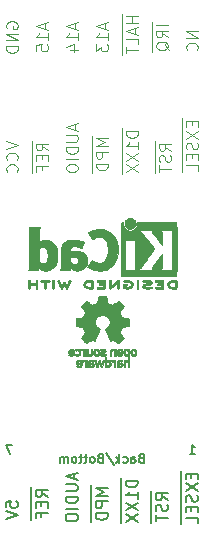
<source format=gbo>
%TF.GenerationSoftware,KiCad,Pcbnew,5.1.9+dfsg1-1+deb11u1*%
%TF.CreationDate,2025-07-24T09:20:50+02:00*%
%TF.ProjectId,ECI-Breakout,4543492d-4272-4656-916b-6f75742e6b69,1.1*%
%TF.SameCoordinates,Original*%
%TF.FileFunction,Legend,Bot*%
%TF.FilePolarity,Positive*%
%FSLAX46Y46*%
G04 Gerber Fmt 4.6, Leading zero omitted, Abs format (unit mm)*
G04 Created by KiCad (PCBNEW 5.1.9+dfsg1-1+deb11u1) date 2025-07-24 09:20:50*
%MOMM*%
%LPD*%
G01*
G04 APERTURE LIST*
%ADD10C,0.100000*%
%ADD11C,0.010000*%
%ADD12C,0.150000*%
G04 APERTURE END LIST*
D10*
X138850000Y-77748095D02*
X138850000Y-78652857D01*
X139628571Y-77986190D02*
X139628571Y-78319523D01*
X140152380Y-78462380D02*
X140152380Y-77986190D01*
X139152380Y-77986190D01*
X139152380Y-78462380D01*
X138850000Y-78652857D02*
X138850000Y-79605238D01*
X139152380Y-78795714D02*
X140152380Y-79462380D01*
X139152380Y-79462380D02*
X140152380Y-78795714D01*
X138850000Y-79605238D02*
X138850000Y-80557619D01*
X140104761Y-79795714D02*
X140152380Y-79938571D01*
X140152380Y-80176666D01*
X140104761Y-80271904D01*
X140057142Y-80319523D01*
X139961904Y-80367142D01*
X139866666Y-80367142D01*
X139771428Y-80319523D01*
X139723809Y-80271904D01*
X139676190Y-80176666D01*
X139628571Y-79986190D01*
X139580952Y-79890952D01*
X139533333Y-79843333D01*
X139438095Y-79795714D01*
X139342857Y-79795714D01*
X139247619Y-79843333D01*
X139200000Y-79890952D01*
X139152380Y-79986190D01*
X139152380Y-80224285D01*
X139200000Y-80367142D01*
X138850000Y-80557619D02*
X138850000Y-81462380D01*
X139628571Y-80795714D02*
X139628571Y-81129047D01*
X140152380Y-81271904D02*
X140152380Y-80795714D01*
X139152380Y-80795714D01*
X139152380Y-81271904D01*
X138850000Y-81462380D02*
X138850000Y-82271904D01*
X140152380Y-82176666D02*
X140152380Y-81700476D01*
X139152380Y-81700476D01*
X136564000Y-79668857D02*
X136564000Y-80668857D01*
X137866380Y-80478380D02*
X137390190Y-80145047D01*
X137866380Y-79906952D02*
X136866380Y-79906952D01*
X136866380Y-80287904D01*
X136914000Y-80383142D01*
X136961619Y-80430761D01*
X137056857Y-80478380D01*
X137199714Y-80478380D01*
X137294952Y-80430761D01*
X137342571Y-80383142D01*
X137390190Y-80287904D01*
X137390190Y-79906952D01*
X136564000Y-80668857D02*
X136564000Y-81621238D01*
X137818761Y-80859333D02*
X137866380Y-81002190D01*
X137866380Y-81240285D01*
X137818761Y-81335523D01*
X137771142Y-81383142D01*
X137675904Y-81430761D01*
X137580666Y-81430761D01*
X137485428Y-81383142D01*
X137437809Y-81335523D01*
X137390190Y-81240285D01*
X137342571Y-81049809D01*
X137294952Y-80954571D01*
X137247333Y-80906952D01*
X137152095Y-80859333D01*
X137056857Y-80859333D01*
X136961619Y-80906952D01*
X136914000Y-80954571D01*
X136866380Y-81049809D01*
X136866380Y-81287904D01*
X136914000Y-81430761D01*
X136564000Y-81621238D02*
X136564000Y-82383142D01*
X136866380Y-81716476D02*
X136866380Y-82287904D01*
X137866380Y-82002190D02*
X136866380Y-82002190D01*
X133770000Y-78589428D02*
X133770000Y-79589428D01*
X135072380Y-78827523D02*
X134072380Y-78827523D01*
X134072380Y-79065619D01*
X134120000Y-79208476D01*
X134215238Y-79303714D01*
X134310476Y-79351333D01*
X134500952Y-79398952D01*
X134643809Y-79398952D01*
X134834285Y-79351333D01*
X134929523Y-79303714D01*
X135024761Y-79208476D01*
X135072380Y-79065619D01*
X135072380Y-78827523D01*
X133770000Y-79589428D02*
X133770000Y-80541809D01*
X135072380Y-80351333D02*
X135072380Y-79779904D01*
X135072380Y-80065619D02*
X134072380Y-80065619D01*
X134215238Y-79970380D01*
X134310476Y-79875142D01*
X134358095Y-79779904D01*
X133770000Y-80541809D02*
X133770000Y-81494190D01*
X134072380Y-80684666D02*
X135072380Y-81351333D01*
X134072380Y-81351333D02*
X135072380Y-80684666D01*
X133770000Y-81494190D02*
X133770000Y-82446571D01*
X134072380Y-81637047D02*
X135072380Y-82303714D01*
X134072380Y-82303714D02*
X135072380Y-81637047D01*
X131230000Y-79200571D02*
X131230000Y-80343428D01*
X132532380Y-79438666D02*
X131532380Y-79438666D01*
X132246666Y-79772000D01*
X131532380Y-80105333D01*
X132532380Y-80105333D01*
X131230000Y-80343428D02*
X131230000Y-81343428D01*
X132532380Y-80581523D02*
X131532380Y-80581523D01*
X131532380Y-80962476D01*
X131580000Y-81057714D01*
X131627619Y-81105333D01*
X131722857Y-81152952D01*
X131865714Y-81152952D01*
X131960952Y-81105333D01*
X132008571Y-81057714D01*
X132056190Y-80962476D01*
X132056190Y-80581523D01*
X131230000Y-81343428D02*
X131230000Y-82343428D01*
X132532380Y-81581523D02*
X131532380Y-81581523D01*
X131532380Y-81819619D01*
X131580000Y-81962476D01*
X131675238Y-82057714D01*
X131770476Y-82105333D01*
X131960952Y-82152952D01*
X132103809Y-82152952D01*
X132294285Y-82105333D01*
X132389523Y-82057714D01*
X132484761Y-81962476D01*
X132532380Y-81819619D01*
X132532380Y-81581523D01*
X129706666Y-78240190D02*
X129706666Y-78716380D01*
X129992380Y-78144952D02*
X128992380Y-78478285D01*
X129992380Y-78811619D01*
X128992380Y-79144952D02*
X129801904Y-79144952D01*
X129897142Y-79192571D01*
X129944761Y-79240190D01*
X129992380Y-79335428D01*
X129992380Y-79525904D01*
X129944761Y-79621142D01*
X129897142Y-79668761D01*
X129801904Y-79716380D01*
X128992380Y-79716380D01*
X129992380Y-80192571D02*
X128992380Y-80192571D01*
X128992380Y-80430666D01*
X129040000Y-80573523D01*
X129135238Y-80668761D01*
X129230476Y-80716380D01*
X129420952Y-80764000D01*
X129563809Y-80764000D01*
X129754285Y-80716380D01*
X129849523Y-80668761D01*
X129944761Y-80573523D01*
X129992380Y-80430666D01*
X129992380Y-80192571D01*
X129992380Y-81192571D02*
X128992380Y-81192571D01*
X128992380Y-81859238D02*
X128992380Y-82049714D01*
X129040000Y-82144952D01*
X129135238Y-82240190D01*
X129325714Y-82287809D01*
X129659047Y-82287809D01*
X129849523Y-82240190D01*
X129944761Y-82144952D01*
X129992380Y-82049714D01*
X129992380Y-81859238D01*
X129944761Y-81764000D01*
X129849523Y-81668761D01*
X129659047Y-81621142D01*
X129325714Y-81621142D01*
X129135238Y-81668761D01*
X129040000Y-81764000D01*
X128992380Y-81859238D01*
X126150000Y-79645047D02*
X126150000Y-80645047D01*
X127452380Y-80454571D02*
X126976190Y-80121238D01*
X127452380Y-79883142D02*
X126452380Y-79883142D01*
X126452380Y-80264095D01*
X126500000Y-80359333D01*
X126547619Y-80406952D01*
X126642857Y-80454571D01*
X126785714Y-80454571D01*
X126880952Y-80406952D01*
X126928571Y-80359333D01*
X126976190Y-80264095D01*
X126976190Y-79883142D01*
X126150000Y-80645047D02*
X126150000Y-81549809D01*
X126928571Y-80883142D02*
X126928571Y-81216476D01*
X127452380Y-81359333D02*
X127452380Y-80883142D01*
X126452380Y-80883142D01*
X126452380Y-81359333D01*
X126150000Y-81549809D02*
X126150000Y-82406952D01*
X126928571Y-82121238D02*
X126928571Y-81787904D01*
X127452380Y-81787904D02*
X126452380Y-81787904D01*
X126452380Y-82264095D01*
X123912380Y-79692666D02*
X124912380Y-80026000D01*
X123912380Y-80359333D01*
X124817142Y-81264095D02*
X124864761Y-81216476D01*
X124912380Y-81073619D01*
X124912380Y-80978380D01*
X124864761Y-80835523D01*
X124769523Y-80740285D01*
X124674285Y-80692666D01*
X124483809Y-80645047D01*
X124340952Y-80645047D01*
X124150476Y-80692666D01*
X124055238Y-80740285D01*
X123960000Y-80835523D01*
X123912380Y-80978380D01*
X123912380Y-81073619D01*
X123960000Y-81216476D01*
X124007619Y-81264095D01*
X124817142Y-82264095D02*
X124864761Y-82216476D01*
X124912380Y-82073619D01*
X124912380Y-81978380D01*
X124864761Y-81835523D01*
X124769523Y-81740285D01*
X124674285Y-81692666D01*
X124483809Y-81645047D01*
X124340952Y-81645047D01*
X124150476Y-81692666D01*
X124055238Y-81740285D01*
X123960000Y-81835523D01*
X123912380Y-81978380D01*
X123912380Y-82073619D01*
X123960000Y-82216476D01*
X124007619Y-82264095D01*
X140152380Y-70334285D02*
X139152380Y-70334285D01*
X140152380Y-70905714D01*
X139152380Y-70905714D01*
X140057142Y-71953333D02*
X140104761Y-71905714D01*
X140152380Y-71762857D01*
X140152380Y-71667619D01*
X140104761Y-71524761D01*
X140009523Y-71429523D01*
X139914285Y-71381904D01*
X139723809Y-71334285D01*
X139580952Y-71334285D01*
X139390476Y-71381904D01*
X139295238Y-71429523D01*
X139200000Y-71524761D01*
X139152380Y-71667619D01*
X139152380Y-71762857D01*
X139200000Y-71905714D01*
X139247619Y-71953333D01*
X136310000Y-69604095D02*
X136310000Y-70080285D01*
X137612380Y-69842190D02*
X136612380Y-69842190D01*
X136310000Y-70080285D02*
X136310000Y-71080285D01*
X137612380Y-70889809D02*
X137136190Y-70556476D01*
X137612380Y-70318380D02*
X136612380Y-70318380D01*
X136612380Y-70699333D01*
X136660000Y-70794571D01*
X136707619Y-70842190D01*
X136802857Y-70889809D01*
X136945714Y-70889809D01*
X137040952Y-70842190D01*
X137088571Y-70794571D01*
X137136190Y-70699333D01*
X137136190Y-70318380D01*
X136310000Y-71080285D02*
X136310000Y-72127904D01*
X137707619Y-71985047D02*
X137660000Y-71889809D01*
X137564761Y-71794571D01*
X137421904Y-71651714D01*
X137374285Y-71556476D01*
X137374285Y-71461238D01*
X137612380Y-71508857D02*
X137564761Y-71413619D01*
X137469523Y-71318380D01*
X137279047Y-71270761D01*
X136945714Y-71270761D01*
X136755238Y-71318380D01*
X136660000Y-71413619D01*
X136612380Y-71508857D01*
X136612380Y-71699333D01*
X136660000Y-71794571D01*
X136755238Y-71889809D01*
X136945714Y-71937428D01*
X137279047Y-71937428D01*
X137469523Y-71889809D01*
X137564761Y-71794571D01*
X137612380Y-71699333D01*
X137612380Y-71508857D01*
X133770000Y-68873904D02*
X133770000Y-69921523D01*
X135072380Y-69112000D02*
X134072380Y-69112000D01*
X134548571Y-69112000D02*
X134548571Y-69683428D01*
X135072380Y-69683428D02*
X134072380Y-69683428D01*
X133770000Y-69921523D02*
X133770000Y-70778666D01*
X134786666Y-70112000D02*
X134786666Y-70588190D01*
X135072380Y-70016761D02*
X134072380Y-70350095D01*
X135072380Y-70683428D01*
X133770000Y-70778666D02*
X133770000Y-71588190D01*
X135072380Y-71492952D02*
X135072380Y-71016761D01*
X134072380Y-71016761D01*
X133770000Y-71588190D02*
X133770000Y-72350095D01*
X134072380Y-71683428D02*
X134072380Y-72254857D01*
X135072380Y-71969142D02*
X134072380Y-71969142D01*
X132246666Y-69675523D02*
X132246666Y-70151714D01*
X132532380Y-69580285D02*
X131532380Y-69913619D01*
X132532380Y-70246952D01*
X132532380Y-71104095D02*
X132532380Y-70532666D01*
X132532380Y-70818380D02*
X131532380Y-70818380D01*
X131675238Y-70723142D01*
X131770476Y-70627904D01*
X131818095Y-70532666D01*
X131532380Y-71437428D02*
X131532380Y-72056476D01*
X131913333Y-71723142D01*
X131913333Y-71866000D01*
X131960952Y-71961238D01*
X132008571Y-72008857D01*
X132103809Y-72056476D01*
X132341904Y-72056476D01*
X132437142Y-72008857D01*
X132484761Y-71961238D01*
X132532380Y-71866000D01*
X132532380Y-71580285D01*
X132484761Y-71485047D01*
X132437142Y-71437428D01*
X129706666Y-69675523D02*
X129706666Y-70151714D01*
X129992380Y-69580285D02*
X128992380Y-69913619D01*
X129992380Y-70246952D01*
X129992380Y-71104095D02*
X129992380Y-70532666D01*
X129992380Y-70818380D02*
X128992380Y-70818380D01*
X129135238Y-70723142D01*
X129230476Y-70627904D01*
X129278095Y-70532666D01*
X129325714Y-71961238D02*
X129992380Y-71961238D01*
X128944761Y-71723142D02*
X129659047Y-71485047D01*
X129659047Y-72104095D01*
X127166666Y-69675523D02*
X127166666Y-70151714D01*
X127452380Y-69580285D02*
X126452380Y-69913619D01*
X127452380Y-70246952D01*
X127452380Y-71104095D02*
X127452380Y-70532666D01*
X127452380Y-70818380D02*
X126452380Y-70818380D01*
X126595238Y-70723142D01*
X126690476Y-70627904D01*
X126738095Y-70532666D01*
X126452380Y-72008857D02*
X126452380Y-71532666D01*
X126928571Y-71485047D01*
X126880952Y-71532666D01*
X126833333Y-71627904D01*
X126833333Y-71866000D01*
X126880952Y-71961238D01*
X126928571Y-72008857D01*
X127023809Y-72056476D01*
X127261904Y-72056476D01*
X127357142Y-72008857D01*
X127404761Y-71961238D01*
X127452380Y-71866000D01*
X127452380Y-71627904D01*
X127404761Y-71532666D01*
X127357142Y-71485047D01*
X123960000Y-70104095D02*
X123912380Y-70008857D01*
X123912380Y-69866000D01*
X123960000Y-69723142D01*
X124055238Y-69627904D01*
X124150476Y-69580285D01*
X124340952Y-69532666D01*
X124483809Y-69532666D01*
X124674285Y-69580285D01*
X124769523Y-69627904D01*
X124864761Y-69723142D01*
X124912380Y-69866000D01*
X124912380Y-69961238D01*
X124864761Y-70104095D01*
X124817142Y-70151714D01*
X124483809Y-70151714D01*
X124483809Y-69961238D01*
X124912380Y-70580285D02*
X123912380Y-70580285D01*
X124912380Y-71151714D01*
X123912380Y-71151714D01*
X124912380Y-71627904D02*
X123912380Y-71627904D01*
X123912380Y-71866000D01*
X123960000Y-72008857D01*
X124055238Y-72104095D01*
X124150476Y-72151714D01*
X124340952Y-72199333D01*
X124483809Y-72199333D01*
X124674285Y-72151714D01*
X124769523Y-72104095D01*
X124864761Y-72008857D01*
X124912380Y-71866000D01*
X124912380Y-71627904D01*
D11*
%TO.C,REF\u002A\u002A*%
G36*
X131693036Y-93080018D02*
G01*
X131636188Y-93381570D01*
X131216662Y-93554512D01*
X130965016Y-93383395D01*
X130894542Y-93335750D01*
X130830837Y-93293210D01*
X130776874Y-93257715D01*
X130735627Y-93231210D01*
X130710066Y-93215636D01*
X130703105Y-93212278D01*
X130690565Y-93220914D01*
X130663769Y-93244792D01*
X130625720Y-93280859D01*
X130579421Y-93326067D01*
X130527877Y-93377364D01*
X130474091Y-93431701D01*
X130421065Y-93486028D01*
X130371805Y-93537295D01*
X130329313Y-93582451D01*
X130296593Y-93618446D01*
X130276649Y-93642230D01*
X130271881Y-93650190D01*
X130278743Y-93664865D01*
X130297980Y-93697014D01*
X130327570Y-93743492D01*
X130365490Y-93801156D01*
X130409718Y-93866860D01*
X130435346Y-93904336D01*
X130482059Y-93972768D01*
X130523568Y-94034520D01*
X130557860Y-94086519D01*
X130582920Y-94125692D01*
X130596736Y-94148965D01*
X130598812Y-94153855D01*
X130594105Y-94167755D01*
X130581277Y-94200150D01*
X130562262Y-94246485D01*
X130538997Y-94302206D01*
X130513416Y-94362758D01*
X130487455Y-94423586D01*
X130463050Y-94480136D01*
X130442137Y-94527852D01*
X130426651Y-94562181D01*
X130418528Y-94578568D01*
X130418048Y-94579212D01*
X130405293Y-94582341D01*
X130371323Y-94589321D01*
X130319660Y-94599467D01*
X130253824Y-94612092D01*
X130177336Y-94626509D01*
X130132710Y-94634823D01*
X130050979Y-94650384D01*
X129977157Y-94665192D01*
X129914979Y-94678436D01*
X129868178Y-94689305D01*
X129840491Y-94696989D01*
X129834926Y-94699427D01*
X129829474Y-94715930D01*
X129825076Y-94753200D01*
X129821728Y-94806880D01*
X129819426Y-94872612D01*
X129818168Y-94946037D01*
X129817952Y-95022796D01*
X129818773Y-95098532D01*
X129820629Y-95168886D01*
X129823518Y-95229500D01*
X129827435Y-95276016D01*
X129832378Y-95304075D01*
X129835343Y-95309916D01*
X129853066Y-95316917D01*
X129890619Y-95326927D01*
X129943036Y-95338769D01*
X130005348Y-95351267D01*
X130027100Y-95355310D01*
X130131976Y-95374520D01*
X130214820Y-95389991D01*
X130278370Y-95402337D01*
X130325363Y-95412173D01*
X130358537Y-95420114D01*
X130380629Y-95426776D01*
X130394376Y-95432773D01*
X130402516Y-95438719D01*
X130403655Y-95439894D01*
X130415023Y-95458826D01*
X130432365Y-95495669D01*
X130453950Y-95545913D01*
X130478046Y-95605046D01*
X130502921Y-95668556D01*
X130526843Y-95731932D01*
X130548081Y-95790662D01*
X130564903Y-95840235D01*
X130575578Y-95876139D01*
X130578373Y-95893862D01*
X130578140Y-95894483D01*
X130568669Y-95908970D01*
X130547182Y-95940844D01*
X130515937Y-95986789D01*
X130477193Y-96043485D01*
X130433207Y-96107617D01*
X130420681Y-96125842D01*
X130376016Y-96191914D01*
X130336712Y-96252200D01*
X130304912Y-96303235D01*
X130282755Y-96341560D01*
X130272383Y-96363711D01*
X130271881Y-96366432D01*
X130280595Y-96380736D01*
X130304675Y-96409072D01*
X130341024Y-96448396D01*
X130386547Y-96495661D01*
X130438148Y-96547823D01*
X130492733Y-96601835D01*
X130547206Y-96654653D01*
X130598471Y-96703231D01*
X130643433Y-96744523D01*
X130678996Y-96775485D01*
X130702065Y-96793070D01*
X130708446Y-96795941D01*
X130723301Y-96789178D01*
X130753714Y-96770939D01*
X130794732Y-96744297D01*
X130826291Y-96722852D01*
X130883475Y-96683503D01*
X130951194Y-96637171D01*
X131019120Y-96590913D01*
X131055639Y-96566155D01*
X131179248Y-96482547D01*
X131283009Y-96538650D01*
X131330280Y-96563228D01*
X131370477Y-96582331D01*
X131397674Y-96593227D01*
X131404598Y-96594743D01*
X131412923Y-96583549D01*
X131429346Y-96551917D01*
X131452643Y-96502765D01*
X131481586Y-96439010D01*
X131514950Y-96363571D01*
X131551509Y-96279364D01*
X131590036Y-96189308D01*
X131629306Y-96096321D01*
X131668092Y-96003320D01*
X131705170Y-95913223D01*
X131739311Y-95828948D01*
X131769292Y-95753413D01*
X131793884Y-95689534D01*
X131811864Y-95640231D01*
X131822003Y-95608421D01*
X131823634Y-95597496D01*
X131810709Y-95583561D01*
X131782411Y-95560940D01*
X131744654Y-95534333D01*
X131741485Y-95532228D01*
X131643900Y-95454114D01*
X131565214Y-95362982D01*
X131506109Y-95261745D01*
X131467268Y-95153318D01*
X131449372Y-95040614D01*
X131453103Y-94926548D01*
X131479143Y-94814034D01*
X131528175Y-94705985D01*
X131542600Y-94682345D01*
X131617631Y-94586887D01*
X131706270Y-94510232D01*
X131805451Y-94452780D01*
X131912105Y-94414929D01*
X132023164Y-94397078D01*
X132135561Y-94399625D01*
X132246227Y-94422970D01*
X132352094Y-94467510D01*
X132450095Y-94533645D01*
X132480410Y-94560487D01*
X132557562Y-94644512D01*
X132613782Y-94732966D01*
X132652347Y-94832115D01*
X132673826Y-94930303D01*
X132679128Y-95040697D01*
X132661448Y-95151640D01*
X132622581Y-95259381D01*
X132564323Y-95360169D01*
X132488469Y-95450256D01*
X132396817Y-95525892D01*
X132384772Y-95533864D01*
X132346611Y-95559974D01*
X132317601Y-95582595D01*
X132303732Y-95597039D01*
X132303531Y-95597496D01*
X132306508Y-95613121D01*
X132318311Y-95648582D01*
X132337714Y-95700962D01*
X132363488Y-95767345D01*
X132394409Y-95844814D01*
X132429249Y-95930450D01*
X132466783Y-96021337D01*
X132505783Y-96114559D01*
X132545023Y-96207197D01*
X132583276Y-96296335D01*
X132619317Y-96379055D01*
X132651917Y-96452441D01*
X132679852Y-96513575D01*
X132701895Y-96559541D01*
X132716818Y-96587421D01*
X132722828Y-96594743D01*
X132741191Y-96589041D01*
X132775552Y-96573749D01*
X132819984Y-96551599D01*
X132844417Y-96538650D01*
X132948178Y-96482547D01*
X133071787Y-96566155D01*
X133134886Y-96608987D01*
X133203970Y-96656122D01*
X133268707Y-96700503D01*
X133301134Y-96722852D01*
X133346741Y-96753477D01*
X133385360Y-96777747D01*
X133411952Y-96792587D01*
X133420590Y-96795724D01*
X133433161Y-96787261D01*
X133460984Y-96763636D01*
X133501361Y-96727302D01*
X133551595Y-96680711D01*
X133608988Y-96626317D01*
X133645286Y-96591392D01*
X133708790Y-96528996D01*
X133763673Y-96473188D01*
X133807714Y-96426354D01*
X133838695Y-96390882D01*
X133854398Y-96369161D01*
X133855905Y-96364752D01*
X133848914Y-96347985D01*
X133829594Y-96314082D01*
X133800091Y-96266476D01*
X133762545Y-96208599D01*
X133719100Y-96143884D01*
X133706745Y-96125842D01*
X133661727Y-96060267D01*
X133621340Y-96001228D01*
X133587840Y-95952042D01*
X133563486Y-95916028D01*
X133550536Y-95896502D01*
X133549285Y-95894483D01*
X133551156Y-95878922D01*
X133561087Y-95844709D01*
X133577347Y-95796355D01*
X133598205Y-95738371D01*
X133621927Y-95675270D01*
X133646784Y-95611563D01*
X133671042Y-95551761D01*
X133692971Y-95500376D01*
X133710838Y-95461919D01*
X133722913Y-95440902D01*
X133723771Y-95439894D01*
X133731154Y-95433888D01*
X133743625Y-95427948D01*
X133763920Y-95421460D01*
X133794778Y-95413809D01*
X133838934Y-95404380D01*
X133899126Y-95392559D01*
X133978093Y-95377729D01*
X134078570Y-95359277D01*
X134100325Y-95355310D01*
X134164802Y-95342853D01*
X134221011Y-95330666D01*
X134263987Y-95319926D01*
X134288760Y-95311809D01*
X134292082Y-95309916D01*
X134297556Y-95293138D01*
X134302006Y-95255645D01*
X134305428Y-95201794D01*
X134307819Y-95135944D01*
X134309177Y-95062453D01*
X134309499Y-94985680D01*
X134308781Y-94909983D01*
X134307021Y-94839720D01*
X134304216Y-94779250D01*
X134300362Y-94732930D01*
X134295457Y-94705119D01*
X134292500Y-94699427D01*
X134276037Y-94693686D01*
X134238551Y-94684345D01*
X134183775Y-94672215D01*
X134115445Y-94658107D01*
X134037294Y-94642830D01*
X133994716Y-94634823D01*
X133913929Y-94619721D01*
X133841887Y-94606040D01*
X133782111Y-94594467D01*
X133738121Y-94585687D01*
X133713439Y-94580387D01*
X133709377Y-94579212D01*
X133702511Y-94565965D01*
X133687998Y-94534057D01*
X133667771Y-94488047D01*
X133643766Y-94432492D01*
X133617918Y-94371953D01*
X133592160Y-94310986D01*
X133568427Y-94254151D01*
X133548654Y-94206006D01*
X133534776Y-94171110D01*
X133528726Y-94154021D01*
X133528614Y-94153274D01*
X133535472Y-94139793D01*
X133554698Y-94108770D01*
X133584272Y-94063289D01*
X133622173Y-94006432D01*
X133666380Y-93941283D01*
X133692079Y-93903862D01*
X133738907Y-93835247D01*
X133780499Y-93772952D01*
X133814825Y-93720129D01*
X133839857Y-93679927D01*
X133853565Y-93655500D01*
X133855544Y-93650024D01*
X133847034Y-93637278D01*
X133823507Y-93610063D01*
X133787968Y-93571428D01*
X133743423Y-93524423D01*
X133692877Y-93472095D01*
X133639336Y-93417495D01*
X133585805Y-93363670D01*
X133535289Y-93313670D01*
X133490794Y-93270543D01*
X133455325Y-93237339D01*
X133431887Y-93217106D01*
X133424046Y-93212278D01*
X133411280Y-93219067D01*
X133380744Y-93238142D01*
X133335410Y-93267561D01*
X133278244Y-93305381D01*
X133212216Y-93349661D01*
X133162410Y-93383395D01*
X132910764Y-93554512D01*
X132701001Y-93468041D01*
X132491237Y-93381570D01*
X132434389Y-93080018D01*
X132377540Y-92778466D01*
X131749885Y-92778466D01*
X131693036Y-93080018D01*
G37*
X131693036Y-93080018D02*
X131636188Y-93381570D01*
X131216662Y-93554512D01*
X130965016Y-93383395D01*
X130894542Y-93335750D01*
X130830837Y-93293210D01*
X130776874Y-93257715D01*
X130735627Y-93231210D01*
X130710066Y-93215636D01*
X130703105Y-93212278D01*
X130690565Y-93220914D01*
X130663769Y-93244792D01*
X130625720Y-93280859D01*
X130579421Y-93326067D01*
X130527877Y-93377364D01*
X130474091Y-93431701D01*
X130421065Y-93486028D01*
X130371805Y-93537295D01*
X130329313Y-93582451D01*
X130296593Y-93618446D01*
X130276649Y-93642230D01*
X130271881Y-93650190D01*
X130278743Y-93664865D01*
X130297980Y-93697014D01*
X130327570Y-93743492D01*
X130365490Y-93801156D01*
X130409718Y-93866860D01*
X130435346Y-93904336D01*
X130482059Y-93972768D01*
X130523568Y-94034520D01*
X130557860Y-94086519D01*
X130582920Y-94125692D01*
X130596736Y-94148965D01*
X130598812Y-94153855D01*
X130594105Y-94167755D01*
X130581277Y-94200150D01*
X130562262Y-94246485D01*
X130538997Y-94302206D01*
X130513416Y-94362758D01*
X130487455Y-94423586D01*
X130463050Y-94480136D01*
X130442137Y-94527852D01*
X130426651Y-94562181D01*
X130418528Y-94578568D01*
X130418048Y-94579212D01*
X130405293Y-94582341D01*
X130371323Y-94589321D01*
X130319660Y-94599467D01*
X130253824Y-94612092D01*
X130177336Y-94626509D01*
X130132710Y-94634823D01*
X130050979Y-94650384D01*
X129977157Y-94665192D01*
X129914979Y-94678436D01*
X129868178Y-94689305D01*
X129840491Y-94696989D01*
X129834926Y-94699427D01*
X129829474Y-94715930D01*
X129825076Y-94753200D01*
X129821728Y-94806880D01*
X129819426Y-94872612D01*
X129818168Y-94946037D01*
X129817952Y-95022796D01*
X129818773Y-95098532D01*
X129820629Y-95168886D01*
X129823518Y-95229500D01*
X129827435Y-95276016D01*
X129832378Y-95304075D01*
X129835343Y-95309916D01*
X129853066Y-95316917D01*
X129890619Y-95326927D01*
X129943036Y-95338769D01*
X130005348Y-95351267D01*
X130027100Y-95355310D01*
X130131976Y-95374520D01*
X130214820Y-95389991D01*
X130278370Y-95402337D01*
X130325363Y-95412173D01*
X130358537Y-95420114D01*
X130380629Y-95426776D01*
X130394376Y-95432773D01*
X130402516Y-95438719D01*
X130403655Y-95439894D01*
X130415023Y-95458826D01*
X130432365Y-95495669D01*
X130453950Y-95545913D01*
X130478046Y-95605046D01*
X130502921Y-95668556D01*
X130526843Y-95731932D01*
X130548081Y-95790662D01*
X130564903Y-95840235D01*
X130575578Y-95876139D01*
X130578373Y-95893862D01*
X130578140Y-95894483D01*
X130568669Y-95908970D01*
X130547182Y-95940844D01*
X130515937Y-95986789D01*
X130477193Y-96043485D01*
X130433207Y-96107617D01*
X130420681Y-96125842D01*
X130376016Y-96191914D01*
X130336712Y-96252200D01*
X130304912Y-96303235D01*
X130282755Y-96341560D01*
X130272383Y-96363711D01*
X130271881Y-96366432D01*
X130280595Y-96380736D01*
X130304675Y-96409072D01*
X130341024Y-96448396D01*
X130386547Y-96495661D01*
X130438148Y-96547823D01*
X130492733Y-96601835D01*
X130547206Y-96654653D01*
X130598471Y-96703231D01*
X130643433Y-96744523D01*
X130678996Y-96775485D01*
X130702065Y-96793070D01*
X130708446Y-96795941D01*
X130723301Y-96789178D01*
X130753714Y-96770939D01*
X130794732Y-96744297D01*
X130826291Y-96722852D01*
X130883475Y-96683503D01*
X130951194Y-96637171D01*
X131019120Y-96590913D01*
X131055639Y-96566155D01*
X131179248Y-96482547D01*
X131283009Y-96538650D01*
X131330280Y-96563228D01*
X131370477Y-96582331D01*
X131397674Y-96593227D01*
X131404598Y-96594743D01*
X131412923Y-96583549D01*
X131429346Y-96551917D01*
X131452643Y-96502765D01*
X131481586Y-96439010D01*
X131514950Y-96363571D01*
X131551509Y-96279364D01*
X131590036Y-96189308D01*
X131629306Y-96096321D01*
X131668092Y-96003320D01*
X131705170Y-95913223D01*
X131739311Y-95828948D01*
X131769292Y-95753413D01*
X131793884Y-95689534D01*
X131811864Y-95640231D01*
X131822003Y-95608421D01*
X131823634Y-95597496D01*
X131810709Y-95583561D01*
X131782411Y-95560940D01*
X131744654Y-95534333D01*
X131741485Y-95532228D01*
X131643900Y-95454114D01*
X131565214Y-95362982D01*
X131506109Y-95261745D01*
X131467268Y-95153318D01*
X131449372Y-95040614D01*
X131453103Y-94926548D01*
X131479143Y-94814034D01*
X131528175Y-94705985D01*
X131542600Y-94682345D01*
X131617631Y-94586887D01*
X131706270Y-94510232D01*
X131805451Y-94452780D01*
X131912105Y-94414929D01*
X132023164Y-94397078D01*
X132135561Y-94399625D01*
X132246227Y-94422970D01*
X132352094Y-94467510D01*
X132450095Y-94533645D01*
X132480410Y-94560487D01*
X132557562Y-94644512D01*
X132613782Y-94732966D01*
X132652347Y-94832115D01*
X132673826Y-94930303D01*
X132679128Y-95040697D01*
X132661448Y-95151640D01*
X132622581Y-95259381D01*
X132564323Y-95360169D01*
X132488469Y-95450256D01*
X132396817Y-95525892D01*
X132384772Y-95533864D01*
X132346611Y-95559974D01*
X132317601Y-95582595D01*
X132303732Y-95597039D01*
X132303531Y-95597496D01*
X132306508Y-95613121D01*
X132318311Y-95648582D01*
X132337714Y-95700962D01*
X132363488Y-95767345D01*
X132394409Y-95844814D01*
X132429249Y-95930450D01*
X132466783Y-96021337D01*
X132505783Y-96114559D01*
X132545023Y-96207197D01*
X132583276Y-96296335D01*
X132619317Y-96379055D01*
X132651917Y-96452441D01*
X132679852Y-96513575D01*
X132701895Y-96559541D01*
X132716818Y-96587421D01*
X132722828Y-96594743D01*
X132741191Y-96589041D01*
X132775552Y-96573749D01*
X132819984Y-96551599D01*
X132844417Y-96538650D01*
X132948178Y-96482547D01*
X133071787Y-96566155D01*
X133134886Y-96608987D01*
X133203970Y-96656122D01*
X133268707Y-96700503D01*
X133301134Y-96722852D01*
X133346741Y-96753477D01*
X133385360Y-96777747D01*
X133411952Y-96792587D01*
X133420590Y-96795724D01*
X133433161Y-96787261D01*
X133460984Y-96763636D01*
X133501361Y-96727302D01*
X133551595Y-96680711D01*
X133608988Y-96626317D01*
X133645286Y-96591392D01*
X133708790Y-96528996D01*
X133763673Y-96473188D01*
X133807714Y-96426354D01*
X133838695Y-96390882D01*
X133854398Y-96369161D01*
X133855905Y-96364752D01*
X133848914Y-96347985D01*
X133829594Y-96314082D01*
X133800091Y-96266476D01*
X133762545Y-96208599D01*
X133719100Y-96143884D01*
X133706745Y-96125842D01*
X133661727Y-96060267D01*
X133621340Y-96001228D01*
X133587840Y-95952042D01*
X133563486Y-95916028D01*
X133550536Y-95896502D01*
X133549285Y-95894483D01*
X133551156Y-95878922D01*
X133561087Y-95844709D01*
X133577347Y-95796355D01*
X133598205Y-95738371D01*
X133621927Y-95675270D01*
X133646784Y-95611563D01*
X133671042Y-95551761D01*
X133692971Y-95500376D01*
X133710838Y-95461919D01*
X133722913Y-95440902D01*
X133723771Y-95439894D01*
X133731154Y-95433888D01*
X133743625Y-95427948D01*
X133763920Y-95421460D01*
X133794778Y-95413809D01*
X133838934Y-95404380D01*
X133899126Y-95392559D01*
X133978093Y-95377729D01*
X134078570Y-95359277D01*
X134100325Y-95355310D01*
X134164802Y-95342853D01*
X134221011Y-95330666D01*
X134263987Y-95319926D01*
X134288760Y-95311809D01*
X134292082Y-95309916D01*
X134297556Y-95293138D01*
X134302006Y-95255645D01*
X134305428Y-95201794D01*
X134307819Y-95135944D01*
X134309177Y-95062453D01*
X134309499Y-94985680D01*
X134308781Y-94909983D01*
X134307021Y-94839720D01*
X134304216Y-94779250D01*
X134300362Y-94732930D01*
X134295457Y-94705119D01*
X134292500Y-94699427D01*
X134276037Y-94693686D01*
X134238551Y-94684345D01*
X134183775Y-94672215D01*
X134115445Y-94658107D01*
X134037294Y-94642830D01*
X133994716Y-94634823D01*
X133913929Y-94619721D01*
X133841887Y-94606040D01*
X133782111Y-94594467D01*
X133738121Y-94585687D01*
X133713439Y-94580387D01*
X133709377Y-94579212D01*
X133702511Y-94565965D01*
X133687998Y-94534057D01*
X133667771Y-94488047D01*
X133643766Y-94432492D01*
X133617918Y-94371953D01*
X133592160Y-94310986D01*
X133568427Y-94254151D01*
X133548654Y-94206006D01*
X133534776Y-94171110D01*
X133528726Y-94154021D01*
X133528614Y-94153274D01*
X133535472Y-94139793D01*
X133554698Y-94108770D01*
X133584272Y-94063289D01*
X133622173Y-94006432D01*
X133666380Y-93941283D01*
X133692079Y-93903862D01*
X133738907Y-93835247D01*
X133780499Y-93772952D01*
X133814825Y-93720129D01*
X133839857Y-93679927D01*
X133853565Y-93655500D01*
X133855544Y-93650024D01*
X133847034Y-93637278D01*
X133823507Y-93610063D01*
X133787968Y-93571428D01*
X133743423Y-93524423D01*
X133692877Y-93472095D01*
X133639336Y-93417495D01*
X133585805Y-93363670D01*
X133535289Y-93313670D01*
X133490794Y-93270543D01*
X133455325Y-93237339D01*
X133431887Y-93217106D01*
X133424046Y-93212278D01*
X133411280Y-93219067D01*
X133380744Y-93238142D01*
X133335410Y-93267561D01*
X133278244Y-93305381D01*
X133212216Y-93349661D01*
X133162410Y-93383395D01*
X132910764Y-93554512D01*
X132701001Y-93468041D01*
X132491237Y-93381570D01*
X132434389Y-93080018D01*
X132377540Y-92778466D01*
X131749885Y-92778466D01*
X131693036Y-93080018D01*
G36*
X130270540Y-97248030D02*
G01*
X130227289Y-97261245D01*
X130199442Y-97277941D01*
X130190371Y-97291145D01*
X130192868Y-97306797D01*
X130209069Y-97331385D01*
X130222768Y-97348800D01*
X130251008Y-97380283D01*
X130272225Y-97393529D01*
X130290312Y-97392664D01*
X130343965Y-97379010D01*
X130383370Y-97379630D01*
X130415368Y-97395104D01*
X130426110Y-97404161D01*
X130460495Y-97436027D01*
X130460495Y-97852179D01*
X130598812Y-97852179D01*
X130598812Y-97248614D01*
X130529653Y-97248614D01*
X130488131Y-97250256D01*
X130466709Y-97256087D01*
X130460498Y-97267461D01*
X130460495Y-97267798D01*
X130457561Y-97279713D01*
X130444296Y-97278159D01*
X130425916Y-97269563D01*
X130387954Y-97253568D01*
X130357128Y-97243945D01*
X130317464Y-97241478D01*
X130270540Y-97248030D01*
G37*
X130270540Y-97248030D02*
X130227289Y-97261245D01*
X130199442Y-97277941D01*
X130190371Y-97291145D01*
X130192868Y-97306797D01*
X130209069Y-97331385D01*
X130222768Y-97348800D01*
X130251008Y-97380283D01*
X130272225Y-97393529D01*
X130290312Y-97392664D01*
X130343965Y-97379010D01*
X130383370Y-97379630D01*
X130415368Y-97395104D01*
X130426110Y-97404161D01*
X130460495Y-97436027D01*
X130460495Y-97852179D01*
X130598812Y-97852179D01*
X130598812Y-97248614D01*
X130529653Y-97248614D01*
X130488131Y-97250256D01*
X130466709Y-97256087D01*
X130460498Y-97267461D01*
X130460495Y-97267798D01*
X130457561Y-97279713D01*
X130444296Y-97278159D01*
X130425916Y-97269563D01*
X130387954Y-97253568D01*
X130357128Y-97243945D01*
X130317464Y-97241478D01*
X130270540Y-97248030D01*
G36*
X132824012Y-97259002D02*
G01*
X132792717Y-97273950D01*
X132762409Y-97295541D01*
X132739318Y-97320391D01*
X132722500Y-97352087D01*
X132711006Y-97394214D01*
X132703891Y-97450358D01*
X132700207Y-97524106D01*
X132699008Y-97619044D01*
X132698989Y-97628985D01*
X132698713Y-97852179D01*
X132837030Y-97852179D01*
X132837030Y-97646418D01*
X132837128Y-97570189D01*
X132837809Y-97514939D01*
X132839651Y-97476501D01*
X132843233Y-97450706D01*
X132849132Y-97433384D01*
X132857927Y-97420368D01*
X132870180Y-97407507D01*
X132913047Y-97379873D01*
X132959843Y-97374745D01*
X133004424Y-97392217D01*
X133019928Y-97405221D01*
X133031310Y-97417447D01*
X133039481Y-97430540D01*
X133044974Y-97448615D01*
X133048320Y-97475787D01*
X133050051Y-97516170D01*
X133050697Y-97573879D01*
X133050792Y-97644132D01*
X133050792Y-97852179D01*
X133189109Y-97852179D01*
X133189109Y-97248614D01*
X133119950Y-97248614D01*
X133078428Y-97250256D01*
X133057006Y-97256087D01*
X133050795Y-97267461D01*
X133050792Y-97267798D01*
X133047910Y-97278938D01*
X133035199Y-97277674D01*
X133009926Y-97265434D01*
X132952605Y-97247424D01*
X132887037Y-97245421D01*
X132824012Y-97259002D01*
G37*
X132824012Y-97259002D02*
X132792717Y-97273950D01*
X132762409Y-97295541D01*
X132739318Y-97320391D01*
X132722500Y-97352087D01*
X132711006Y-97394214D01*
X132703891Y-97450358D01*
X132700207Y-97524106D01*
X132699008Y-97619044D01*
X132698989Y-97628985D01*
X132698713Y-97852179D01*
X132837030Y-97852179D01*
X132837030Y-97646418D01*
X132837128Y-97570189D01*
X132837809Y-97514939D01*
X132839651Y-97476501D01*
X132843233Y-97450706D01*
X132849132Y-97433384D01*
X132857927Y-97420368D01*
X132870180Y-97407507D01*
X132913047Y-97379873D01*
X132959843Y-97374745D01*
X133004424Y-97392217D01*
X133019928Y-97405221D01*
X133031310Y-97417447D01*
X133039481Y-97430540D01*
X133044974Y-97448615D01*
X133048320Y-97475787D01*
X133050051Y-97516170D01*
X133050697Y-97573879D01*
X133050792Y-97644132D01*
X133050792Y-97852179D01*
X133189109Y-97852179D01*
X133189109Y-97248614D01*
X133119950Y-97248614D01*
X133078428Y-97250256D01*
X133057006Y-97256087D01*
X133050795Y-97267461D01*
X133050792Y-97267798D01*
X133047910Y-97278938D01*
X133035199Y-97277674D01*
X133009926Y-97265434D01*
X132952605Y-97247424D01*
X132887037Y-97245421D01*
X132824012Y-97259002D01*
G36*
X129392102Y-97246457D02*
G01*
X129359904Y-97254279D01*
X129298175Y-97282921D01*
X129245390Y-97326667D01*
X129208859Y-97379117D01*
X129203840Y-97390893D01*
X129196955Y-97421740D01*
X129192136Y-97467371D01*
X129190495Y-97513492D01*
X129190495Y-97600693D01*
X129372822Y-97600693D01*
X129448021Y-97600978D01*
X129500997Y-97602704D01*
X129534675Y-97607181D01*
X129551980Y-97615720D01*
X129555837Y-97629630D01*
X129549171Y-97650222D01*
X129537230Y-97674315D01*
X129503920Y-97714525D01*
X129457632Y-97734558D01*
X129401056Y-97733905D01*
X129336969Y-97712101D01*
X129281583Y-97685193D01*
X129235625Y-97721532D01*
X129189667Y-97757872D01*
X129232904Y-97797819D01*
X129290626Y-97835563D01*
X129361614Y-97858320D01*
X129437971Y-97864688D01*
X129511801Y-97853268D01*
X129523713Y-97849393D01*
X129588601Y-97815506D01*
X129636870Y-97764986D01*
X129669535Y-97696325D01*
X129687615Y-97608014D01*
X129687825Y-97606121D01*
X129689444Y-97509878D01*
X129682900Y-97475542D01*
X129555148Y-97475542D01*
X129543416Y-97480822D01*
X129511562Y-97484867D01*
X129464603Y-97487176D01*
X129434846Y-97487525D01*
X129379352Y-97487306D01*
X129344654Y-97485916D01*
X129326399Y-97482251D01*
X129320234Y-97475210D01*
X129321805Y-97463690D01*
X129323122Y-97459233D01*
X129345618Y-97417355D01*
X129380997Y-97383604D01*
X129412220Y-97368773D01*
X129453699Y-97369668D01*
X129495731Y-97388164D01*
X129530988Y-97418786D01*
X129552146Y-97456062D01*
X129555148Y-97475542D01*
X129682900Y-97475542D01*
X129673310Y-97425229D01*
X129641302Y-97354191D01*
X129595299Y-97298779D01*
X129537179Y-97261009D01*
X129468820Y-97242896D01*
X129392102Y-97246457D01*
G37*
X129392102Y-97246457D02*
X129359904Y-97254279D01*
X129298175Y-97282921D01*
X129245390Y-97326667D01*
X129208859Y-97379117D01*
X129203840Y-97390893D01*
X129196955Y-97421740D01*
X129192136Y-97467371D01*
X129190495Y-97513492D01*
X129190495Y-97600693D01*
X129372822Y-97600693D01*
X129448021Y-97600978D01*
X129500997Y-97602704D01*
X129534675Y-97607181D01*
X129551980Y-97615720D01*
X129555837Y-97629630D01*
X129549171Y-97650222D01*
X129537230Y-97674315D01*
X129503920Y-97714525D01*
X129457632Y-97734558D01*
X129401056Y-97733905D01*
X129336969Y-97712101D01*
X129281583Y-97685193D01*
X129235625Y-97721532D01*
X129189667Y-97757872D01*
X129232904Y-97797819D01*
X129290626Y-97835563D01*
X129361614Y-97858320D01*
X129437971Y-97864688D01*
X129511801Y-97853268D01*
X129523713Y-97849393D01*
X129588601Y-97815506D01*
X129636870Y-97764986D01*
X129669535Y-97696325D01*
X129687615Y-97608014D01*
X129687825Y-97606121D01*
X129689444Y-97509878D01*
X129682900Y-97475542D01*
X129555148Y-97475542D01*
X129543416Y-97480822D01*
X129511562Y-97484867D01*
X129464603Y-97487176D01*
X129434846Y-97487525D01*
X129379352Y-97487306D01*
X129344654Y-97485916D01*
X129326399Y-97482251D01*
X129320234Y-97475210D01*
X129321805Y-97463690D01*
X129323122Y-97459233D01*
X129345618Y-97417355D01*
X129380997Y-97383604D01*
X129412220Y-97368773D01*
X129453699Y-97369668D01*
X129495731Y-97388164D01*
X129530988Y-97418786D01*
X129552146Y-97456062D01*
X129555148Y-97475542D01*
X129682900Y-97475542D01*
X129673310Y-97425229D01*
X129641302Y-97354191D01*
X129595299Y-97298779D01*
X129537179Y-97261009D01*
X129468820Y-97242896D01*
X129392102Y-97246457D01*
G36*
X129852774Y-97253880D02*
G01*
X129779920Y-97284830D01*
X129756973Y-97299895D01*
X129727646Y-97323048D01*
X129709236Y-97341253D01*
X129706039Y-97347183D01*
X129715065Y-97360340D01*
X129738163Y-97382667D01*
X129756656Y-97398250D01*
X129807272Y-97438926D01*
X129847240Y-97405295D01*
X129878126Y-97383584D01*
X129908241Y-97376090D01*
X129942708Y-97377920D01*
X129997439Y-97391528D01*
X130035114Y-97419772D01*
X130058009Y-97465433D01*
X130068403Y-97531289D01*
X130068405Y-97531331D01*
X130067506Y-97604939D01*
X130053537Y-97658946D01*
X130025672Y-97695716D01*
X130006675Y-97708168D01*
X129956224Y-97723673D01*
X129902337Y-97723683D01*
X129855454Y-97708638D01*
X129844356Y-97701287D01*
X129816524Y-97682511D01*
X129794764Y-97679434D01*
X129771296Y-97693409D01*
X129745351Y-97718510D01*
X129704284Y-97760880D01*
X129749879Y-97798464D01*
X129820326Y-97840882D01*
X129899767Y-97861785D01*
X129982785Y-97860272D01*
X130037306Y-97846411D01*
X130101030Y-97812135D01*
X130151995Y-97758212D01*
X130175149Y-97720149D01*
X130193901Y-97665536D01*
X130203285Y-97596369D01*
X130203357Y-97521407D01*
X130194176Y-97449409D01*
X130175801Y-97389137D01*
X130172907Y-97382958D01*
X130130048Y-97322351D01*
X130072021Y-97278224D01*
X130003409Y-97251493D01*
X129928799Y-97243073D01*
X129852774Y-97253880D01*
G37*
X129852774Y-97253880D02*
X129779920Y-97284830D01*
X129756973Y-97299895D01*
X129727646Y-97323048D01*
X129709236Y-97341253D01*
X129706039Y-97347183D01*
X129715065Y-97360340D01*
X129738163Y-97382667D01*
X129756656Y-97398250D01*
X129807272Y-97438926D01*
X129847240Y-97405295D01*
X129878126Y-97383584D01*
X129908241Y-97376090D01*
X129942708Y-97377920D01*
X129997439Y-97391528D01*
X130035114Y-97419772D01*
X130058009Y-97465433D01*
X130068403Y-97531289D01*
X130068405Y-97531331D01*
X130067506Y-97604939D01*
X130053537Y-97658946D01*
X130025672Y-97695716D01*
X130006675Y-97708168D01*
X129956224Y-97723673D01*
X129902337Y-97723683D01*
X129855454Y-97708638D01*
X129844356Y-97701287D01*
X129816524Y-97682511D01*
X129794764Y-97679434D01*
X129771296Y-97693409D01*
X129745351Y-97718510D01*
X129704284Y-97760880D01*
X129749879Y-97798464D01*
X129820326Y-97840882D01*
X129899767Y-97861785D01*
X129982785Y-97860272D01*
X130037306Y-97846411D01*
X130101030Y-97812135D01*
X130151995Y-97758212D01*
X130175149Y-97720149D01*
X130193901Y-97665536D01*
X130203285Y-97596369D01*
X130203357Y-97521407D01*
X130194176Y-97449409D01*
X130175801Y-97389137D01*
X130172907Y-97382958D01*
X130130048Y-97322351D01*
X130072021Y-97278224D01*
X130003409Y-97251493D01*
X129928799Y-97243073D01*
X129852774Y-97253880D01*
G36*
X131076633Y-97444342D02*
G01*
X131075445Y-97536563D01*
X131071103Y-97606610D01*
X131062442Y-97657381D01*
X131048296Y-97691772D01*
X131027500Y-97712679D01*
X130998890Y-97723000D01*
X130963465Y-97725636D01*
X130926364Y-97722682D01*
X130898182Y-97711889D01*
X130877757Y-97690360D01*
X130863921Y-97655199D01*
X130855509Y-97603510D01*
X130851357Y-97532394D01*
X130850297Y-97444342D01*
X130850297Y-97248614D01*
X130711980Y-97248614D01*
X130711980Y-97852179D01*
X130781138Y-97852179D01*
X130822830Y-97850489D01*
X130844299Y-97844556D01*
X130850297Y-97833293D01*
X130853909Y-97823261D01*
X130868286Y-97825383D01*
X130897264Y-97839580D01*
X130963681Y-97861480D01*
X131034125Y-97859928D01*
X131101623Y-97836147D01*
X131133767Y-97817362D01*
X131158285Y-97797022D01*
X131176196Y-97771573D01*
X131188521Y-97737458D01*
X131196277Y-97691121D01*
X131200484Y-97629007D01*
X131202160Y-97547561D01*
X131202376Y-97484578D01*
X131202376Y-97248614D01*
X131076633Y-97248614D01*
X131076633Y-97444342D01*
G37*
X131076633Y-97444342D02*
X131075445Y-97536563D01*
X131071103Y-97606610D01*
X131062442Y-97657381D01*
X131048296Y-97691772D01*
X131027500Y-97712679D01*
X130998890Y-97723000D01*
X130963465Y-97725636D01*
X130926364Y-97722682D01*
X130898182Y-97711889D01*
X130877757Y-97690360D01*
X130863921Y-97655199D01*
X130855509Y-97603510D01*
X130851357Y-97532394D01*
X130850297Y-97444342D01*
X130850297Y-97248614D01*
X130711980Y-97248614D01*
X130711980Y-97852179D01*
X130781138Y-97852179D01*
X130822830Y-97850489D01*
X130844299Y-97844556D01*
X130850297Y-97833293D01*
X130853909Y-97823261D01*
X130868286Y-97825383D01*
X130897264Y-97839580D01*
X130963681Y-97861480D01*
X131034125Y-97859928D01*
X131101623Y-97836147D01*
X131133767Y-97817362D01*
X131158285Y-97797022D01*
X131176196Y-97771573D01*
X131188521Y-97737458D01*
X131196277Y-97691121D01*
X131200484Y-97629007D01*
X131202160Y-97547561D01*
X131202376Y-97484578D01*
X131202376Y-97248614D01*
X131076633Y-97248614D01*
X131076633Y-97444342D01*
G36*
X131459238Y-97256055D02*
G01*
X131395637Y-97290692D01*
X131345877Y-97345372D01*
X131322432Y-97389842D01*
X131312366Y-97429121D01*
X131305844Y-97485116D01*
X131303049Y-97549621D01*
X131304164Y-97614429D01*
X131309374Y-97671334D01*
X131315459Y-97701727D01*
X131335986Y-97743306D01*
X131371537Y-97787468D01*
X131414381Y-97826087D01*
X131456789Y-97851034D01*
X131457823Y-97851430D01*
X131510447Y-97862331D01*
X131572812Y-97862601D01*
X131632076Y-97852676D01*
X131654960Y-97844722D01*
X131713898Y-97811300D01*
X131756110Y-97767511D01*
X131783844Y-97709538D01*
X131799349Y-97633565D01*
X131802857Y-97593771D01*
X131802410Y-97543766D01*
X131667624Y-97543766D01*
X131663083Y-97616732D01*
X131650014Y-97672334D01*
X131629244Y-97707861D01*
X131614448Y-97718020D01*
X131576536Y-97725104D01*
X131531473Y-97723007D01*
X131492513Y-97712812D01*
X131482296Y-97707204D01*
X131455341Y-97674538D01*
X131437549Y-97624545D01*
X131429976Y-97563705D01*
X131433675Y-97498497D01*
X131441943Y-97459253D01*
X131465680Y-97413805D01*
X131503151Y-97385396D01*
X131548280Y-97375573D01*
X131594989Y-97385887D01*
X131630868Y-97411112D01*
X131649723Y-97431925D01*
X131660728Y-97452439D01*
X131665974Y-97480203D01*
X131667551Y-97522762D01*
X131667624Y-97543766D01*
X131802410Y-97543766D01*
X131801906Y-97487580D01*
X131784612Y-97400501D01*
X131750971Y-97332530D01*
X131700982Y-97283664D01*
X131634644Y-97253899D01*
X131620399Y-97250448D01*
X131534790Y-97242345D01*
X131459238Y-97256055D01*
G37*
X131459238Y-97256055D02*
X131395637Y-97290692D01*
X131345877Y-97345372D01*
X131322432Y-97389842D01*
X131312366Y-97429121D01*
X131305844Y-97485116D01*
X131303049Y-97549621D01*
X131304164Y-97614429D01*
X131309374Y-97671334D01*
X131315459Y-97701727D01*
X131335986Y-97743306D01*
X131371537Y-97787468D01*
X131414381Y-97826087D01*
X131456789Y-97851034D01*
X131457823Y-97851430D01*
X131510447Y-97862331D01*
X131572812Y-97862601D01*
X131632076Y-97852676D01*
X131654960Y-97844722D01*
X131713898Y-97811300D01*
X131756110Y-97767511D01*
X131783844Y-97709538D01*
X131799349Y-97633565D01*
X131802857Y-97593771D01*
X131802410Y-97543766D01*
X131667624Y-97543766D01*
X131663083Y-97616732D01*
X131650014Y-97672334D01*
X131629244Y-97707861D01*
X131614448Y-97718020D01*
X131576536Y-97725104D01*
X131531473Y-97723007D01*
X131492513Y-97712812D01*
X131482296Y-97707204D01*
X131455341Y-97674538D01*
X131437549Y-97624545D01*
X131429976Y-97563705D01*
X131433675Y-97498497D01*
X131441943Y-97459253D01*
X131465680Y-97413805D01*
X131503151Y-97385396D01*
X131548280Y-97375573D01*
X131594989Y-97385887D01*
X131630868Y-97411112D01*
X131649723Y-97431925D01*
X131660728Y-97452439D01*
X131665974Y-97480203D01*
X131667551Y-97522762D01*
X131667624Y-97543766D01*
X131802410Y-97543766D01*
X131801906Y-97487580D01*
X131784612Y-97400501D01*
X131750971Y-97332530D01*
X131700982Y-97283664D01*
X131634644Y-97253899D01*
X131620399Y-97250448D01*
X131534790Y-97242345D01*
X131459238Y-97256055D01*
G36*
X132055983Y-97246452D02*
G01*
X132008366Y-97255482D01*
X131958966Y-97274370D01*
X131953688Y-97276777D01*
X131916226Y-97296476D01*
X131890283Y-97314781D01*
X131881897Y-97326508D01*
X131889883Y-97345632D01*
X131909280Y-97373850D01*
X131917890Y-97384384D01*
X131953372Y-97425847D01*
X131999115Y-97398858D01*
X132042650Y-97380878D01*
X132092950Y-97371267D01*
X132141188Y-97370660D01*
X132178533Y-97379691D01*
X132187495Y-97385327D01*
X132204563Y-97411171D01*
X132206637Y-97440941D01*
X132193866Y-97464197D01*
X132186312Y-97468708D01*
X132163675Y-97474309D01*
X132123885Y-97480892D01*
X132074834Y-97487183D01*
X132065785Y-97488170D01*
X131987004Y-97501798D01*
X131929864Y-97524946D01*
X131891970Y-97559752D01*
X131870921Y-97608354D01*
X131864365Y-97667718D01*
X131873423Y-97735198D01*
X131902836Y-97788188D01*
X131952722Y-97826783D01*
X132023200Y-97851081D01*
X132101435Y-97860667D01*
X132165234Y-97860552D01*
X132216984Y-97851845D01*
X132252327Y-97839825D01*
X132296983Y-97818880D01*
X132338253Y-97794574D01*
X132352921Y-97783876D01*
X132390643Y-97753084D01*
X132345148Y-97707049D01*
X132299653Y-97661013D01*
X132247928Y-97695243D01*
X132196048Y-97720952D01*
X132140649Y-97734399D01*
X132087395Y-97735818D01*
X132041951Y-97725443D01*
X132009984Y-97703507D01*
X131999662Y-97684998D01*
X132001211Y-97655314D01*
X132026860Y-97632615D01*
X132076540Y-97616940D01*
X132130969Y-97609695D01*
X132214736Y-97595873D01*
X132276967Y-97569796D01*
X132318493Y-97530699D01*
X132340147Y-97477820D01*
X132343147Y-97415126D01*
X132328329Y-97349642D01*
X132294546Y-97300144D01*
X132241495Y-97266408D01*
X132168874Y-97248207D01*
X132115072Y-97244639D01*
X132055983Y-97246452D01*
G37*
X132055983Y-97246452D02*
X132008366Y-97255482D01*
X131958966Y-97274370D01*
X131953688Y-97276777D01*
X131916226Y-97296476D01*
X131890283Y-97314781D01*
X131881897Y-97326508D01*
X131889883Y-97345632D01*
X131909280Y-97373850D01*
X131917890Y-97384384D01*
X131953372Y-97425847D01*
X131999115Y-97398858D01*
X132042650Y-97380878D01*
X132092950Y-97371267D01*
X132141188Y-97370660D01*
X132178533Y-97379691D01*
X132187495Y-97385327D01*
X132204563Y-97411171D01*
X132206637Y-97440941D01*
X132193866Y-97464197D01*
X132186312Y-97468708D01*
X132163675Y-97474309D01*
X132123885Y-97480892D01*
X132074834Y-97487183D01*
X132065785Y-97488170D01*
X131987004Y-97501798D01*
X131929864Y-97524946D01*
X131891970Y-97559752D01*
X131870921Y-97608354D01*
X131864365Y-97667718D01*
X131873423Y-97735198D01*
X131902836Y-97788188D01*
X131952722Y-97826783D01*
X132023200Y-97851081D01*
X132101435Y-97860667D01*
X132165234Y-97860552D01*
X132216984Y-97851845D01*
X132252327Y-97839825D01*
X132296983Y-97818880D01*
X132338253Y-97794574D01*
X132352921Y-97783876D01*
X132390643Y-97753084D01*
X132345148Y-97707049D01*
X132299653Y-97661013D01*
X132247928Y-97695243D01*
X132196048Y-97720952D01*
X132140649Y-97734399D01*
X132087395Y-97735818D01*
X132041951Y-97725443D01*
X132009984Y-97703507D01*
X131999662Y-97684998D01*
X132001211Y-97655314D01*
X132026860Y-97632615D01*
X132076540Y-97616940D01*
X132130969Y-97609695D01*
X132214736Y-97595873D01*
X132276967Y-97569796D01*
X132318493Y-97530699D01*
X132340147Y-97477820D01*
X132343147Y-97415126D01*
X132328329Y-97349642D01*
X132294546Y-97300144D01*
X132241495Y-97266408D01*
X132168874Y-97248207D01*
X132115072Y-97244639D01*
X132055983Y-97246452D01*
G36*
X133426699Y-97262614D02*
G01*
X133414168Y-97268514D01*
X133370799Y-97300283D01*
X133329790Y-97346646D01*
X133299168Y-97397696D01*
X133290459Y-97421166D01*
X133282512Y-97463091D01*
X133277774Y-97513757D01*
X133277199Y-97534679D01*
X133277129Y-97600693D01*
X133657083Y-97600693D01*
X133648983Y-97635273D01*
X133629104Y-97676170D01*
X133594347Y-97711514D01*
X133552998Y-97734282D01*
X133526649Y-97739010D01*
X133490916Y-97733273D01*
X133448282Y-97718882D01*
X133433799Y-97712262D01*
X133380240Y-97685513D01*
X133334533Y-97720376D01*
X133308158Y-97743955D01*
X133294124Y-97763417D01*
X133293414Y-97769129D01*
X133305951Y-97782973D01*
X133333428Y-97804012D01*
X133358366Y-97820425D01*
X133425664Y-97849930D01*
X133501110Y-97863284D01*
X133575888Y-97859812D01*
X133635495Y-97841663D01*
X133696941Y-97802784D01*
X133740608Y-97751595D01*
X133767926Y-97685367D01*
X133780322Y-97601371D01*
X133781421Y-97562936D01*
X133777022Y-97474861D01*
X133776482Y-97472299D01*
X133650582Y-97472299D01*
X133647115Y-97480558D01*
X133632863Y-97485113D01*
X133603470Y-97487065D01*
X133554575Y-97487517D01*
X133535748Y-97487525D01*
X133478467Y-97486843D01*
X133442141Y-97484364D01*
X133422604Y-97479443D01*
X133415690Y-97471434D01*
X133415445Y-97468862D01*
X133423336Y-97448423D01*
X133443085Y-97419789D01*
X133451575Y-97409763D01*
X133483094Y-97381408D01*
X133515949Y-97370259D01*
X133533651Y-97369327D01*
X133581539Y-97380981D01*
X133621699Y-97412285D01*
X133647173Y-97457752D01*
X133647625Y-97459233D01*
X133650582Y-97472299D01*
X133776482Y-97472299D01*
X133762392Y-97405510D01*
X133736038Y-97350025D01*
X133703807Y-97310639D01*
X133644217Y-97267931D01*
X133574168Y-97245109D01*
X133499661Y-97243046D01*
X133426699Y-97262614D01*
G37*
X133426699Y-97262614D02*
X133414168Y-97268514D01*
X133370799Y-97300283D01*
X133329790Y-97346646D01*
X133299168Y-97397696D01*
X133290459Y-97421166D01*
X133282512Y-97463091D01*
X133277774Y-97513757D01*
X133277199Y-97534679D01*
X133277129Y-97600693D01*
X133657083Y-97600693D01*
X133648983Y-97635273D01*
X133629104Y-97676170D01*
X133594347Y-97711514D01*
X133552998Y-97734282D01*
X133526649Y-97739010D01*
X133490916Y-97733273D01*
X133448282Y-97718882D01*
X133433799Y-97712262D01*
X133380240Y-97685513D01*
X133334533Y-97720376D01*
X133308158Y-97743955D01*
X133294124Y-97763417D01*
X133293414Y-97769129D01*
X133305951Y-97782973D01*
X133333428Y-97804012D01*
X133358366Y-97820425D01*
X133425664Y-97849930D01*
X133501110Y-97863284D01*
X133575888Y-97859812D01*
X133635495Y-97841663D01*
X133696941Y-97802784D01*
X133740608Y-97751595D01*
X133767926Y-97685367D01*
X133780322Y-97601371D01*
X133781421Y-97562936D01*
X133777022Y-97474861D01*
X133776482Y-97472299D01*
X133650582Y-97472299D01*
X133647115Y-97480558D01*
X133632863Y-97485113D01*
X133603470Y-97487065D01*
X133554575Y-97487517D01*
X133535748Y-97487525D01*
X133478467Y-97486843D01*
X133442141Y-97484364D01*
X133422604Y-97479443D01*
X133415690Y-97471434D01*
X133415445Y-97468862D01*
X133423336Y-97448423D01*
X133443085Y-97419789D01*
X133451575Y-97409763D01*
X133483094Y-97381408D01*
X133515949Y-97370259D01*
X133533651Y-97369327D01*
X133581539Y-97380981D01*
X133621699Y-97412285D01*
X133647173Y-97457752D01*
X133647625Y-97459233D01*
X133650582Y-97472299D01*
X133776482Y-97472299D01*
X133762392Y-97405510D01*
X133736038Y-97350025D01*
X133703807Y-97310639D01*
X133644217Y-97267931D01*
X133574168Y-97245109D01*
X133499661Y-97243046D01*
X133426699Y-97262614D01*
G36*
X134608261Y-97255148D02*
G01*
X134542479Y-97284231D01*
X134492540Y-97332793D01*
X134458374Y-97400908D01*
X134439907Y-97488651D01*
X134438583Y-97502351D01*
X134437546Y-97598939D01*
X134450993Y-97683602D01*
X134478108Y-97752221D01*
X134492627Y-97774294D01*
X134543201Y-97821011D01*
X134607609Y-97851268D01*
X134679666Y-97863824D01*
X134753185Y-97857439D01*
X134809072Y-97837772D01*
X134857132Y-97804629D01*
X134896412Y-97761175D01*
X134897092Y-97760158D01*
X134913044Y-97733338D01*
X134923410Y-97706368D01*
X134929688Y-97672332D01*
X134933373Y-97624310D01*
X134934997Y-97584931D01*
X134935672Y-97549219D01*
X134809955Y-97549219D01*
X134808726Y-97584770D01*
X134804266Y-97632094D01*
X134796397Y-97662465D01*
X134782207Y-97684072D01*
X134768917Y-97696694D01*
X134721802Y-97723122D01*
X134672505Y-97726653D01*
X134626593Y-97707639D01*
X134603638Y-97686331D01*
X134587096Y-97664859D01*
X134577421Y-97644313D01*
X134573174Y-97617574D01*
X134572920Y-97577523D01*
X134574228Y-97540638D01*
X134577043Y-97487947D01*
X134581505Y-97453772D01*
X134589548Y-97431480D01*
X134603103Y-97414442D01*
X134613845Y-97404703D01*
X134658777Y-97379123D01*
X134707249Y-97377847D01*
X134747894Y-97392999D01*
X134782567Y-97424642D01*
X134803224Y-97476620D01*
X134809955Y-97549219D01*
X134935672Y-97549219D01*
X134936479Y-97506621D01*
X134933948Y-97448056D01*
X134926362Y-97404007D01*
X134912681Y-97369248D01*
X134891865Y-97338551D01*
X134884147Y-97329436D01*
X134835889Y-97284021D01*
X134784128Y-97257493D01*
X134720828Y-97246379D01*
X134689961Y-97245471D01*
X134608261Y-97255148D01*
G37*
X134608261Y-97255148D02*
X134542479Y-97284231D01*
X134492540Y-97332793D01*
X134458374Y-97400908D01*
X134439907Y-97488651D01*
X134438583Y-97502351D01*
X134437546Y-97598939D01*
X134450993Y-97683602D01*
X134478108Y-97752221D01*
X134492627Y-97774294D01*
X134543201Y-97821011D01*
X134607609Y-97851268D01*
X134679666Y-97863824D01*
X134753185Y-97857439D01*
X134809072Y-97837772D01*
X134857132Y-97804629D01*
X134896412Y-97761175D01*
X134897092Y-97760158D01*
X134913044Y-97733338D01*
X134923410Y-97706368D01*
X134929688Y-97672332D01*
X134933373Y-97624310D01*
X134934997Y-97584931D01*
X134935672Y-97549219D01*
X134809955Y-97549219D01*
X134808726Y-97584770D01*
X134804266Y-97632094D01*
X134796397Y-97662465D01*
X134782207Y-97684072D01*
X134768917Y-97696694D01*
X134721802Y-97723122D01*
X134672505Y-97726653D01*
X134626593Y-97707639D01*
X134603638Y-97686331D01*
X134587096Y-97664859D01*
X134577421Y-97644313D01*
X134573174Y-97617574D01*
X134572920Y-97577523D01*
X134574228Y-97540638D01*
X134577043Y-97487947D01*
X134581505Y-97453772D01*
X134589548Y-97431480D01*
X134603103Y-97414442D01*
X134613845Y-97404703D01*
X134658777Y-97379123D01*
X134707249Y-97377847D01*
X134747894Y-97392999D01*
X134782567Y-97424642D01*
X134803224Y-97476620D01*
X134809955Y-97549219D01*
X134935672Y-97549219D01*
X134936479Y-97506621D01*
X134933948Y-97448056D01*
X134926362Y-97404007D01*
X134912681Y-97369248D01*
X134891865Y-97338551D01*
X134884147Y-97329436D01*
X134835889Y-97284021D01*
X134784128Y-97257493D01*
X134720828Y-97246379D01*
X134689961Y-97245471D01*
X134608261Y-97255148D01*
G36*
X130037419Y-98194970D02*
G01*
X129977315Y-98210597D01*
X129926979Y-98242848D01*
X129902607Y-98266940D01*
X129862655Y-98323895D01*
X129839758Y-98389965D01*
X129831892Y-98471182D01*
X129831852Y-98477748D01*
X129831782Y-98543763D01*
X130211736Y-98543763D01*
X130203637Y-98578342D01*
X130189013Y-98609659D01*
X130163419Y-98642291D01*
X130158065Y-98647500D01*
X130112057Y-98675694D01*
X130059590Y-98680475D01*
X129999197Y-98661926D01*
X129988960Y-98656931D01*
X129957561Y-98641745D01*
X129936530Y-98633094D01*
X129932861Y-98632293D01*
X129920052Y-98640063D01*
X129895622Y-98659072D01*
X129883221Y-98669460D01*
X129857524Y-98693321D01*
X129849085Y-98709077D01*
X129854942Y-98723571D01*
X129858072Y-98727534D01*
X129879275Y-98744879D01*
X129914262Y-98765959D01*
X129938663Y-98778265D01*
X130007928Y-98799946D01*
X130084612Y-98806971D01*
X130157235Y-98798647D01*
X130177574Y-98792686D01*
X130240524Y-98758952D01*
X130287185Y-98707045D01*
X130317827Y-98636459D01*
X130332718Y-98546692D01*
X130334353Y-98499753D01*
X130329579Y-98431413D01*
X130209010Y-98431413D01*
X130197348Y-98436465D01*
X130166002Y-98440429D01*
X130120429Y-98442768D01*
X130089554Y-98443169D01*
X130034019Y-98442783D01*
X129998967Y-98440975D01*
X129979738Y-98436773D01*
X129971670Y-98429203D01*
X129970099Y-98418218D01*
X129980879Y-98384381D01*
X130008020Y-98350940D01*
X130043723Y-98325272D01*
X130079440Y-98314772D01*
X130127952Y-98324086D01*
X130169947Y-98351013D01*
X130199064Y-98389827D01*
X130209010Y-98431413D01*
X130329579Y-98431413D01*
X130327401Y-98400236D01*
X130305945Y-98320949D01*
X130269530Y-98261263D01*
X130217703Y-98220549D01*
X130150010Y-98198179D01*
X130113338Y-98193871D01*
X130037419Y-98194970D01*
G37*
X130037419Y-98194970D02*
X129977315Y-98210597D01*
X129926979Y-98242848D01*
X129902607Y-98266940D01*
X129862655Y-98323895D01*
X129839758Y-98389965D01*
X129831892Y-98471182D01*
X129831852Y-98477748D01*
X129831782Y-98543763D01*
X130211736Y-98543763D01*
X130203637Y-98578342D01*
X130189013Y-98609659D01*
X130163419Y-98642291D01*
X130158065Y-98647500D01*
X130112057Y-98675694D01*
X130059590Y-98680475D01*
X129999197Y-98661926D01*
X129988960Y-98656931D01*
X129957561Y-98641745D01*
X129936530Y-98633094D01*
X129932861Y-98632293D01*
X129920052Y-98640063D01*
X129895622Y-98659072D01*
X129883221Y-98669460D01*
X129857524Y-98693321D01*
X129849085Y-98709077D01*
X129854942Y-98723571D01*
X129858072Y-98727534D01*
X129879275Y-98744879D01*
X129914262Y-98765959D01*
X129938663Y-98778265D01*
X130007928Y-98799946D01*
X130084612Y-98806971D01*
X130157235Y-98798647D01*
X130177574Y-98792686D01*
X130240524Y-98758952D01*
X130287185Y-98707045D01*
X130317827Y-98636459D01*
X130332718Y-98546692D01*
X130334353Y-98499753D01*
X130329579Y-98431413D01*
X130209010Y-98431413D01*
X130197348Y-98436465D01*
X130166002Y-98440429D01*
X130120429Y-98442768D01*
X130089554Y-98443169D01*
X130034019Y-98442783D01*
X129998967Y-98440975D01*
X129979738Y-98436773D01*
X129971670Y-98429203D01*
X129970099Y-98418218D01*
X129980879Y-98384381D01*
X130008020Y-98350940D01*
X130043723Y-98325272D01*
X130079440Y-98314772D01*
X130127952Y-98324086D01*
X130169947Y-98351013D01*
X130199064Y-98389827D01*
X130209010Y-98431413D01*
X130329579Y-98431413D01*
X130327401Y-98400236D01*
X130305945Y-98320949D01*
X130269530Y-98261263D01*
X130217703Y-98220549D01*
X130150010Y-98198179D01*
X130113338Y-98193871D01*
X130037419Y-98194970D01*
G36*
X130434745Y-98191486D02*
G01*
X130386405Y-98201015D01*
X130358886Y-98215125D01*
X130329936Y-98238568D01*
X130371124Y-98290571D01*
X130396518Y-98322064D01*
X130413762Y-98337428D01*
X130430898Y-98339776D01*
X130455973Y-98332217D01*
X130467743Y-98327941D01*
X130515730Y-98321631D01*
X130559676Y-98335156D01*
X130591940Y-98365710D01*
X130597181Y-98375452D01*
X130602888Y-98401258D01*
X130607294Y-98448817D01*
X130610189Y-98514758D01*
X130611369Y-98595710D01*
X130611386Y-98607226D01*
X130611386Y-98807822D01*
X130749703Y-98807822D01*
X130749703Y-98191683D01*
X130680544Y-98191683D01*
X130640667Y-98192725D01*
X130619893Y-98197358D01*
X130612211Y-98207849D01*
X130611386Y-98217745D01*
X130611386Y-98243806D01*
X130578255Y-98217745D01*
X130540265Y-98199965D01*
X130489230Y-98191174D01*
X130434745Y-98191486D01*
G37*
X130434745Y-98191486D02*
X130386405Y-98201015D01*
X130358886Y-98215125D01*
X130329936Y-98238568D01*
X130371124Y-98290571D01*
X130396518Y-98322064D01*
X130413762Y-98337428D01*
X130430898Y-98339776D01*
X130455973Y-98332217D01*
X130467743Y-98327941D01*
X130515730Y-98321631D01*
X130559676Y-98335156D01*
X130591940Y-98365710D01*
X130597181Y-98375452D01*
X130602888Y-98401258D01*
X130607294Y-98448817D01*
X130610189Y-98514758D01*
X130611369Y-98595710D01*
X130611386Y-98607226D01*
X130611386Y-98807822D01*
X130749703Y-98807822D01*
X130749703Y-98191683D01*
X130680544Y-98191683D01*
X130640667Y-98192725D01*
X130619893Y-98197358D01*
X130612211Y-98207849D01*
X130611386Y-98217745D01*
X130611386Y-98243806D01*
X130578255Y-98217745D01*
X130540265Y-98199965D01*
X130489230Y-98191174D01*
X130434745Y-98191486D01*
G36*
X131031589Y-98195417D02*
G01*
X130978589Y-98208290D01*
X130963269Y-98215110D01*
X130933572Y-98232974D01*
X130910780Y-98253093D01*
X130893917Y-98278962D01*
X130882002Y-98314073D01*
X130874058Y-98361920D01*
X130869106Y-98425996D01*
X130866169Y-98509794D01*
X130865053Y-98565768D01*
X130860948Y-98807822D01*
X130931068Y-98807822D01*
X130973607Y-98806038D01*
X130995524Y-98799942D01*
X131001188Y-98789706D01*
X131004179Y-98778637D01*
X131017549Y-98780754D01*
X131035767Y-98789629D01*
X131081376Y-98803233D01*
X131139993Y-98806899D01*
X131201646Y-98800903D01*
X131256362Y-98785521D01*
X131261270Y-98783386D01*
X131311277Y-98748255D01*
X131344244Y-98699419D01*
X131359413Y-98642333D01*
X131358254Y-98621824D01*
X131234492Y-98621824D01*
X131223587Y-98649425D01*
X131191255Y-98669204D01*
X131139090Y-98679819D01*
X131111213Y-98681228D01*
X131064753Y-98677620D01*
X131033871Y-98663597D01*
X131026336Y-98656931D01*
X131005924Y-98620666D01*
X131001188Y-98587773D01*
X131001188Y-98543763D01*
X131062487Y-98543763D01*
X131133744Y-98547395D01*
X131183724Y-98558818D01*
X131215304Y-98578824D01*
X131222374Y-98587743D01*
X131234492Y-98621824D01*
X131358254Y-98621824D01*
X131356029Y-98582456D01*
X131333337Y-98525244D01*
X131302376Y-98486580D01*
X131283624Y-98469864D01*
X131265267Y-98458878D01*
X131241381Y-98452180D01*
X131206043Y-98448326D01*
X131153331Y-98445873D01*
X131132423Y-98445168D01*
X131001188Y-98440879D01*
X131001380Y-98401158D01*
X131006463Y-98359405D01*
X131024838Y-98334158D01*
X131061961Y-98318030D01*
X131062957Y-98317742D01*
X131115590Y-98311400D01*
X131167094Y-98319684D01*
X131205370Y-98339827D01*
X131220728Y-98349773D01*
X131237270Y-98348397D01*
X131262725Y-98333987D01*
X131277672Y-98323817D01*
X131306909Y-98302088D01*
X131325020Y-98285800D01*
X131327926Y-98281137D01*
X131315960Y-98257005D01*
X131280604Y-98228185D01*
X131265247Y-98218461D01*
X131221099Y-98201714D01*
X131161602Y-98192227D01*
X131095513Y-98190095D01*
X131031589Y-98195417D01*
G37*
X131031589Y-98195417D02*
X130978589Y-98208290D01*
X130963269Y-98215110D01*
X130933572Y-98232974D01*
X130910780Y-98253093D01*
X130893917Y-98278962D01*
X130882002Y-98314073D01*
X130874058Y-98361920D01*
X130869106Y-98425996D01*
X130866169Y-98509794D01*
X130865053Y-98565768D01*
X130860948Y-98807822D01*
X130931068Y-98807822D01*
X130973607Y-98806038D01*
X130995524Y-98799942D01*
X131001188Y-98789706D01*
X131004179Y-98778637D01*
X131017549Y-98780754D01*
X131035767Y-98789629D01*
X131081376Y-98803233D01*
X131139993Y-98806899D01*
X131201646Y-98800903D01*
X131256362Y-98785521D01*
X131261270Y-98783386D01*
X131311277Y-98748255D01*
X131344244Y-98699419D01*
X131359413Y-98642333D01*
X131358254Y-98621824D01*
X131234492Y-98621824D01*
X131223587Y-98649425D01*
X131191255Y-98669204D01*
X131139090Y-98679819D01*
X131111213Y-98681228D01*
X131064753Y-98677620D01*
X131033871Y-98663597D01*
X131026336Y-98656931D01*
X131005924Y-98620666D01*
X131001188Y-98587773D01*
X131001188Y-98543763D01*
X131062487Y-98543763D01*
X131133744Y-98547395D01*
X131183724Y-98558818D01*
X131215304Y-98578824D01*
X131222374Y-98587743D01*
X131234492Y-98621824D01*
X131358254Y-98621824D01*
X131356029Y-98582456D01*
X131333337Y-98525244D01*
X131302376Y-98486580D01*
X131283624Y-98469864D01*
X131265267Y-98458878D01*
X131241381Y-98452180D01*
X131206043Y-98448326D01*
X131153331Y-98445873D01*
X131132423Y-98445168D01*
X131001188Y-98440879D01*
X131001380Y-98401158D01*
X131006463Y-98359405D01*
X131024838Y-98334158D01*
X131061961Y-98318030D01*
X131062957Y-98317742D01*
X131115590Y-98311400D01*
X131167094Y-98319684D01*
X131205370Y-98339827D01*
X131220728Y-98349773D01*
X131237270Y-98348397D01*
X131262725Y-98333987D01*
X131277672Y-98323817D01*
X131306909Y-98302088D01*
X131325020Y-98285800D01*
X131327926Y-98281137D01*
X131315960Y-98257005D01*
X131280604Y-98228185D01*
X131265247Y-98218461D01*
X131221099Y-98201714D01*
X131161602Y-98192227D01*
X131095513Y-98190095D01*
X131031589Y-98195417D01*
G36*
X131788476Y-98194237D02*
G01*
X131738745Y-98197971D01*
X131608709Y-98587773D01*
X131588322Y-98518614D01*
X131576054Y-98475874D01*
X131559915Y-98418115D01*
X131542488Y-98354625D01*
X131533274Y-98320570D01*
X131498612Y-98191683D01*
X131355609Y-98191683D01*
X131398354Y-98326857D01*
X131419404Y-98393342D01*
X131444833Y-98473539D01*
X131471390Y-98557193D01*
X131495098Y-98631782D01*
X131549098Y-98801535D01*
X131607402Y-98805328D01*
X131665705Y-98809122D01*
X131697321Y-98704734D01*
X131716818Y-98639889D01*
X131738096Y-98568400D01*
X131756692Y-98505263D01*
X131757426Y-98502750D01*
X131771316Y-98459969D01*
X131783571Y-98430779D01*
X131792154Y-98419741D01*
X131793918Y-98421018D01*
X131800109Y-98438130D01*
X131811872Y-98474787D01*
X131827775Y-98526378D01*
X131846386Y-98588294D01*
X131856457Y-98622352D01*
X131910993Y-98807822D01*
X132026736Y-98807822D01*
X132119263Y-98515471D01*
X132145256Y-98433462D01*
X132168934Y-98358987D01*
X132189180Y-98295544D01*
X132204874Y-98246632D01*
X132214898Y-98215749D01*
X132217945Y-98206726D01*
X132215533Y-98197487D01*
X132196592Y-98193441D01*
X132157177Y-98193846D01*
X132151007Y-98194152D01*
X132077914Y-98197971D01*
X132030043Y-98374010D01*
X132012447Y-98438211D01*
X131996723Y-98494649D01*
X131984254Y-98538422D01*
X131976426Y-98564630D01*
X131974980Y-98568903D01*
X131968986Y-98563990D01*
X131956899Y-98538532D01*
X131940107Y-98495997D01*
X131919997Y-98439850D01*
X131902997Y-98389130D01*
X131838206Y-98190504D01*
X131788476Y-98194237D01*
G37*
X131788476Y-98194237D02*
X131738745Y-98197971D01*
X131608709Y-98587773D01*
X131588322Y-98518614D01*
X131576054Y-98475874D01*
X131559915Y-98418115D01*
X131542488Y-98354625D01*
X131533274Y-98320570D01*
X131498612Y-98191683D01*
X131355609Y-98191683D01*
X131398354Y-98326857D01*
X131419404Y-98393342D01*
X131444833Y-98473539D01*
X131471390Y-98557193D01*
X131495098Y-98631782D01*
X131549098Y-98801535D01*
X131607402Y-98805328D01*
X131665705Y-98809122D01*
X131697321Y-98704734D01*
X131716818Y-98639889D01*
X131738096Y-98568400D01*
X131756692Y-98505263D01*
X131757426Y-98502750D01*
X131771316Y-98459969D01*
X131783571Y-98430779D01*
X131792154Y-98419741D01*
X131793918Y-98421018D01*
X131800109Y-98438130D01*
X131811872Y-98474787D01*
X131827775Y-98526378D01*
X131846386Y-98588294D01*
X131856457Y-98622352D01*
X131910993Y-98807822D01*
X132026736Y-98807822D01*
X132119263Y-98515471D01*
X132145256Y-98433462D01*
X132168934Y-98358987D01*
X132189180Y-98295544D01*
X132204874Y-98246632D01*
X132214898Y-98215749D01*
X132217945Y-98206726D01*
X132215533Y-98197487D01*
X132196592Y-98193441D01*
X132157177Y-98193846D01*
X132151007Y-98194152D01*
X132077914Y-98197971D01*
X132030043Y-98374010D01*
X132012447Y-98438211D01*
X131996723Y-98494649D01*
X131984254Y-98538422D01*
X131976426Y-98564630D01*
X131974980Y-98568903D01*
X131968986Y-98563990D01*
X131956899Y-98538532D01*
X131940107Y-98495997D01*
X131919997Y-98439850D01*
X131902997Y-98389130D01*
X131838206Y-98190504D01*
X131788476Y-98194237D01*
G36*
X132271188Y-98807822D02*
G01*
X132340346Y-98807822D01*
X132380488Y-98806645D01*
X132401394Y-98801772D01*
X132408922Y-98791186D01*
X132409505Y-98784029D01*
X132410774Y-98769676D01*
X132418779Y-98766923D01*
X132439815Y-98775771D01*
X132456173Y-98784029D01*
X132518977Y-98803597D01*
X132587248Y-98804729D01*
X132642752Y-98790135D01*
X132694438Y-98754877D01*
X132733838Y-98702835D01*
X132755413Y-98641450D01*
X132755962Y-98638018D01*
X132759167Y-98600571D01*
X132760761Y-98546813D01*
X132760633Y-98506155D01*
X132623279Y-98506155D01*
X132620097Y-98560194D01*
X132612859Y-98604735D01*
X132603060Y-98629888D01*
X132565989Y-98664260D01*
X132521974Y-98676582D01*
X132476584Y-98666618D01*
X132437797Y-98636895D01*
X132423108Y-98616905D01*
X132414519Y-98593050D01*
X132410496Y-98558230D01*
X132409505Y-98505930D01*
X132411278Y-98454139D01*
X132415963Y-98408634D01*
X132422603Y-98378181D01*
X132423710Y-98375452D01*
X132450491Y-98343000D01*
X132489579Y-98325183D01*
X132533315Y-98322306D01*
X132574038Y-98334674D01*
X132604087Y-98362593D01*
X132607204Y-98368148D01*
X132616961Y-98402022D01*
X132622277Y-98450728D01*
X132623279Y-98506155D01*
X132760633Y-98506155D01*
X132760568Y-98485540D01*
X132759664Y-98452563D01*
X132753514Y-98370981D01*
X132740733Y-98309730D01*
X132719471Y-98264449D01*
X132687878Y-98230779D01*
X132657207Y-98211014D01*
X132614354Y-98197120D01*
X132561056Y-98192354D01*
X132506480Y-98196236D01*
X132459792Y-98208282D01*
X132435124Y-98222693D01*
X132409505Y-98245878D01*
X132409505Y-97952773D01*
X132271188Y-97952773D01*
X132271188Y-98807822D01*
G37*
X132271188Y-98807822D02*
X132340346Y-98807822D01*
X132380488Y-98806645D01*
X132401394Y-98801772D01*
X132408922Y-98791186D01*
X132409505Y-98784029D01*
X132410774Y-98769676D01*
X132418779Y-98766923D01*
X132439815Y-98775771D01*
X132456173Y-98784029D01*
X132518977Y-98803597D01*
X132587248Y-98804729D01*
X132642752Y-98790135D01*
X132694438Y-98754877D01*
X132733838Y-98702835D01*
X132755413Y-98641450D01*
X132755962Y-98638018D01*
X132759167Y-98600571D01*
X132760761Y-98546813D01*
X132760633Y-98506155D01*
X132623279Y-98506155D01*
X132620097Y-98560194D01*
X132612859Y-98604735D01*
X132603060Y-98629888D01*
X132565989Y-98664260D01*
X132521974Y-98676582D01*
X132476584Y-98666618D01*
X132437797Y-98636895D01*
X132423108Y-98616905D01*
X132414519Y-98593050D01*
X132410496Y-98558230D01*
X132409505Y-98505930D01*
X132411278Y-98454139D01*
X132415963Y-98408634D01*
X132422603Y-98378181D01*
X132423710Y-98375452D01*
X132450491Y-98343000D01*
X132489579Y-98325183D01*
X132533315Y-98322306D01*
X132574038Y-98334674D01*
X132604087Y-98362593D01*
X132607204Y-98368148D01*
X132616961Y-98402022D01*
X132622277Y-98450728D01*
X132623279Y-98506155D01*
X132760633Y-98506155D01*
X132760568Y-98485540D01*
X132759664Y-98452563D01*
X132753514Y-98370981D01*
X132740733Y-98309730D01*
X132719471Y-98264449D01*
X132687878Y-98230779D01*
X132657207Y-98211014D01*
X132614354Y-98197120D01*
X132561056Y-98192354D01*
X132506480Y-98196236D01*
X132459792Y-98208282D01*
X132435124Y-98222693D01*
X132409505Y-98245878D01*
X132409505Y-97952773D01*
X132271188Y-97952773D01*
X132271188Y-98807822D01*
G36*
X133063356Y-98193020D02*
G01*
X133044539Y-98198660D01*
X133038473Y-98211053D01*
X133038218Y-98216647D01*
X133037129Y-98232230D01*
X133029632Y-98234676D01*
X133009381Y-98223993D01*
X132997351Y-98216694D01*
X132959400Y-98201063D01*
X132914072Y-98193334D01*
X132866544Y-98192740D01*
X132821995Y-98198513D01*
X132785602Y-98209884D01*
X132762543Y-98226088D01*
X132757996Y-98246355D01*
X132760291Y-98251843D01*
X132777020Y-98274626D01*
X132802963Y-98302647D01*
X132807655Y-98307177D01*
X132832383Y-98328005D01*
X132853718Y-98334735D01*
X132883555Y-98330038D01*
X132895508Y-98326917D01*
X132932705Y-98319421D01*
X132958859Y-98322792D01*
X132980946Y-98334681D01*
X133001178Y-98350635D01*
X133016079Y-98370700D01*
X133026434Y-98398702D01*
X133033029Y-98438467D01*
X133036649Y-98493823D01*
X133038078Y-98568594D01*
X133038218Y-98613740D01*
X133038218Y-98807822D01*
X133163960Y-98807822D01*
X133163960Y-98191683D01*
X133101089Y-98191683D01*
X133063356Y-98193020D01*
G37*
X133063356Y-98193020D02*
X133044539Y-98198660D01*
X133038473Y-98211053D01*
X133038218Y-98216647D01*
X133037129Y-98232230D01*
X133029632Y-98234676D01*
X133009381Y-98223993D01*
X132997351Y-98216694D01*
X132959400Y-98201063D01*
X132914072Y-98193334D01*
X132866544Y-98192740D01*
X132821995Y-98198513D01*
X132785602Y-98209884D01*
X132762543Y-98226088D01*
X132757996Y-98246355D01*
X132760291Y-98251843D01*
X132777020Y-98274626D01*
X132802963Y-98302647D01*
X132807655Y-98307177D01*
X132832383Y-98328005D01*
X132853718Y-98334735D01*
X132883555Y-98330038D01*
X132895508Y-98326917D01*
X132932705Y-98319421D01*
X132958859Y-98322792D01*
X132980946Y-98334681D01*
X133001178Y-98350635D01*
X133016079Y-98370700D01*
X133026434Y-98398702D01*
X133033029Y-98438467D01*
X133036649Y-98493823D01*
X133038078Y-98568594D01*
X133038218Y-98613740D01*
X133038218Y-98807822D01*
X133163960Y-98807822D01*
X133163960Y-98191683D01*
X133101089Y-98191683D01*
X133063356Y-98193020D01*
G36*
X133454210Y-98196555D02*
G01*
X133395055Y-98212339D01*
X133350023Y-98240948D01*
X133318246Y-98278419D01*
X133308366Y-98294411D01*
X133301073Y-98311163D01*
X133295974Y-98332592D01*
X133292679Y-98362616D01*
X133290797Y-98405154D01*
X133289937Y-98464122D01*
X133289707Y-98543440D01*
X133289703Y-98564484D01*
X133289703Y-98807822D01*
X133350059Y-98807822D01*
X133388557Y-98805126D01*
X133417023Y-98798295D01*
X133424155Y-98794083D01*
X133443652Y-98786813D01*
X133463566Y-98794083D01*
X133496353Y-98803160D01*
X133543978Y-98806813D01*
X133596764Y-98805228D01*
X133645036Y-98798589D01*
X133673218Y-98790072D01*
X133727753Y-98755063D01*
X133761835Y-98706479D01*
X133777157Y-98641882D01*
X133777299Y-98640223D01*
X133775955Y-98611566D01*
X133654356Y-98611566D01*
X133643726Y-98644161D01*
X133626410Y-98662505D01*
X133591652Y-98676379D01*
X133545773Y-98681917D01*
X133498988Y-98679191D01*
X133461514Y-98668274D01*
X133451015Y-98661269D01*
X133432668Y-98628904D01*
X133428020Y-98592111D01*
X133428020Y-98543763D01*
X133497582Y-98543763D01*
X133563667Y-98548850D01*
X133613764Y-98563263D01*
X133644929Y-98585729D01*
X133654356Y-98611566D01*
X133775955Y-98611566D01*
X133773987Y-98569647D01*
X133750710Y-98513845D01*
X133706948Y-98471647D01*
X133700899Y-98467808D01*
X133674907Y-98455309D01*
X133642735Y-98447740D01*
X133597760Y-98444061D01*
X133544331Y-98443216D01*
X133428020Y-98443169D01*
X133428020Y-98394411D01*
X133432953Y-98356581D01*
X133445543Y-98331236D01*
X133447017Y-98329887D01*
X133475034Y-98318800D01*
X133517326Y-98314503D01*
X133564064Y-98316615D01*
X133605418Y-98324756D01*
X133629957Y-98336965D01*
X133643253Y-98346746D01*
X133657294Y-98348613D01*
X133676671Y-98340600D01*
X133705976Y-98320739D01*
X133749803Y-98287063D01*
X133753825Y-98283909D01*
X133751764Y-98272236D01*
X133734568Y-98252822D01*
X133708433Y-98231248D01*
X133679552Y-98213096D01*
X133670478Y-98208809D01*
X133637380Y-98200256D01*
X133588880Y-98194155D01*
X133534695Y-98191708D01*
X133532161Y-98191703D01*
X133454210Y-98196555D01*
G37*
X133454210Y-98196555D02*
X133395055Y-98212339D01*
X133350023Y-98240948D01*
X133318246Y-98278419D01*
X133308366Y-98294411D01*
X133301073Y-98311163D01*
X133295974Y-98332592D01*
X133292679Y-98362616D01*
X133290797Y-98405154D01*
X133289937Y-98464122D01*
X133289707Y-98543440D01*
X133289703Y-98564484D01*
X133289703Y-98807822D01*
X133350059Y-98807822D01*
X133388557Y-98805126D01*
X133417023Y-98798295D01*
X133424155Y-98794083D01*
X133443652Y-98786813D01*
X133463566Y-98794083D01*
X133496353Y-98803160D01*
X133543978Y-98806813D01*
X133596764Y-98805228D01*
X133645036Y-98798589D01*
X133673218Y-98790072D01*
X133727753Y-98755063D01*
X133761835Y-98706479D01*
X133777157Y-98641882D01*
X133777299Y-98640223D01*
X133775955Y-98611566D01*
X133654356Y-98611566D01*
X133643726Y-98644161D01*
X133626410Y-98662505D01*
X133591652Y-98676379D01*
X133545773Y-98681917D01*
X133498988Y-98679191D01*
X133461514Y-98668274D01*
X133451015Y-98661269D01*
X133432668Y-98628904D01*
X133428020Y-98592111D01*
X133428020Y-98543763D01*
X133497582Y-98543763D01*
X133563667Y-98548850D01*
X133613764Y-98563263D01*
X133644929Y-98585729D01*
X133654356Y-98611566D01*
X133775955Y-98611566D01*
X133773987Y-98569647D01*
X133750710Y-98513845D01*
X133706948Y-98471647D01*
X133700899Y-98467808D01*
X133674907Y-98455309D01*
X133642735Y-98447740D01*
X133597760Y-98444061D01*
X133544331Y-98443216D01*
X133428020Y-98443169D01*
X133428020Y-98394411D01*
X133432953Y-98356581D01*
X133445543Y-98331236D01*
X133447017Y-98329887D01*
X133475034Y-98318800D01*
X133517326Y-98314503D01*
X133564064Y-98316615D01*
X133605418Y-98324756D01*
X133629957Y-98336965D01*
X133643253Y-98346746D01*
X133657294Y-98348613D01*
X133676671Y-98340600D01*
X133705976Y-98320739D01*
X133749803Y-98287063D01*
X133753825Y-98283909D01*
X133751764Y-98272236D01*
X133734568Y-98252822D01*
X133708433Y-98231248D01*
X133679552Y-98213096D01*
X133670478Y-98208809D01*
X133637380Y-98200256D01*
X133588880Y-98194155D01*
X133534695Y-98191708D01*
X133532161Y-98191703D01*
X133454210Y-98196555D01*
G36*
X133978759Y-97259184D02*
G01*
X133952247Y-97272282D01*
X133919553Y-97295106D01*
X133895725Y-97319996D01*
X133879406Y-97351249D01*
X133869240Y-97393166D01*
X133863872Y-97450044D01*
X133861944Y-97526184D01*
X133861831Y-97558917D01*
X133862161Y-97630656D01*
X133863527Y-97681927D01*
X133866500Y-97717404D01*
X133871649Y-97741763D01*
X133879543Y-97759680D01*
X133887757Y-97771902D01*
X133940187Y-97823905D01*
X134001930Y-97855184D01*
X134068536Y-97864592D01*
X134135558Y-97850980D01*
X134156792Y-97841354D01*
X134207624Y-97814859D01*
X134207624Y-98230052D01*
X134170525Y-98210868D01*
X134121643Y-98196025D01*
X134061561Y-98192222D01*
X134001564Y-98199243D01*
X133956256Y-98215013D01*
X133918675Y-98245047D01*
X133886564Y-98288024D01*
X133884150Y-98292436D01*
X133873967Y-98313221D01*
X133866530Y-98334170D01*
X133861411Y-98359548D01*
X133858181Y-98393618D01*
X133856413Y-98440641D01*
X133855677Y-98504882D01*
X133855544Y-98577176D01*
X133855544Y-98807822D01*
X133993861Y-98807822D01*
X133993861Y-98382533D01*
X134032549Y-98349979D01*
X134072738Y-98323940D01*
X134110797Y-98319205D01*
X134149066Y-98331389D01*
X134169462Y-98343320D01*
X134184642Y-98360313D01*
X134195438Y-98385995D01*
X134202683Y-98423991D01*
X134207208Y-98477926D01*
X134209844Y-98551425D01*
X134210772Y-98600347D01*
X134213911Y-98801535D01*
X134279926Y-98805336D01*
X134345940Y-98809136D01*
X134345940Y-97560650D01*
X134207624Y-97560650D01*
X134204097Y-97630254D01*
X134192215Y-97678569D01*
X134170020Y-97708631D01*
X134135559Y-97723471D01*
X134100742Y-97726436D01*
X134061329Y-97723028D01*
X134035171Y-97709617D01*
X134018814Y-97691896D01*
X134005937Y-97672835D01*
X133998272Y-97651601D01*
X133994861Y-97621849D01*
X133994749Y-97577236D01*
X133995897Y-97539880D01*
X133998532Y-97483604D01*
X134002456Y-97446658D01*
X134009063Y-97423223D01*
X134019749Y-97407480D01*
X134029833Y-97398380D01*
X134071970Y-97378537D01*
X134121840Y-97375332D01*
X134150476Y-97382168D01*
X134178828Y-97406464D01*
X134197609Y-97453728D01*
X134206712Y-97523624D01*
X134207624Y-97560650D01*
X134345940Y-97560650D01*
X134345940Y-97248614D01*
X134276782Y-97248614D01*
X134235260Y-97250256D01*
X134213838Y-97256087D01*
X134207626Y-97267461D01*
X134207624Y-97267798D01*
X134204742Y-97278938D01*
X134192030Y-97277673D01*
X134166757Y-97265433D01*
X134107869Y-97246707D01*
X134041615Y-97244739D01*
X133978759Y-97259184D01*
G37*
X133978759Y-97259184D02*
X133952247Y-97272282D01*
X133919553Y-97295106D01*
X133895725Y-97319996D01*
X133879406Y-97351249D01*
X133869240Y-97393166D01*
X133863872Y-97450044D01*
X133861944Y-97526184D01*
X133861831Y-97558917D01*
X133862161Y-97630656D01*
X133863527Y-97681927D01*
X133866500Y-97717404D01*
X133871649Y-97741763D01*
X133879543Y-97759680D01*
X133887757Y-97771902D01*
X133940187Y-97823905D01*
X134001930Y-97855184D01*
X134068536Y-97864592D01*
X134135558Y-97850980D01*
X134156792Y-97841354D01*
X134207624Y-97814859D01*
X134207624Y-98230052D01*
X134170525Y-98210868D01*
X134121643Y-98196025D01*
X134061561Y-98192222D01*
X134001564Y-98199243D01*
X133956256Y-98215013D01*
X133918675Y-98245047D01*
X133886564Y-98288024D01*
X133884150Y-98292436D01*
X133873967Y-98313221D01*
X133866530Y-98334170D01*
X133861411Y-98359548D01*
X133858181Y-98393618D01*
X133856413Y-98440641D01*
X133855677Y-98504882D01*
X133855544Y-98577176D01*
X133855544Y-98807822D01*
X133993861Y-98807822D01*
X133993861Y-98382533D01*
X134032549Y-98349979D01*
X134072738Y-98323940D01*
X134110797Y-98319205D01*
X134149066Y-98331389D01*
X134169462Y-98343320D01*
X134184642Y-98360313D01*
X134195438Y-98385995D01*
X134202683Y-98423991D01*
X134207208Y-98477926D01*
X134209844Y-98551425D01*
X134210772Y-98600347D01*
X134213911Y-98801535D01*
X134279926Y-98805336D01*
X134345940Y-98809136D01*
X134345940Y-97560650D01*
X134207624Y-97560650D01*
X134204097Y-97630254D01*
X134192215Y-97678569D01*
X134170020Y-97708631D01*
X134135559Y-97723471D01*
X134100742Y-97726436D01*
X134061329Y-97723028D01*
X134035171Y-97709617D01*
X134018814Y-97691896D01*
X134005937Y-97672835D01*
X133998272Y-97651601D01*
X133994861Y-97621849D01*
X133994749Y-97577236D01*
X133995897Y-97539880D01*
X133998532Y-97483604D01*
X134002456Y-97446658D01*
X134009063Y-97423223D01*
X134019749Y-97407480D01*
X134029833Y-97398380D01*
X134071970Y-97378537D01*
X134121840Y-97375332D01*
X134150476Y-97382168D01*
X134178828Y-97406464D01*
X134197609Y-97453728D01*
X134206712Y-97523624D01*
X134207624Y-97560650D01*
X134345940Y-97560650D01*
X134345940Y-97248614D01*
X134276782Y-97248614D01*
X134235260Y-97250256D01*
X134213838Y-97256087D01*
X134207626Y-97267461D01*
X134207624Y-97267798D01*
X134204742Y-97278938D01*
X134192030Y-97277673D01*
X134166757Y-97265433D01*
X134107869Y-97246707D01*
X134041615Y-97244739D01*
X133978759Y-97259184D01*
G36*
X125841177Y-91434533D02*
G01*
X125809798Y-91456776D01*
X125782089Y-91484485D01*
X125782089Y-91793920D01*
X125782162Y-91885799D01*
X125782505Y-91957840D01*
X125783308Y-92012780D01*
X125784759Y-92053360D01*
X125787048Y-92082317D01*
X125790364Y-92102391D01*
X125794895Y-92116321D01*
X125800831Y-92126845D01*
X125805486Y-92133100D01*
X125836217Y-92157673D01*
X125871504Y-92160341D01*
X125903755Y-92145271D01*
X125914412Y-92136374D01*
X125921536Y-92124557D01*
X125925833Y-92105526D01*
X125928009Y-92074992D01*
X125928772Y-92028662D01*
X125928845Y-91992871D01*
X125928845Y-91858045D01*
X126425556Y-91858045D01*
X126425556Y-91980700D01*
X126426069Y-92036787D01*
X126428124Y-92075333D01*
X126432492Y-92101361D01*
X126439944Y-92119897D01*
X126448953Y-92133100D01*
X126479856Y-92157604D01*
X126514804Y-92160506D01*
X126548262Y-92143089D01*
X126557396Y-92133959D01*
X126563848Y-92121855D01*
X126568103Y-92103001D01*
X126570648Y-92073620D01*
X126571971Y-92029937D01*
X126572557Y-91968175D01*
X126572625Y-91954000D01*
X126573109Y-91837631D01*
X126573359Y-91741727D01*
X126573277Y-91664177D01*
X126572769Y-91602869D01*
X126571738Y-91555690D01*
X126570087Y-91520530D01*
X126567721Y-91495276D01*
X126564543Y-91477817D01*
X126560456Y-91466041D01*
X126555366Y-91457835D01*
X126549734Y-91451645D01*
X126517872Y-91431844D01*
X126484643Y-91434533D01*
X126453265Y-91456776D01*
X126440567Y-91471126D01*
X126432474Y-91486978D01*
X126427958Y-91509554D01*
X126425994Y-91544078D01*
X126425556Y-91595776D01*
X126425556Y-91711289D01*
X125928845Y-91711289D01*
X125928845Y-91592756D01*
X125928338Y-91538148D01*
X125926302Y-91501275D01*
X125921965Y-91477307D01*
X125914553Y-91461415D01*
X125906267Y-91451645D01*
X125874406Y-91431844D01*
X125841177Y-91434533D01*
G37*
X125841177Y-91434533D02*
X125809798Y-91456776D01*
X125782089Y-91484485D01*
X125782089Y-91793920D01*
X125782162Y-91885799D01*
X125782505Y-91957840D01*
X125783308Y-92012780D01*
X125784759Y-92053360D01*
X125787048Y-92082317D01*
X125790364Y-92102391D01*
X125794895Y-92116321D01*
X125800831Y-92126845D01*
X125805486Y-92133100D01*
X125836217Y-92157673D01*
X125871504Y-92160341D01*
X125903755Y-92145271D01*
X125914412Y-92136374D01*
X125921536Y-92124557D01*
X125925833Y-92105526D01*
X125928009Y-92074992D01*
X125928772Y-92028662D01*
X125928845Y-91992871D01*
X125928845Y-91858045D01*
X126425556Y-91858045D01*
X126425556Y-91980700D01*
X126426069Y-92036787D01*
X126428124Y-92075333D01*
X126432492Y-92101361D01*
X126439944Y-92119897D01*
X126448953Y-92133100D01*
X126479856Y-92157604D01*
X126514804Y-92160506D01*
X126548262Y-92143089D01*
X126557396Y-92133959D01*
X126563848Y-92121855D01*
X126568103Y-92103001D01*
X126570648Y-92073620D01*
X126571971Y-92029937D01*
X126572557Y-91968175D01*
X126572625Y-91954000D01*
X126573109Y-91837631D01*
X126573359Y-91741727D01*
X126573277Y-91664177D01*
X126572769Y-91602869D01*
X126571738Y-91555690D01*
X126570087Y-91520530D01*
X126567721Y-91495276D01*
X126564543Y-91477817D01*
X126560456Y-91466041D01*
X126555366Y-91457835D01*
X126549734Y-91451645D01*
X126517872Y-91431844D01*
X126484643Y-91434533D01*
X126453265Y-91456776D01*
X126440567Y-91471126D01*
X126432474Y-91486978D01*
X126427958Y-91509554D01*
X126425994Y-91544078D01*
X126425556Y-91595776D01*
X126425556Y-91711289D01*
X125928845Y-91711289D01*
X125928845Y-91592756D01*
X125928338Y-91538148D01*
X125926302Y-91501275D01*
X125921965Y-91477307D01*
X125914553Y-91461415D01*
X125906267Y-91451645D01*
X125874406Y-91431844D01*
X125841177Y-91434533D01*
G36*
X127106935Y-91429163D02*
G01*
X127028228Y-91429542D01*
X126967137Y-91430333D01*
X126921183Y-91431670D01*
X126887886Y-91433683D01*
X126864764Y-91436506D01*
X126849338Y-91440269D01*
X126839129Y-91445105D01*
X126834187Y-91448822D01*
X126808543Y-91481358D01*
X126805441Y-91515138D01*
X126821289Y-91545826D01*
X126831652Y-91558089D01*
X126842804Y-91566450D01*
X126858965Y-91571657D01*
X126884358Y-91574457D01*
X126923202Y-91575596D01*
X126979720Y-91575821D01*
X126990820Y-91575822D01*
X127136756Y-91575822D01*
X127136756Y-91846756D01*
X127136852Y-91932154D01*
X127137289Y-91997864D01*
X127138288Y-92046774D01*
X127140072Y-92081773D01*
X127142863Y-92105749D01*
X127146883Y-92121593D01*
X127152355Y-92132191D01*
X127159334Y-92140267D01*
X127192266Y-92160112D01*
X127226646Y-92158548D01*
X127257824Y-92135906D01*
X127260114Y-92133100D01*
X127267571Y-92122492D01*
X127273253Y-92110081D01*
X127277399Y-92092850D01*
X127280250Y-92067784D01*
X127282046Y-92031867D01*
X127283028Y-91982083D01*
X127283436Y-91915417D01*
X127283511Y-91839589D01*
X127283511Y-91575822D01*
X127422873Y-91575822D01*
X127482678Y-91575418D01*
X127524082Y-91573840D01*
X127551252Y-91570547D01*
X127568354Y-91564992D01*
X127579557Y-91556631D01*
X127580917Y-91555178D01*
X127597275Y-91521939D01*
X127595828Y-91484362D01*
X127577022Y-91451645D01*
X127569750Y-91445298D01*
X127560373Y-91440266D01*
X127546391Y-91436396D01*
X127525304Y-91433537D01*
X127494611Y-91431535D01*
X127451811Y-91430239D01*
X127394405Y-91429498D01*
X127319890Y-91429158D01*
X127225767Y-91429068D01*
X127205740Y-91429067D01*
X127106935Y-91429163D01*
G37*
X127106935Y-91429163D02*
X127028228Y-91429542D01*
X126967137Y-91430333D01*
X126921183Y-91431670D01*
X126887886Y-91433683D01*
X126864764Y-91436506D01*
X126849338Y-91440269D01*
X126839129Y-91445105D01*
X126834187Y-91448822D01*
X126808543Y-91481358D01*
X126805441Y-91515138D01*
X126821289Y-91545826D01*
X126831652Y-91558089D01*
X126842804Y-91566450D01*
X126858965Y-91571657D01*
X126884358Y-91574457D01*
X126923202Y-91575596D01*
X126979720Y-91575821D01*
X126990820Y-91575822D01*
X127136756Y-91575822D01*
X127136756Y-91846756D01*
X127136852Y-91932154D01*
X127137289Y-91997864D01*
X127138288Y-92046774D01*
X127140072Y-92081773D01*
X127142863Y-92105749D01*
X127146883Y-92121593D01*
X127152355Y-92132191D01*
X127159334Y-92140267D01*
X127192266Y-92160112D01*
X127226646Y-92158548D01*
X127257824Y-92135906D01*
X127260114Y-92133100D01*
X127267571Y-92122492D01*
X127273253Y-92110081D01*
X127277399Y-92092850D01*
X127280250Y-92067784D01*
X127282046Y-92031867D01*
X127283028Y-91982083D01*
X127283436Y-91915417D01*
X127283511Y-91839589D01*
X127283511Y-91575822D01*
X127422873Y-91575822D01*
X127482678Y-91575418D01*
X127524082Y-91573840D01*
X127551252Y-91570547D01*
X127568354Y-91564992D01*
X127579557Y-91556631D01*
X127580917Y-91555178D01*
X127597275Y-91521939D01*
X127595828Y-91484362D01*
X127577022Y-91451645D01*
X127569750Y-91445298D01*
X127560373Y-91440266D01*
X127546391Y-91436396D01*
X127525304Y-91433537D01*
X127494611Y-91431535D01*
X127451811Y-91430239D01*
X127394405Y-91429498D01*
X127319890Y-91429158D01*
X127225767Y-91429068D01*
X127205740Y-91429067D01*
X127106935Y-91429163D01*
G36*
X127881386Y-91435877D02*
G01*
X127857673Y-91450647D01*
X127831022Y-91472227D01*
X127831022Y-91793773D01*
X127831107Y-91887830D01*
X127831471Y-91961932D01*
X127832276Y-92018704D01*
X127833687Y-92060768D01*
X127835867Y-92090748D01*
X127838979Y-92111267D01*
X127843186Y-92124949D01*
X127848652Y-92134416D01*
X127852528Y-92139082D01*
X127883966Y-92159575D01*
X127919767Y-92158739D01*
X127951127Y-92141264D01*
X127977778Y-92119684D01*
X127977778Y-91472227D01*
X127951127Y-91450647D01*
X127925406Y-91434949D01*
X127904400Y-91429067D01*
X127881386Y-91435877D01*
G37*
X127881386Y-91435877D02*
X127857673Y-91450647D01*
X127831022Y-91472227D01*
X127831022Y-91793773D01*
X127831107Y-91887830D01*
X127831471Y-91961932D01*
X127832276Y-92018704D01*
X127833687Y-92060768D01*
X127835867Y-92090748D01*
X127838979Y-92111267D01*
X127843186Y-92124949D01*
X127848652Y-92134416D01*
X127852528Y-92139082D01*
X127883966Y-92159575D01*
X127919767Y-92158739D01*
X127951127Y-92141264D01*
X127977778Y-92119684D01*
X127977778Y-91472227D01*
X127951127Y-91450647D01*
X127925406Y-91434949D01*
X127904400Y-91429067D01*
X127881386Y-91435877D01*
G36*
X128325335Y-91431034D02*
G01*
X128305745Y-91438035D01*
X128304990Y-91438377D01*
X128278387Y-91458678D01*
X128263730Y-91479561D01*
X128260862Y-91489352D01*
X128261004Y-91502361D01*
X128265039Y-91520895D01*
X128273854Y-91547257D01*
X128288331Y-91583752D01*
X128309355Y-91632687D01*
X128337812Y-91696365D01*
X128374585Y-91777093D01*
X128394825Y-91821216D01*
X128431375Y-91899985D01*
X128465685Y-91972423D01*
X128496448Y-92035880D01*
X128522352Y-92087708D01*
X128542090Y-92125259D01*
X128554350Y-92145884D01*
X128556776Y-92148733D01*
X128587817Y-92161302D01*
X128622879Y-92159619D01*
X128651000Y-92144332D01*
X128652146Y-92143089D01*
X128663332Y-92126154D01*
X128682096Y-92093170D01*
X128706125Y-92048380D01*
X128733103Y-91996032D01*
X128742799Y-91976742D01*
X128815986Y-91830150D01*
X128895760Y-91989393D01*
X128924233Y-92044415D01*
X128950650Y-92092132D01*
X128972852Y-92128893D01*
X128988681Y-92151044D01*
X128994046Y-92155741D01*
X129035743Y-92162102D01*
X129070151Y-92148733D01*
X129080272Y-92134446D01*
X129097786Y-92102692D01*
X129121265Y-92056597D01*
X129149280Y-91999285D01*
X129180401Y-91933880D01*
X129213201Y-91863507D01*
X129246250Y-91791291D01*
X129278119Y-91720355D01*
X129307381Y-91653825D01*
X129332605Y-91594826D01*
X129352364Y-91546481D01*
X129365228Y-91511915D01*
X129369769Y-91494253D01*
X129369723Y-91493613D01*
X129358674Y-91471388D01*
X129336590Y-91448753D01*
X129335290Y-91447768D01*
X129308147Y-91432425D01*
X129283042Y-91432574D01*
X129273632Y-91435466D01*
X129262166Y-91441718D01*
X129249990Y-91454014D01*
X129235643Y-91474908D01*
X129217664Y-91506949D01*
X129194593Y-91552688D01*
X129164970Y-91614677D01*
X129138255Y-91671898D01*
X129107520Y-91738226D01*
X129079979Y-91797874D01*
X129057062Y-91847725D01*
X129040202Y-91884664D01*
X129030827Y-91905573D01*
X129029460Y-91908845D01*
X129023311Y-91903497D01*
X129009178Y-91881109D01*
X128988943Y-91844946D01*
X128964485Y-91798277D01*
X128954752Y-91779022D01*
X128921783Y-91714004D01*
X128896357Y-91666654D01*
X128876388Y-91634219D01*
X128859790Y-91613946D01*
X128844476Y-91603082D01*
X128828360Y-91598875D01*
X128817857Y-91598400D01*
X128799330Y-91600042D01*
X128783096Y-91606831D01*
X128766965Y-91621566D01*
X128748749Y-91647044D01*
X128726261Y-91686061D01*
X128697311Y-91741414D01*
X128681338Y-91772903D01*
X128655430Y-91823087D01*
X128632833Y-91864704D01*
X128615542Y-91894242D01*
X128605550Y-91908189D01*
X128604191Y-91908770D01*
X128597739Y-91897793D01*
X128583292Y-91869290D01*
X128562297Y-91826244D01*
X128536203Y-91771638D01*
X128506454Y-91708454D01*
X128491820Y-91677071D01*
X128453750Y-91596078D01*
X128423095Y-91533756D01*
X128398263Y-91488071D01*
X128377663Y-91456989D01*
X128359702Y-91438478D01*
X128342790Y-91430504D01*
X128325335Y-91431034D01*
G37*
X128325335Y-91431034D02*
X128305745Y-91438035D01*
X128304990Y-91438377D01*
X128278387Y-91458678D01*
X128263730Y-91479561D01*
X128260862Y-91489352D01*
X128261004Y-91502361D01*
X128265039Y-91520895D01*
X128273854Y-91547257D01*
X128288331Y-91583752D01*
X128309355Y-91632687D01*
X128337812Y-91696365D01*
X128374585Y-91777093D01*
X128394825Y-91821216D01*
X128431375Y-91899985D01*
X128465685Y-91972423D01*
X128496448Y-92035880D01*
X128522352Y-92087708D01*
X128542090Y-92125259D01*
X128554350Y-92145884D01*
X128556776Y-92148733D01*
X128587817Y-92161302D01*
X128622879Y-92159619D01*
X128651000Y-92144332D01*
X128652146Y-92143089D01*
X128663332Y-92126154D01*
X128682096Y-92093170D01*
X128706125Y-92048380D01*
X128733103Y-91996032D01*
X128742799Y-91976742D01*
X128815986Y-91830150D01*
X128895760Y-91989393D01*
X128924233Y-92044415D01*
X128950650Y-92092132D01*
X128972852Y-92128893D01*
X128988681Y-92151044D01*
X128994046Y-92155741D01*
X129035743Y-92162102D01*
X129070151Y-92148733D01*
X129080272Y-92134446D01*
X129097786Y-92102692D01*
X129121265Y-92056597D01*
X129149280Y-91999285D01*
X129180401Y-91933880D01*
X129213201Y-91863507D01*
X129246250Y-91791291D01*
X129278119Y-91720355D01*
X129307381Y-91653825D01*
X129332605Y-91594826D01*
X129352364Y-91546481D01*
X129365228Y-91511915D01*
X129369769Y-91494253D01*
X129369723Y-91493613D01*
X129358674Y-91471388D01*
X129336590Y-91448753D01*
X129335290Y-91447768D01*
X129308147Y-91432425D01*
X129283042Y-91432574D01*
X129273632Y-91435466D01*
X129262166Y-91441718D01*
X129249990Y-91454014D01*
X129235643Y-91474908D01*
X129217664Y-91506949D01*
X129194593Y-91552688D01*
X129164970Y-91614677D01*
X129138255Y-91671898D01*
X129107520Y-91738226D01*
X129079979Y-91797874D01*
X129057062Y-91847725D01*
X129040202Y-91884664D01*
X129030827Y-91905573D01*
X129029460Y-91908845D01*
X129023311Y-91903497D01*
X129009178Y-91881109D01*
X128988943Y-91844946D01*
X128964485Y-91798277D01*
X128954752Y-91779022D01*
X128921783Y-91714004D01*
X128896357Y-91666654D01*
X128876388Y-91634219D01*
X128859790Y-91613946D01*
X128844476Y-91603082D01*
X128828360Y-91598875D01*
X128817857Y-91598400D01*
X128799330Y-91600042D01*
X128783096Y-91606831D01*
X128766965Y-91621566D01*
X128748749Y-91647044D01*
X128726261Y-91686061D01*
X128697311Y-91741414D01*
X128681338Y-91772903D01*
X128655430Y-91823087D01*
X128632833Y-91864704D01*
X128615542Y-91894242D01*
X128605550Y-91908189D01*
X128604191Y-91908770D01*
X128597739Y-91897793D01*
X128583292Y-91869290D01*
X128562297Y-91826244D01*
X128536203Y-91771638D01*
X128506454Y-91708454D01*
X128491820Y-91677071D01*
X128453750Y-91596078D01*
X128423095Y-91533756D01*
X128398263Y-91488071D01*
X128377663Y-91456989D01*
X128359702Y-91438478D01*
X128342790Y-91430504D01*
X128325335Y-91431034D01*
G36*
X131051691Y-91429275D02*
G01*
X130922712Y-91433636D01*
X130813009Y-91446861D01*
X130720774Y-91469741D01*
X130644198Y-91503070D01*
X130581473Y-91547638D01*
X130530788Y-91604236D01*
X130490337Y-91673658D01*
X130489541Y-91675351D01*
X130465399Y-91737483D01*
X130456797Y-91792509D01*
X130463769Y-91847887D01*
X130486346Y-91911073D01*
X130490628Y-91920689D01*
X130519828Y-91976966D01*
X130552644Y-92020451D01*
X130594998Y-92057417D01*
X130652810Y-92094135D01*
X130656169Y-92096052D01*
X130706496Y-92120227D01*
X130763379Y-92138282D01*
X130830473Y-92150839D01*
X130911435Y-92158522D01*
X131009918Y-92161953D01*
X131044714Y-92162251D01*
X131210406Y-92162845D01*
X131233803Y-92133100D01*
X131240743Y-92123319D01*
X131246158Y-92111897D01*
X131250235Y-92096095D01*
X131253163Y-92073175D01*
X131255133Y-92040396D01*
X131255775Y-92016089D01*
X131099156Y-92016089D01*
X131005274Y-92016089D01*
X130950336Y-92014483D01*
X130893940Y-92010255D01*
X130847655Y-92004292D01*
X130844861Y-92003790D01*
X130762652Y-91981736D01*
X130698886Y-91948600D01*
X130651548Y-91902847D01*
X130618618Y-91842939D01*
X130612892Y-91827061D01*
X130607279Y-91802333D01*
X130609709Y-91777902D01*
X130621533Y-91745400D01*
X130628660Y-91729434D01*
X130652000Y-91687006D01*
X130680120Y-91657240D01*
X130711060Y-91636511D01*
X130773034Y-91609537D01*
X130852349Y-91589998D01*
X130944747Y-91578746D01*
X131011667Y-91576270D01*
X131099156Y-91575822D01*
X131099156Y-92016089D01*
X131255775Y-92016089D01*
X131256332Y-91995021D01*
X131256950Y-91934311D01*
X131257175Y-91855526D01*
X131257200Y-91793920D01*
X131257200Y-91484485D01*
X131229491Y-91456776D01*
X131217194Y-91445544D01*
X131203897Y-91437853D01*
X131185328Y-91433040D01*
X131157214Y-91430446D01*
X131115283Y-91429410D01*
X131055263Y-91429270D01*
X131051691Y-91429275D01*
G37*
X131051691Y-91429275D02*
X130922712Y-91433636D01*
X130813009Y-91446861D01*
X130720774Y-91469741D01*
X130644198Y-91503070D01*
X130581473Y-91547638D01*
X130530788Y-91604236D01*
X130490337Y-91673658D01*
X130489541Y-91675351D01*
X130465399Y-91737483D01*
X130456797Y-91792509D01*
X130463769Y-91847887D01*
X130486346Y-91911073D01*
X130490628Y-91920689D01*
X130519828Y-91976966D01*
X130552644Y-92020451D01*
X130594998Y-92057417D01*
X130652810Y-92094135D01*
X130656169Y-92096052D01*
X130706496Y-92120227D01*
X130763379Y-92138282D01*
X130830473Y-92150839D01*
X130911435Y-92158522D01*
X131009918Y-92161953D01*
X131044714Y-92162251D01*
X131210406Y-92162845D01*
X131233803Y-92133100D01*
X131240743Y-92123319D01*
X131246158Y-92111897D01*
X131250235Y-92096095D01*
X131253163Y-92073175D01*
X131255133Y-92040396D01*
X131255775Y-92016089D01*
X131099156Y-92016089D01*
X131005274Y-92016089D01*
X130950336Y-92014483D01*
X130893940Y-92010255D01*
X130847655Y-92004292D01*
X130844861Y-92003790D01*
X130762652Y-91981736D01*
X130698886Y-91948600D01*
X130651548Y-91902847D01*
X130618618Y-91842939D01*
X130612892Y-91827061D01*
X130607279Y-91802333D01*
X130609709Y-91777902D01*
X130621533Y-91745400D01*
X130628660Y-91729434D01*
X130652000Y-91687006D01*
X130680120Y-91657240D01*
X130711060Y-91636511D01*
X130773034Y-91609537D01*
X130852349Y-91589998D01*
X130944747Y-91578746D01*
X131011667Y-91576270D01*
X131099156Y-91575822D01*
X131099156Y-92016089D01*
X131255775Y-92016089D01*
X131256332Y-91995021D01*
X131256950Y-91934311D01*
X131257175Y-91855526D01*
X131257200Y-91793920D01*
X131257200Y-91484485D01*
X131229491Y-91456776D01*
X131217194Y-91445544D01*
X131203897Y-91437853D01*
X131185328Y-91433040D01*
X131157214Y-91430446D01*
X131115283Y-91429410D01*
X131055263Y-91429270D01*
X131051691Y-91429275D01*
G36*
X131839657Y-91429260D02*
G01*
X131763299Y-91430174D01*
X131704783Y-91432311D01*
X131661745Y-91436175D01*
X131631817Y-91442267D01*
X131612632Y-91451090D01*
X131601824Y-91463146D01*
X131597027Y-91478939D01*
X131595873Y-91498970D01*
X131595867Y-91501335D01*
X131596869Y-91523992D01*
X131601604Y-91541503D01*
X131612667Y-91554574D01*
X131632652Y-91563913D01*
X131664154Y-91570227D01*
X131709768Y-91574222D01*
X131772087Y-91576606D01*
X131853707Y-91578086D01*
X131878723Y-91578414D01*
X132120800Y-91581467D01*
X132124186Y-91646378D01*
X132127571Y-91711289D01*
X131959424Y-91711289D01*
X131893734Y-91711531D01*
X131846828Y-91712556D01*
X131814917Y-91714811D01*
X131794209Y-91718742D01*
X131780916Y-91724798D01*
X131771245Y-91733424D01*
X131771183Y-91733493D01*
X131753644Y-91767112D01*
X131754278Y-91803448D01*
X131772686Y-91834423D01*
X131776329Y-91837607D01*
X131789259Y-91845812D01*
X131806976Y-91851521D01*
X131833430Y-91855162D01*
X131872568Y-91857167D01*
X131928338Y-91857964D01*
X131964006Y-91858045D01*
X132126445Y-91858045D01*
X132126445Y-92016089D01*
X131879839Y-92016089D01*
X131798420Y-92016231D01*
X131736590Y-92016814D01*
X131691363Y-92018068D01*
X131659752Y-92020227D01*
X131638769Y-92023523D01*
X131625427Y-92028189D01*
X131616739Y-92034457D01*
X131614550Y-92036733D01*
X131598386Y-92068280D01*
X131597203Y-92104168D01*
X131610464Y-92135285D01*
X131620957Y-92145271D01*
X131631871Y-92150769D01*
X131648783Y-92155022D01*
X131674367Y-92158180D01*
X131711299Y-92160392D01*
X131762254Y-92161806D01*
X131829906Y-92162572D01*
X131916931Y-92162838D01*
X131936606Y-92162845D01*
X132025089Y-92162787D01*
X132093773Y-92162467D01*
X132145436Y-92161667D01*
X132182855Y-92160167D01*
X132208810Y-92157749D01*
X132226078Y-92154194D01*
X132237438Y-92149282D01*
X132245668Y-92142795D01*
X132250183Y-92138138D01*
X132256979Y-92129889D01*
X132262288Y-92119669D01*
X132266294Y-92104800D01*
X132269179Y-92082602D01*
X132271126Y-92050393D01*
X132272319Y-92005496D01*
X132272939Y-91945228D01*
X132273171Y-91866911D01*
X132273200Y-91800994D01*
X132273129Y-91708628D01*
X132272792Y-91636117D01*
X132272002Y-91580737D01*
X132270574Y-91539765D01*
X132268321Y-91510478D01*
X132265057Y-91490153D01*
X132260596Y-91476066D01*
X132254752Y-91465495D01*
X132249803Y-91458811D01*
X132226406Y-91429067D01*
X131936226Y-91429067D01*
X131839657Y-91429260D01*
G37*
X131839657Y-91429260D02*
X131763299Y-91430174D01*
X131704783Y-91432311D01*
X131661745Y-91436175D01*
X131631817Y-91442267D01*
X131612632Y-91451090D01*
X131601824Y-91463146D01*
X131597027Y-91478939D01*
X131595873Y-91498970D01*
X131595867Y-91501335D01*
X131596869Y-91523992D01*
X131601604Y-91541503D01*
X131612667Y-91554574D01*
X131632652Y-91563913D01*
X131664154Y-91570227D01*
X131709768Y-91574222D01*
X131772087Y-91576606D01*
X131853707Y-91578086D01*
X131878723Y-91578414D01*
X132120800Y-91581467D01*
X132124186Y-91646378D01*
X132127571Y-91711289D01*
X131959424Y-91711289D01*
X131893734Y-91711531D01*
X131846828Y-91712556D01*
X131814917Y-91714811D01*
X131794209Y-91718742D01*
X131780916Y-91724798D01*
X131771245Y-91733424D01*
X131771183Y-91733493D01*
X131753644Y-91767112D01*
X131754278Y-91803448D01*
X131772686Y-91834423D01*
X131776329Y-91837607D01*
X131789259Y-91845812D01*
X131806976Y-91851521D01*
X131833430Y-91855162D01*
X131872568Y-91857167D01*
X131928338Y-91857964D01*
X131964006Y-91858045D01*
X132126445Y-91858045D01*
X132126445Y-92016089D01*
X131879839Y-92016089D01*
X131798420Y-92016231D01*
X131736590Y-92016814D01*
X131691363Y-92018068D01*
X131659752Y-92020227D01*
X131638769Y-92023523D01*
X131625427Y-92028189D01*
X131616739Y-92034457D01*
X131614550Y-92036733D01*
X131598386Y-92068280D01*
X131597203Y-92104168D01*
X131610464Y-92135285D01*
X131620957Y-92145271D01*
X131631871Y-92150769D01*
X131648783Y-92155022D01*
X131674367Y-92158180D01*
X131711299Y-92160392D01*
X131762254Y-92161806D01*
X131829906Y-92162572D01*
X131916931Y-92162838D01*
X131936606Y-92162845D01*
X132025089Y-92162787D01*
X132093773Y-92162467D01*
X132145436Y-92161667D01*
X132182855Y-92160167D01*
X132208810Y-92157749D01*
X132226078Y-92154194D01*
X132237438Y-92149282D01*
X132245668Y-92142795D01*
X132250183Y-92138138D01*
X132256979Y-92129889D01*
X132262288Y-92119669D01*
X132266294Y-92104800D01*
X132269179Y-92082602D01*
X132271126Y-92050393D01*
X132272319Y-92005496D01*
X132272939Y-91945228D01*
X132273171Y-91866911D01*
X132273200Y-91800994D01*
X132273129Y-91708628D01*
X132272792Y-91636117D01*
X132272002Y-91580737D01*
X132270574Y-91539765D01*
X132268321Y-91510478D01*
X132265057Y-91490153D01*
X132260596Y-91476066D01*
X132254752Y-91465495D01*
X132249803Y-91458811D01*
X132226406Y-91429067D01*
X131936226Y-91429067D01*
X131839657Y-91429260D01*
G36*
X133370114Y-91433448D02*
G01*
X133346548Y-91447273D01*
X133315735Y-91469881D01*
X133276078Y-91502338D01*
X133225980Y-91545708D01*
X133163843Y-91601058D01*
X133088072Y-91669451D01*
X133001334Y-91748084D01*
X132820711Y-91911878D01*
X132815067Y-91692029D01*
X132813029Y-91616351D01*
X132811063Y-91559994D01*
X132808734Y-91519706D01*
X132805606Y-91492235D01*
X132801245Y-91474329D01*
X132795216Y-91462737D01*
X132787084Y-91454208D01*
X132782772Y-91450623D01*
X132748241Y-91431670D01*
X132715383Y-91434441D01*
X132689318Y-91450633D01*
X132662667Y-91472199D01*
X132659352Y-91787151D01*
X132658435Y-91879779D01*
X132657968Y-91952544D01*
X132658113Y-92008161D01*
X132659032Y-92049342D01*
X132660887Y-92078803D01*
X132663839Y-92099255D01*
X132668050Y-92113413D01*
X132673682Y-92123991D01*
X132679927Y-92132474D01*
X132693439Y-92148207D01*
X132706883Y-92158636D01*
X132722124Y-92162639D01*
X132741026Y-92159094D01*
X132765455Y-92146879D01*
X132797273Y-92124871D01*
X132838348Y-92091949D01*
X132890542Y-92046991D01*
X132955722Y-91988875D01*
X133029556Y-91922099D01*
X133294845Y-91681458D01*
X133300489Y-91900589D01*
X133302531Y-91976128D01*
X133304502Y-92032354D01*
X133306839Y-92072524D01*
X133309981Y-92099896D01*
X133314364Y-92117728D01*
X133320424Y-92129279D01*
X133328600Y-92137807D01*
X133332784Y-92141282D01*
X133369765Y-92160372D01*
X133404708Y-92157493D01*
X133435136Y-92133100D01*
X133442097Y-92123286D01*
X133447523Y-92111826D01*
X133451603Y-92095968D01*
X133454529Y-92072963D01*
X133456492Y-92040062D01*
X133457683Y-91994516D01*
X133458292Y-91933573D01*
X133458511Y-91854486D01*
X133458534Y-91795956D01*
X133458460Y-91704407D01*
X133458113Y-91632687D01*
X133457301Y-91578045D01*
X133455833Y-91537732D01*
X133453519Y-91508998D01*
X133450167Y-91489093D01*
X133445588Y-91475268D01*
X133439589Y-91464772D01*
X133435136Y-91458811D01*
X133423850Y-91444691D01*
X133413301Y-91434029D01*
X133401893Y-91427892D01*
X133388030Y-91427343D01*
X133370114Y-91433448D01*
G37*
X133370114Y-91433448D02*
X133346548Y-91447273D01*
X133315735Y-91469881D01*
X133276078Y-91502338D01*
X133225980Y-91545708D01*
X133163843Y-91601058D01*
X133088072Y-91669451D01*
X133001334Y-91748084D01*
X132820711Y-91911878D01*
X132815067Y-91692029D01*
X132813029Y-91616351D01*
X132811063Y-91559994D01*
X132808734Y-91519706D01*
X132805606Y-91492235D01*
X132801245Y-91474329D01*
X132795216Y-91462737D01*
X132787084Y-91454208D01*
X132782772Y-91450623D01*
X132748241Y-91431670D01*
X132715383Y-91434441D01*
X132689318Y-91450633D01*
X132662667Y-91472199D01*
X132659352Y-91787151D01*
X132658435Y-91879779D01*
X132657968Y-91952544D01*
X132658113Y-92008161D01*
X132659032Y-92049342D01*
X132660887Y-92078803D01*
X132663839Y-92099255D01*
X132668050Y-92113413D01*
X132673682Y-92123991D01*
X132679927Y-92132474D01*
X132693439Y-92148207D01*
X132706883Y-92158636D01*
X132722124Y-92162639D01*
X132741026Y-92159094D01*
X132765455Y-92146879D01*
X132797273Y-92124871D01*
X132838348Y-92091949D01*
X132890542Y-92046991D01*
X132955722Y-91988875D01*
X133029556Y-91922099D01*
X133294845Y-91681458D01*
X133300489Y-91900589D01*
X133302531Y-91976128D01*
X133304502Y-92032354D01*
X133306839Y-92072524D01*
X133309981Y-92099896D01*
X133314364Y-92117728D01*
X133320424Y-92129279D01*
X133328600Y-92137807D01*
X133332784Y-92141282D01*
X133369765Y-92160372D01*
X133404708Y-92157493D01*
X133435136Y-92133100D01*
X133442097Y-92123286D01*
X133447523Y-92111826D01*
X133451603Y-92095968D01*
X133454529Y-92072963D01*
X133456492Y-92040062D01*
X133457683Y-91994516D01*
X133458292Y-91933573D01*
X133458511Y-91854486D01*
X133458534Y-91795956D01*
X133458460Y-91704407D01*
X133458113Y-91632687D01*
X133457301Y-91578045D01*
X133455833Y-91537732D01*
X133453519Y-91508998D01*
X133450167Y-91489093D01*
X133445588Y-91475268D01*
X133439589Y-91464772D01*
X133435136Y-91458811D01*
X133423850Y-91444691D01*
X133413301Y-91434029D01*
X133401893Y-91427892D01*
X133388030Y-91427343D01*
X133370114Y-91433448D01*
G36*
X134020081Y-91434599D02*
G01*
X133951565Y-91446095D01*
X133898943Y-91463967D01*
X133864708Y-91487499D01*
X133855379Y-91500924D01*
X133845893Y-91532148D01*
X133852277Y-91560395D01*
X133872430Y-91587182D01*
X133903745Y-91599713D01*
X133949183Y-91598696D01*
X133984326Y-91591906D01*
X134062419Y-91578971D01*
X134142226Y-91577742D01*
X134231555Y-91588241D01*
X134256229Y-91592690D01*
X134339291Y-91616108D01*
X134404273Y-91650945D01*
X134450461Y-91696604D01*
X134477145Y-91752494D01*
X134482663Y-91781388D01*
X134479051Y-91840012D01*
X134455729Y-91891879D01*
X134414824Y-91935978D01*
X134358459Y-91971299D01*
X134288760Y-91996829D01*
X134207852Y-92011559D01*
X134117860Y-92014478D01*
X134020910Y-92004575D01*
X134015436Y-92003641D01*
X133976875Y-91996459D01*
X133955494Y-91989521D01*
X133946227Y-91979227D01*
X133944006Y-91961976D01*
X133943956Y-91952841D01*
X133943956Y-91914489D01*
X134012431Y-91914489D01*
X134072900Y-91910347D01*
X134114165Y-91897147D01*
X134138175Y-91873730D01*
X134146877Y-91838936D01*
X134146983Y-91834394D01*
X134141892Y-91804654D01*
X134124433Y-91783419D01*
X134091939Y-91769366D01*
X134041743Y-91761173D01*
X133993123Y-91758161D01*
X133922456Y-91756433D01*
X133871198Y-91759070D01*
X133836239Y-91768800D01*
X133814470Y-91788353D01*
X133802780Y-91820456D01*
X133798060Y-91867838D01*
X133797200Y-91930071D01*
X133798609Y-91999535D01*
X133802848Y-92046786D01*
X133809936Y-92072012D01*
X133811311Y-92073988D01*
X133850228Y-92105508D01*
X133907286Y-92130470D01*
X133978869Y-92148340D01*
X134061358Y-92158586D01*
X134151139Y-92160673D01*
X134244592Y-92154068D01*
X134299556Y-92145956D01*
X134385766Y-92121554D01*
X134465892Y-92081662D01*
X134532977Y-92029887D01*
X134543173Y-92019539D01*
X134576302Y-91976035D01*
X134606194Y-91922118D01*
X134629357Y-91865592D01*
X134642298Y-91814259D01*
X134643858Y-91794544D01*
X134637218Y-91753419D01*
X134619568Y-91702252D01*
X134594297Y-91648394D01*
X134564789Y-91599195D01*
X134538719Y-91566334D01*
X134477765Y-91517452D01*
X134398969Y-91478545D01*
X134305157Y-91450494D01*
X134199150Y-91434179D01*
X134102000Y-91430192D01*
X134020081Y-91434599D01*
G37*
X134020081Y-91434599D02*
X133951565Y-91446095D01*
X133898943Y-91463967D01*
X133864708Y-91487499D01*
X133855379Y-91500924D01*
X133845893Y-91532148D01*
X133852277Y-91560395D01*
X133872430Y-91587182D01*
X133903745Y-91599713D01*
X133949183Y-91598696D01*
X133984326Y-91591906D01*
X134062419Y-91578971D01*
X134142226Y-91577742D01*
X134231555Y-91588241D01*
X134256229Y-91592690D01*
X134339291Y-91616108D01*
X134404273Y-91650945D01*
X134450461Y-91696604D01*
X134477145Y-91752494D01*
X134482663Y-91781388D01*
X134479051Y-91840012D01*
X134455729Y-91891879D01*
X134414824Y-91935978D01*
X134358459Y-91971299D01*
X134288760Y-91996829D01*
X134207852Y-92011559D01*
X134117860Y-92014478D01*
X134020910Y-92004575D01*
X134015436Y-92003641D01*
X133976875Y-91996459D01*
X133955494Y-91989521D01*
X133946227Y-91979227D01*
X133944006Y-91961976D01*
X133943956Y-91952841D01*
X133943956Y-91914489D01*
X134012431Y-91914489D01*
X134072900Y-91910347D01*
X134114165Y-91897147D01*
X134138175Y-91873730D01*
X134146877Y-91838936D01*
X134146983Y-91834394D01*
X134141892Y-91804654D01*
X134124433Y-91783419D01*
X134091939Y-91769366D01*
X134041743Y-91761173D01*
X133993123Y-91758161D01*
X133922456Y-91756433D01*
X133871198Y-91759070D01*
X133836239Y-91768800D01*
X133814470Y-91788353D01*
X133802780Y-91820456D01*
X133798060Y-91867838D01*
X133797200Y-91930071D01*
X133798609Y-91999535D01*
X133802848Y-92046786D01*
X133809936Y-92072012D01*
X133811311Y-92073988D01*
X133850228Y-92105508D01*
X133907286Y-92130470D01*
X133978869Y-92148340D01*
X134061358Y-92158586D01*
X134151139Y-92160673D01*
X134244592Y-92154068D01*
X134299556Y-92145956D01*
X134385766Y-92121554D01*
X134465892Y-92081662D01*
X134532977Y-92029887D01*
X134543173Y-92019539D01*
X134576302Y-91976035D01*
X134606194Y-91922118D01*
X134629357Y-91865592D01*
X134642298Y-91814259D01*
X134643858Y-91794544D01*
X134637218Y-91753419D01*
X134619568Y-91702252D01*
X134594297Y-91648394D01*
X134564789Y-91599195D01*
X134538719Y-91566334D01*
X134477765Y-91517452D01*
X134398969Y-91478545D01*
X134305157Y-91450494D01*
X134199150Y-91434179D01*
X134102000Y-91430192D01*
X134020081Y-91434599D01*
G36*
X134993822Y-91451645D02*
G01*
X134987242Y-91459218D01*
X134982079Y-91468987D01*
X134978164Y-91483571D01*
X134975324Y-91505585D01*
X134973387Y-91537648D01*
X134972183Y-91582375D01*
X134971539Y-91642385D01*
X134971284Y-91720294D01*
X134971245Y-91795956D01*
X134971314Y-91889802D01*
X134971638Y-91963689D01*
X134972386Y-92020232D01*
X134973732Y-92062049D01*
X134975846Y-92091757D01*
X134978900Y-92111973D01*
X134983066Y-92125314D01*
X134988516Y-92134398D01*
X134993822Y-92140267D01*
X135026826Y-92159947D01*
X135061991Y-92158181D01*
X135093455Y-92136717D01*
X135100684Y-92128337D01*
X135106334Y-92118614D01*
X135110599Y-92104861D01*
X135113673Y-92084389D01*
X135115752Y-92054512D01*
X135117030Y-92012541D01*
X135117701Y-91955789D01*
X135117959Y-91881567D01*
X135118000Y-91797537D01*
X135118000Y-91484485D01*
X135090291Y-91456776D01*
X135056137Y-91433463D01*
X135023006Y-91432623D01*
X134993822Y-91451645D01*
G37*
X134993822Y-91451645D02*
X134987242Y-91459218D01*
X134982079Y-91468987D01*
X134978164Y-91483571D01*
X134975324Y-91505585D01*
X134973387Y-91537648D01*
X134972183Y-91582375D01*
X134971539Y-91642385D01*
X134971284Y-91720294D01*
X134971245Y-91795956D01*
X134971314Y-91889802D01*
X134971638Y-91963689D01*
X134972386Y-92020232D01*
X134973732Y-92062049D01*
X134975846Y-92091757D01*
X134978900Y-92111973D01*
X134983066Y-92125314D01*
X134988516Y-92134398D01*
X134993822Y-92140267D01*
X135026826Y-92159947D01*
X135061991Y-92158181D01*
X135093455Y-92136717D01*
X135100684Y-92128337D01*
X135106334Y-92118614D01*
X135110599Y-92104861D01*
X135113673Y-92084389D01*
X135115752Y-92054512D01*
X135117030Y-92012541D01*
X135117701Y-91955789D01*
X135117959Y-91881567D01*
X135118000Y-91797537D01*
X135118000Y-91484485D01*
X135090291Y-91456776D01*
X135056137Y-91433463D01*
X135023006Y-91432623D01*
X134993822Y-91451645D01*
G36*
X135761703Y-91430351D02*
G01*
X135686888Y-91435581D01*
X135617306Y-91443750D01*
X135557002Y-91454550D01*
X135510020Y-91467673D01*
X135480406Y-91482813D01*
X135475860Y-91487269D01*
X135460054Y-91521850D01*
X135464847Y-91557351D01*
X135489364Y-91587725D01*
X135490534Y-91588596D01*
X135504954Y-91597954D01*
X135520008Y-91602876D01*
X135541005Y-91603473D01*
X135573257Y-91599861D01*
X135622073Y-91592154D01*
X135626000Y-91591505D01*
X135698739Y-91582569D01*
X135777217Y-91578161D01*
X135855927Y-91578119D01*
X135929361Y-91582279D01*
X135992011Y-91590479D01*
X136038370Y-91602557D01*
X136041416Y-91603771D01*
X136075048Y-91622615D01*
X136086864Y-91641685D01*
X136077614Y-91660439D01*
X136048047Y-91678337D01*
X135998911Y-91694837D01*
X135930957Y-91709396D01*
X135885645Y-91716406D01*
X135791456Y-91729889D01*
X135716544Y-91742214D01*
X135657717Y-91754449D01*
X135611785Y-91767661D01*
X135575555Y-91782917D01*
X135545838Y-91801285D01*
X135519442Y-91823831D01*
X135498230Y-91845971D01*
X135473065Y-91876819D01*
X135460681Y-91903345D01*
X135456808Y-91936026D01*
X135456667Y-91947995D01*
X135459576Y-91987712D01*
X135471202Y-92017259D01*
X135491323Y-92043486D01*
X135532216Y-92083576D01*
X135577817Y-92114149D01*
X135631513Y-92136203D01*
X135696692Y-92150735D01*
X135776744Y-92158741D01*
X135875057Y-92161218D01*
X135891289Y-92161177D01*
X135956849Y-92159818D01*
X136021866Y-92156730D01*
X136079252Y-92152356D01*
X136121922Y-92147140D01*
X136125372Y-92146541D01*
X136167796Y-92136491D01*
X136203780Y-92123796D01*
X136224150Y-92112190D01*
X136243107Y-92081572D01*
X136244427Y-92045918D01*
X136228085Y-92014144D01*
X136224429Y-92010551D01*
X136209315Y-91999876D01*
X136190415Y-91995276D01*
X136161162Y-91996059D01*
X136125651Y-92000127D01*
X136085970Y-92003762D01*
X136030345Y-92006828D01*
X135965406Y-92009053D01*
X135897785Y-92010164D01*
X135880000Y-92010237D01*
X135812128Y-92009964D01*
X135762454Y-92008646D01*
X135726610Y-92005827D01*
X135700224Y-92001050D01*
X135678926Y-91993857D01*
X135666126Y-91987867D01*
X135638000Y-91971233D01*
X135620068Y-91956168D01*
X135617447Y-91951897D01*
X135622976Y-91934263D01*
X135649260Y-91917192D01*
X135694478Y-91901458D01*
X135756808Y-91887838D01*
X135775171Y-91884804D01*
X135871090Y-91869738D01*
X135947641Y-91857146D01*
X136007780Y-91846111D01*
X136054460Y-91835720D01*
X136090637Y-91825056D01*
X136119265Y-91813205D01*
X136143298Y-91799251D01*
X136165692Y-91782281D01*
X136189402Y-91761378D01*
X136197380Y-91754049D01*
X136225353Y-91726699D01*
X136240160Y-91705029D01*
X136245952Y-91680232D01*
X136246889Y-91648983D01*
X136236575Y-91587705D01*
X136205752Y-91535640D01*
X136154595Y-91492958D01*
X136083283Y-91459825D01*
X136032400Y-91444964D01*
X135977100Y-91435366D01*
X135910853Y-91429936D01*
X135837706Y-91428367D01*
X135761703Y-91430351D01*
G37*
X135761703Y-91430351D02*
X135686888Y-91435581D01*
X135617306Y-91443750D01*
X135557002Y-91454550D01*
X135510020Y-91467673D01*
X135480406Y-91482813D01*
X135475860Y-91487269D01*
X135460054Y-91521850D01*
X135464847Y-91557351D01*
X135489364Y-91587725D01*
X135490534Y-91588596D01*
X135504954Y-91597954D01*
X135520008Y-91602876D01*
X135541005Y-91603473D01*
X135573257Y-91599861D01*
X135622073Y-91592154D01*
X135626000Y-91591505D01*
X135698739Y-91582569D01*
X135777217Y-91578161D01*
X135855927Y-91578119D01*
X135929361Y-91582279D01*
X135992011Y-91590479D01*
X136038370Y-91602557D01*
X136041416Y-91603771D01*
X136075048Y-91622615D01*
X136086864Y-91641685D01*
X136077614Y-91660439D01*
X136048047Y-91678337D01*
X135998911Y-91694837D01*
X135930957Y-91709396D01*
X135885645Y-91716406D01*
X135791456Y-91729889D01*
X135716544Y-91742214D01*
X135657717Y-91754449D01*
X135611785Y-91767661D01*
X135575555Y-91782917D01*
X135545838Y-91801285D01*
X135519442Y-91823831D01*
X135498230Y-91845971D01*
X135473065Y-91876819D01*
X135460681Y-91903345D01*
X135456808Y-91936026D01*
X135456667Y-91947995D01*
X135459576Y-91987712D01*
X135471202Y-92017259D01*
X135491323Y-92043486D01*
X135532216Y-92083576D01*
X135577817Y-92114149D01*
X135631513Y-92136203D01*
X135696692Y-92150735D01*
X135776744Y-92158741D01*
X135875057Y-92161218D01*
X135891289Y-92161177D01*
X135956849Y-92159818D01*
X136021866Y-92156730D01*
X136079252Y-92152356D01*
X136121922Y-92147140D01*
X136125372Y-92146541D01*
X136167796Y-92136491D01*
X136203780Y-92123796D01*
X136224150Y-92112190D01*
X136243107Y-92081572D01*
X136244427Y-92045918D01*
X136228085Y-92014144D01*
X136224429Y-92010551D01*
X136209315Y-91999876D01*
X136190415Y-91995276D01*
X136161162Y-91996059D01*
X136125651Y-92000127D01*
X136085970Y-92003762D01*
X136030345Y-92006828D01*
X135965406Y-92009053D01*
X135897785Y-92010164D01*
X135880000Y-92010237D01*
X135812128Y-92009964D01*
X135762454Y-92008646D01*
X135726610Y-92005827D01*
X135700224Y-92001050D01*
X135678926Y-91993857D01*
X135666126Y-91987867D01*
X135638000Y-91971233D01*
X135620068Y-91956168D01*
X135617447Y-91951897D01*
X135622976Y-91934263D01*
X135649260Y-91917192D01*
X135694478Y-91901458D01*
X135756808Y-91887838D01*
X135775171Y-91884804D01*
X135871090Y-91869738D01*
X135947641Y-91857146D01*
X136007780Y-91846111D01*
X136054460Y-91835720D01*
X136090637Y-91825056D01*
X136119265Y-91813205D01*
X136143298Y-91799251D01*
X136165692Y-91782281D01*
X136189402Y-91761378D01*
X136197380Y-91754049D01*
X136225353Y-91726699D01*
X136240160Y-91705029D01*
X136245952Y-91680232D01*
X136246889Y-91648983D01*
X136236575Y-91587705D01*
X136205752Y-91535640D01*
X136154595Y-91492958D01*
X136083283Y-91459825D01*
X136032400Y-91444964D01*
X135977100Y-91435366D01*
X135910853Y-91429936D01*
X135837706Y-91428367D01*
X135761703Y-91430351D01*
G36*
X136782794Y-91429146D02*
G01*
X136713386Y-91429518D01*
X136660997Y-91430385D01*
X136622847Y-91431946D01*
X136596159Y-91434403D01*
X136578153Y-91437957D01*
X136566049Y-91442810D01*
X136557069Y-91449161D01*
X136553818Y-91452084D01*
X136534043Y-91483142D01*
X136530482Y-91518828D01*
X136543491Y-91550510D01*
X136549506Y-91556913D01*
X136559235Y-91563121D01*
X136574901Y-91567910D01*
X136599408Y-91571514D01*
X136635661Y-91574164D01*
X136686565Y-91576095D01*
X136755026Y-91577539D01*
X136817617Y-91578418D01*
X137065334Y-91581467D01*
X137068719Y-91646378D01*
X137072105Y-91711289D01*
X136903958Y-91711289D01*
X136830959Y-91711919D01*
X136777517Y-91714553D01*
X136740628Y-91720309D01*
X136717288Y-91730304D01*
X136704494Y-91745656D01*
X136699242Y-91767482D01*
X136698445Y-91787738D01*
X136700923Y-91812592D01*
X136710277Y-91830906D01*
X136729383Y-91843637D01*
X136761118Y-91851741D01*
X136808359Y-91856176D01*
X136873983Y-91857899D01*
X136909801Y-91858045D01*
X137070978Y-91858045D01*
X137070978Y-92016089D01*
X136822622Y-92016089D01*
X136741213Y-92016202D01*
X136679342Y-92016712D01*
X136633968Y-92017870D01*
X136602054Y-92019930D01*
X136580559Y-92023146D01*
X136566443Y-92027772D01*
X136556668Y-92034059D01*
X136551689Y-92038667D01*
X136534610Y-92065560D01*
X136529111Y-92089467D01*
X136536963Y-92118667D01*
X136551689Y-92140267D01*
X136559546Y-92147066D01*
X136569688Y-92152346D01*
X136584844Y-92156298D01*
X136607741Y-92159113D01*
X136641109Y-92160982D01*
X136687675Y-92162098D01*
X136750167Y-92162651D01*
X136831314Y-92162833D01*
X136873422Y-92162845D01*
X136963598Y-92162765D01*
X137033924Y-92162398D01*
X137087129Y-92161552D01*
X137125940Y-92160036D01*
X137153087Y-92157659D01*
X137171298Y-92154229D01*
X137183300Y-92149554D01*
X137191822Y-92143444D01*
X137195156Y-92140267D01*
X137201755Y-92132670D01*
X137206927Y-92122870D01*
X137210846Y-92108239D01*
X137213684Y-92086152D01*
X137215615Y-92053982D01*
X137216812Y-92009103D01*
X137217448Y-91948889D01*
X137217697Y-91870713D01*
X137217734Y-91797923D01*
X137217700Y-91704707D01*
X137217465Y-91631431D01*
X137216830Y-91575458D01*
X137215594Y-91534151D01*
X137213556Y-91504872D01*
X137210517Y-91484984D01*
X137206277Y-91471850D01*
X137200635Y-91462832D01*
X137193391Y-91455293D01*
X137191606Y-91453612D01*
X137182945Y-91446172D01*
X137172882Y-91440409D01*
X137158625Y-91436112D01*
X137137383Y-91433064D01*
X137106364Y-91431051D01*
X137062777Y-91429860D01*
X137003831Y-91429275D01*
X136926734Y-91429083D01*
X136872001Y-91429067D01*
X136782794Y-91429146D01*
G37*
X136782794Y-91429146D02*
X136713386Y-91429518D01*
X136660997Y-91430385D01*
X136622847Y-91431946D01*
X136596159Y-91434403D01*
X136578153Y-91437957D01*
X136566049Y-91442810D01*
X136557069Y-91449161D01*
X136553818Y-91452084D01*
X136534043Y-91483142D01*
X136530482Y-91518828D01*
X136543491Y-91550510D01*
X136549506Y-91556913D01*
X136559235Y-91563121D01*
X136574901Y-91567910D01*
X136599408Y-91571514D01*
X136635661Y-91574164D01*
X136686565Y-91576095D01*
X136755026Y-91577539D01*
X136817617Y-91578418D01*
X137065334Y-91581467D01*
X137068719Y-91646378D01*
X137072105Y-91711289D01*
X136903958Y-91711289D01*
X136830959Y-91711919D01*
X136777517Y-91714553D01*
X136740628Y-91720309D01*
X136717288Y-91730304D01*
X136704494Y-91745656D01*
X136699242Y-91767482D01*
X136698445Y-91787738D01*
X136700923Y-91812592D01*
X136710277Y-91830906D01*
X136729383Y-91843637D01*
X136761118Y-91851741D01*
X136808359Y-91856176D01*
X136873983Y-91857899D01*
X136909801Y-91858045D01*
X137070978Y-91858045D01*
X137070978Y-92016089D01*
X136822622Y-92016089D01*
X136741213Y-92016202D01*
X136679342Y-92016712D01*
X136633968Y-92017870D01*
X136602054Y-92019930D01*
X136580559Y-92023146D01*
X136566443Y-92027772D01*
X136556668Y-92034059D01*
X136551689Y-92038667D01*
X136534610Y-92065560D01*
X136529111Y-92089467D01*
X136536963Y-92118667D01*
X136551689Y-92140267D01*
X136559546Y-92147066D01*
X136569688Y-92152346D01*
X136584844Y-92156298D01*
X136607741Y-92159113D01*
X136641109Y-92160982D01*
X136687675Y-92162098D01*
X136750167Y-92162651D01*
X136831314Y-92162833D01*
X136873422Y-92162845D01*
X136963598Y-92162765D01*
X137033924Y-92162398D01*
X137087129Y-92161552D01*
X137125940Y-92160036D01*
X137153087Y-92157659D01*
X137171298Y-92154229D01*
X137183300Y-92149554D01*
X137191822Y-92143444D01*
X137195156Y-92140267D01*
X137201755Y-92132670D01*
X137206927Y-92122870D01*
X137210846Y-92108239D01*
X137213684Y-92086152D01*
X137215615Y-92053982D01*
X137216812Y-92009103D01*
X137217448Y-91948889D01*
X137217697Y-91870713D01*
X137217734Y-91797923D01*
X137217700Y-91704707D01*
X137217465Y-91631431D01*
X137216830Y-91575458D01*
X137215594Y-91534151D01*
X137213556Y-91504872D01*
X137210517Y-91484984D01*
X137206277Y-91471850D01*
X137200635Y-91462832D01*
X137193391Y-91455293D01*
X137191606Y-91453612D01*
X137182945Y-91446172D01*
X137172882Y-91440409D01*
X137158625Y-91436112D01*
X137137383Y-91433064D01*
X137106364Y-91431051D01*
X137062777Y-91429860D01*
X137003831Y-91429275D01*
X136926734Y-91429083D01*
X136872001Y-91429067D01*
X136782794Y-91429146D01*
G36*
X138191371Y-91429066D02*
G01*
X138151889Y-91429467D01*
X138036200Y-91432259D01*
X137939311Y-91440550D01*
X137857919Y-91455232D01*
X137788723Y-91477193D01*
X137728420Y-91507322D01*
X137673708Y-91546510D01*
X137654167Y-91563532D01*
X137621750Y-91603363D01*
X137592520Y-91657413D01*
X137569991Y-91717323D01*
X137557679Y-91774739D01*
X137556400Y-91795956D01*
X137564417Y-91854769D01*
X137585899Y-91919013D01*
X137616999Y-91979821D01*
X137653866Y-92028330D01*
X137659854Y-92034182D01*
X137710579Y-92075321D01*
X137766125Y-92107435D01*
X137829696Y-92131365D01*
X137904494Y-92147953D01*
X137993722Y-92158041D01*
X138100582Y-92162469D01*
X138149528Y-92162845D01*
X138211762Y-92162545D01*
X138255528Y-92161292D01*
X138284931Y-92158554D01*
X138304079Y-92153801D01*
X138317077Y-92146501D01*
X138324045Y-92140267D01*
X138330626Y-92132694D01*
X138335788Y-92122924D01*
X138339703Y-92108340D01*
X138342543Y-92086326D01*
X138344480Y-92054264D01*
X138345684Y-92009536D01*
X138346328Y-91949526D01*
X138346583Y-91871617D01*
X138346622Y-91795956D01*
X138346870Y-91695041D01*
X138346817Y-91614427D01*
X138345857Y-91575822D01*
X138199867Y-91575822D01*
X138199867Y-92016089D01*
X138106734Y-92016004D01*
X138050693Y-92014396D01*
X137991999Y-92010256D01*
X137943028Y-92004464D01*
X137941538Y-92004226D01*
X137862392Y-91985090D01*
X137801002Y-91955287D01*
X137754305Y-91912878D01*
X137724635Y-91866961D01*
X137706353Y-91816026D01*
X137707771Y-91768200D01*
X137728988Y-91716933D01*
X137770489Y-91663899D01*
X137827998Y-91624600D01*
X137902750Y-91598331D01*
X137952708Y-91589035D01*
X138009416Y-91582507D01*
X138069519Y-91577782D01*
X138120639Y-91575817D01*
X138123667Y-91575808D01*
X138199867Y-91575822D01*
X138345857Y-91575822D01*
X138345260Y-91551851D01*
X138340998Y-91505055D01*
X138332830Y-91471778D01*
X138319556Y-91449759D01*
X138299974Y-91436739D01*
X138272883Y-91430457D01*
X138237082Y-91428653D01*
X138191371Y-91429066D01*
G37*
X138191371Y-91429066D02*
X138151889Y-91429467D01*
X138036200Y-91432259D01*
X137939311Y-91440550D01*
X137857919Y-91455232D01*
X137788723Y-91477193D01*
X137728420Y-91507322D01*
X137673708Y-91546510D01*
X137654167Y-91563532D01*
X137621750Y-91603363D01*
X137592520Y-91657413D01*
X137569991Y-91717323D01*
X137557679Y-91774739D01*
X137556400Y-91795956D01*
X137564417Y-91854769D01*
X137585899Y-91919013D01*
X137616999Y-91979821D01*
X137653866Y-92028330D01*
X137659854Y-92034182D01*
X137710579Y-92075321D01*
X137766125Y-92107435D01*
X137829696Y-92131365D01*
X137904494Y-92147953D01*
X137993722Y-92158041D01*
X138100582Y-92162469D01*
X138149528Y-92162845D01*
X138211762Y-92162545D01*
X138255528Y-92161292D01*
X138284931Y-92158554D01*
X138304079Y-92153801D01*
X138317077Y-92146501D01*
X138324045Y-92140267D01*
X138330626Y-92132694D01*
X138335788Y-92122924D01*
X138339703Y-92108340D01*
X138342543Y-92086326D01*
X138344480Y-92054264D01*
X138345684Y-92009536D01*
X138346328Y-91949526D01*
X138346583Y-91871617D01*
X138346622Y-91795956D01*
X138346870Y-91695041D01*
X138346817Y-91614427D01*
X138345857Y-91575822D01*
X138199867Y-91575822D01*
X138199867Y-92016089D01*
X138106734Y-92016004D01*
X138050693Y-92014396D01*
X137991999Y-92010256D01*
X137943028Y-92004464D01*
X137941538Y-92004226D01*
X137862392Y-91985090D01*
X137801002Y-91955287D01*
X137754305Y-91912878D01*
X137724635Y-91866961D01*
X137706353Y-91816026D01*
X137707771Y-91768200D01*
X137728988Y-91716933D01*
X137770489Y-91663899D01*
X137827998Y-91624600D01*
X137902750Y-91598331D01*
X137952708Y-91589035D01*
X138009416Y-91582507D01*
X138069519Y-91577782D01*
X138120639Y-91575817D01*
X138123667Y-91575808D01*
X138199867Y-91575822D01*
X138345857Y-91575822D01*
X138345260Y-91551851D01*
X138340998Y-91505055D01*
X138332830Y-91471778D01*
X138319556Y-91449759D01*
X138299974Y-91436739D01*
X138272883Y-91430457D01*
X138237082Y-91428653D01*
X138191371Y-91429066D01*
G36*
X134343043Y-86186571D02*
G01*
X134246768Y-86210809D01*
X134160184Y-86253641D01*
X134085373Y-86313419D01*
X134024418Y-86388494D01*
X133979399Y-86477220D01*
X133953136Y-86573530D01*
X133947286Y-86670795D01*
X133962140Y-86764654D01*
X133995840Y-86852511D01*
X134046528Y-86931770D01*
X134112345Y-86999836D01*
X134191434Y-87054112D01*
X134281934Y-87092002D01*
X134333200Y-87104426D01*
X134377698Y-87111947D01*
X134411999Y-87114919D01*
X134444960Y-87113094D01*
X134485434Y-87106225D01*
X134518531Y-87099250D01*
X134611947Y-87067741D01*
X134695619Y-87016617D01*
X134767665Y-86947429D01*
X134826200Y-86861728D01*
X134840148Y-86834489D01*
X134856586Y-86798122D01*
X134866894Y-86767582D01*
X134872460Y-86735450D01*
X134874669Y-86694307D01*
X134874948Y-86648222D01*
X134870861Y-86563865D01*
X134857446Y-86494586D01*
X134832256Y-86433961D01*
X134792846Y-86375567D01*
X134754298Y-86331302D01*
X134682406Y-86265484D01*
X134607313Y-86220053D01*
X134524562Y-86192850D01*
X134446928Y-86182576D01*
X134343043Y-86186571D01*
G37*
X134343043Y-86186571D02*
X134246768Y-86210809D01*
X134160184Y-86253641D01*
X134085373Y-86313419D01*
X134024418Y-86388494D01*
X133979399Y-86477220D01*
X133953136Y-86573530D01*
X133947286Y-86670795D01*
X133962140Y-86764654D01*
X133995840Y-86852511D01*
X134046528Y-86931770D01*
X134112345Y-86999836D01*
X134191434Y-87054112D01*
X134281934Y-87092002D01*
X134333200Y-87104426D01*
X134377698Y-87111947D01*
X134411999Y-87114919D01*
X134444960Y-87113094D01*
X134485434Y-87106225D01*
X134518531Y-87099250D01*
X134611947Y-87067741D01*
X134695619Y-87016617D01*
X134767665Y-86947429D01*
X134826200Y-86861728D01*
X134840148Y-86834489D01*
X134856586Y-86798122D01*
X134866894Y-86767582D01*
X134872460Y-86735450D01*
X134874669Y-86694307D01*
X134874948Y-86648222D01*
X134870861Y-86563865D01*
X134857446Y-86494586D01*
X134832256Y-86433961D01*
X134792846Y-86375567D01*
X134754298Y-86331302D01*
X134682406Y-86265484D01*
X134607313Y-86220053D01*
X134524562Y-86192850D01*
X134446928Y-86182576D01*
X134343043Y-86186571D01*
G36*
X125883493Y-88632245D02*
G01*
X125883474Y-88866662D01*
X125883448Y-89079603D01*
X125883375Y-89272168D01*
X125883218Y-89445459D01*
X125882936Y-89600576D01*
X125882491Y-89738620D01*
X125881844Y-89860692D01*
X125880955Y-89967894D01*
X125879787Y-90061326D01*
X125878299Y-90142090D01*
X125876454Y-90211286D01*
X125874211Y-90270015D01*
X125871531Y-90319379D01*
X125868377Y-90360478D01*
X125864708Y-90394413D01*
X125860487Y-90422286D01*
X125855673Y-90445198D01*
X125850227Y-90464249D01*
X125844112Y-90480540D01*
X125837288Y-90495173D01*
X125829715Y-90509249D01*
X125821355Y-90523868D01*
X125816161Y-90532974D01*
X125781896Y-90593689D01*
X126640045Y-90593689D01*
X126640045Y-90497733D01*
X126640776Y-90454370D01*
X126642728Y-90421205D01*
X126645537Y-90403424D01*
X126646779Y-90401778D01*
X126658201Y-90408662D01*
X126680916Y-90426505D01*
X126703615Y-90445879D01*
X126758200Y-90486614D01*
X126827679Y-90527617D01*
X126904730Y-90565123D01*
X126982035Y-90595364D01*
X127012887Y-90605012D01*
X127081384Y-90619578D01*
X127164236Y-90629539D01*
X127253629Y-90634583D01*
X127341752Y-90634396D01*
X127420793Y-90628666D01*
X127458489Y-90622858D01*
X127596586Y-90584797D01*
X127723887Y-90527073D01*
X127839708Y-90450211D01*
X127943363Y-90354739D01*
X128034167Y-90241179D01*
X128100969Y-90130381D01*
X128155836Y-90013625D01*
X128197837Y-89894276D01*
X128227833Y-89768283D01*
X128246689Y-89631594D01*
X128255268Y-89480158D01*
X128255994Y-89402711D01*
X128253900Y-89345934D01*
X127424783Y-89345934D01*
X127424576Y-89439002D01*
X127421663Y-89526692D01*
X127416000Y-89603772D01*
X127407545Y-89665009D01*
X127404962Y-89677350D01*
X127373160Y-89784633D01*
X127331502Y-89871658D01*
X127279637Y-89938642D01*
X127217219Y-89985805D01*
X127143900Y-90013365D01*
X127059331Y-90021541D01*
X126963165Y-90010551D01*
X126899689Y-89994829D01*
X126850546Y-89976639D01*
X126796417Y-89950791D01*
X126755756Y-89927089D01*
X126685200Y-89880721D01*
X126685200Y-88730530D01*
X126752608Y-88686962D01*
X126831133Y-88646040D01*
X126915319Y-88619389D01*
X127000443Y-88607465D01*
X127081784Y-88610722D01*
X127154620Y-88629615D01*
X127186574Y-88645184D01*
X127244499Y-88688181D01*
X127293456Y-88744953D01*
X127334610Y-88817575D01*
X127369126Y-88908121D01*
X127398167Y-89018666D01*
X127399448Y-89024533D01*
X127409619Y-89086788D01*
X127417261Y-89164594D01*
X127422330Y-89252720D01*
X127424783Y-89345934D01*
X128253900Y-89345934D01*
X128248143Y-89189895D01*
X128226198Y-88994059D01*
X128190214Y-88815332D01*
X128140241Y-88653845D01*
X128076332Y-88509726D01*
X127998538Y-88383106D01*
X127906911Y-88274115D01*
X127801503Y-88182883D01*
X127756338Y-88151932D01*
X127655389Y-88095785D01*
X127552099Y-88056174D01*
X127442011Y-88032014D01*
X127320670Y-88022219D01*
X127228164Y-88023265D01*
X127098510Y-88034231D01*
X126985916Y-88056046D01*
X126887125Y-88089714D01*
X126798879Y-88136236D01*
X126750014Y-88170448D01*
X126720647Y-88192362D01*
X126698957Y-88207333D01*
X126690747Y-88211733D01*
X126689132Y-88200904D01*
X126687841Y-88170251D01*
X126686862Y-88122526D01*
X126686183Y-88060479D01*
X126685790Y-87986862D01*
X126685670Y-87904427D01*
X126685812Y-87815925D01*
X126686203Y-87724107D01*
X126686829Y-87631724D01*
X126687680Y-87541528D01*
X126688740Y-87456271D01*
X126689999Y-87378703D01*
X126691444Y-87311576D01*
X126693062Y-87257641D01*
X126694839Y-87219650D01*
X126695331Y-87212667D01*
X126702908Y-87142251D01*
X126714469Y-87087102D01*
X126732208Y-87039981D01*
X126758318Y-86993647D01*
X126764585Y-86984067D01*
X126789017Y-86947378D01*
X125883689Y-86947378D01*
X125883493Y-88632245D01*
G37*
X125883493Y-88632245D02*
X125883474Y-88866662D01*
X125883448Y-89079603D01*
X125883375Y-89272168D01*
X125883218Y-89445459D01*
X125882936Y-89600576D01*
X125882491Y-89738620D01*
X125881844Y-89860692D01*
X125880955Y-89967894D01*
X125879787Y-90061326D01*
X125878299Y-90142090D01*
X125876454Y-90211286D01*
X125874211Y-90270015D01*
X125871531Y-90319379D01*
X125868377Y-90360478D01*
X125864708Y-90394413D01*
X125860487Y-90422286D01*
X125855673Y-90445198D01*
X125850227Y-90464249D01*
X125844112Y-90480540D01*
X125837288Y-90495173D01*
X125829715Y-90509249D01*
X125821355Y-90523868D01*
X125816161Y-90532974D01*
X125781896Y-90593689D01*
X126640045Y-90593689D01*
X126640045Y-90497733D01*
X126640776Y-90454370D01*
X126642728Y-90421205D01*
X126645537Y-90403424D01*
X126646779Y-90401778D01*
X126658201Y-90408662D01*
X126680916Y-90426505D01*
X126703615Y-90445879D01*
X126758200Y-90486614D01*
X126827679Y-90527617D01*
X126904730Y-90565123D01*
X126982035Y-90595364D01*
X127012887Y-90605012D01*
X127081384Y-90619578D01*
X127164236Y-90629539D01*
X127253629Y-90634583D01*
X127341752Y-90634396D01*
X127420793Y-90628666D01*
X127458489Y-90622858D01*
X127596586Y-90584797D01*
X127723887Y-90527073D01*
X127839708Y-90450211D01*
X127943363Y-90354739D01*
X128034167Y-90241179D01*
X128100969Y-90130381D01*
X128155836Y-90013625D01*
X128197837Y-89894276D01*
X128227833Y-89768283D01*
X128246689Y-89631594D01*
X128255268Y-89480158D01*
X128255994Y-89402711D01*
X128253900Y-89345934D01*
X127424783Y-89345934D01*
X127424576Y-89439002D01*
X127421663Y-89526692D01*
X127416000Y-89603772D01*
X127407545Y-89665009D01*
X127404962Y-89677350D01*
X127373160Y-89784633D01*
X127331502Y-89871658D01*
X127279637Y-89938642D01*
X127217219Y-89985805D01*
X127143900Y-90013365D01*
X127059331Y-90021541D01*
X126963165Y-90010551D01*
X126899689Y-89994829D01*
X126850546Y-89976639D01*
X126796417Y-89950791D01*
X126755756Y-89927089D01*
X126685200Y-89880721D01*
X126685200Y-88730530D01*
X126752608Y-88686962D01*
X126831133Y-88646040D01*
X126915319Y-88619389D01*
X127000443Y-88607465D01*
X127081784Y-88610722D01*
X127154620Y-88629615D01*
X127186574Y-88645184D01*
X127244499Y-88688181D01*
X127293456Y-88744953D01*
X127334610Y-88817575D01*
X127369126Y-88908121D01*
X127398167Y-89018666D01*
X127399448Y-89024533D01*
X127409619Y-89086788D01*
X127417261Y-89164594D01*
X127422330Y-89252720D01*
X127424783Y-89345934D01*
X128253900Y-89345934D01*
X128248143Y-89189895D01*
X128226198Y-88994059D01*
X128190214Y-88815332D01*
X128140241Y-88653845D01*
X128076332Y-88509726D01*
X127998538Y-88383106D01*
X127906911Y-88274115D01*
X127801503Y-88182883D01*
X127756338Y-88151932D01*
X127655389Y-88095785D01*
X127552099Y-88056174D01*
X127442011Y-88032014D01*
X127320670Y-88022219D01*
X127228164Y-88023265D01*
X127098510Y-88034231D01*
X126985916Y-88056046D01*
X126887125Y-88089714D01*
X126798879Y-88136236D01*
X126750014Y-88170448D01*
X126720647Y-88192362D01*
X126698957Y-88207333D01*
X126690747Y-88211733D01*
X126689132Y-88200904D01*
X126687841Y-88170251D01*
X126686862Y-88122526D01*
X126686183Y-88060479D01*
X126685790Y-87986862D01*
X126685670Y-87904427D01*
X126685812Y-87815925D01*
X126686203Y-87724107D01*
X126686829Y-87631724D01*
X126687680Y-87541528D01*
X126688740Y-87456271D01*
X126689999Y-87378703D01*
X126691444Y-87311576D01*
X126693062Y-87257641D01*
X126694839Y-87219650D01*
X126695331Y-87212667D01*
X126702908Y-87142251D01*
X126714469Y-87087102D01*
X126732208Y-87039981D01*
X126758318Y-86993647D01*
X126764585Y-86984067D01*
X126789017Y-86947378D01*
X125883689Y-86947378D01*
X125883493Y-88632245D01*
G36*
X129396426Y-88026552D02*
G01*
X129244508Y-88046567D01*
X129109244Y-88080202D01*
X128989761Y-88127725D01*
X128885185Y-88189405D01*
X128807576Y-88252965D01*
X128738735Y-88327099D01*
X128684994Y-88406871D01*
X128642090Y-88499091D01*
X128626616Y-88542161D01*
X128613756Y-88581142D01*
X128602554Y-88617289D01*
X128592880Y-88652434D01*
X128584604Y-88688410D01*
X128577597Y-88727050D01*
X128571728Y-88770185D01*
X128566869Y-88819649D01*
X128562890Y-88877273D01*
X128559660Y-88944891D01*
X128557051Y-89024334D01*
X128554933Y-89117436D01*
X128553176Y-89226027D01*
X128551651Y-89351942D01*
X128550228Y-89497012D01*
X128548975Y-89639778D01*
X128547649Y-89795968D01*
X128546444Y-89931239D01*
X128545234Y-90047246D01*
X128543894Y-90145645D01*
X128542300Y-90228093D01*
X128540325Y-90296246D01*
X128537844Y-90351760D01*
X128534731Y-90396292D01*
X128530862Y-90431498D01*
X128526111Y-90459034D01*
X128520352Y-90480556D01*
X128513461Y-90497722D01*
X128505311Y-90512186D01*
X128495777Y-90525606D01*
X128484734Y-90539638D01*
X128480434Y-90545071D01*
X128464614Y-90567910D01*
X128457578Y-90583463D01*
X128457556Y-90583922D01*
X128468433Y-90586121D01*
X128499418Y-90588147D01*
X128548043Y-90589942D01*
X128611837Y-90591451D01*
X128688331Y-90592616D01*
X128775056Y-90593380D01*
X128869543Y-90593686D01*
X128880450Y-90593689D01*
X129303343Y-90593689D01*
X129306605Y-90497622D01*
X129309867Y-90401556D01*
X129371956Y-90452543D01*
X129469286Y-90520057D01*
X129579187Y-90574749D01*
X129665651Y-90604978D01*
X129734722Y-90619666D01*
X129818075Y-90629659D01*
X129907841Y-90634646D01*
X129996155Y-90634313D01*
X130075149Y-90628351D01*
X130111378Y-90622638D01*
X130251397Y-90584776D01*
X130377822Y-90529932D01*
X130489740Y-90458924D01*
X130586238Y-90372568D01*
X130666400Y-90271679D01*
X130729313Y-90157076D01*
X130773688Y-90030984D01*
X130786022Y-89974401D01*
X130793632Y-89912202D01*
X130797261Y-89837363D01*
X130797755Y-89803467D01*
X130797690Y-89800282D01*
X130037752Y-89800282D01*
X130028459Y-89875333D01*
X130000272Y-89939160D01*
X129951803Y-89994798D01*
X129946746Y-89999211D01*
X129898452Y-90034037D01*
X129846743Y-90056620D01*
X129786011Y-90068540D01*
X129710648Y-90071383D01*
X129692541Y-90070978D01*
X129638722Y-90068325D01*
X129598692Y-90062909D01*
X129563676Y-90052745D01*
X129524897Y-90035850D01*
X129514255Y-90030672D01*
X129453604Y-89994844D01*
X129406785Y-89952212D01*
X129394048Y-89936973D01*
X129349378Y-89880462D01*
X129349378Y-89684586D01*
X129349914Y-89605939D01*
X129351604Y-89547988D01*
X129354572Y-89508875D01*
X129358943Y-89486741D01*
X129363028Y-89480274D01*
X129378953Y-89477111D01*
X129412736Y-89474488D01*
X129459660Y-89472655D01*
X129515007Y-89471857D01*
X129523894Y-89471842D01*
X129644670Y-89477096D01*
X129747340Y-89493263D01*
X129833894Y-89520961D01*
X129906319Y-89560808D01*
X129961249Y-89607758D01*
X130005796Y-89665645D01*
X130030520Y-89728693D01*
X130037752Y-89800282D01*
X130797690Y-89800282D01*
X130795822Y-89709712D01*
X130787478Y-89630812D01*
X130771232Y-89559590D01*
X130745595Y-89488864D01*
X130721599Y-89436493D01*
X130662980Y-89341196D01*
X130584883Y-89253170D01*
X130489685Y-89174017D01*
X130379762Y-89105340D01*
X130257490Y-89048741D01*
X130125245Y-89005821D01*
X130060578Y-88990882D01*
X129924396Y-88968777D01*
X129775951Y-88954194D01*
X129624495Y-88947813D01*
X129497936Y-88949445D01*
X129336050Y-88956224D01*
X129343470Y-88897245D01*
X129362762Y-88798092D01*
X129393896Y-88717372D01*
X129437731Y-88654466D01*
X129495129Y-88608756D01*
X129566952Y-88579622D01*
X129654059Y-88566447D01*
X129757314Y-88568611D01*
X129795289Y-88572612D01*
X129936480Y-88597780D01*
X130073293Y-88638814D01*
X130167822Y-88676815D01*
X130212982Y-88696190D01*
X130251415Y-88711760D01*
X130277766Y-88721405D01*
X130285454Y-88723452D01*
X130295198Y-88714374D01*
X130311917Y-88685405D01*
X130335768Y-88636217D01*
X130366907Y-88566484D01*
X130405493Y-88475879D01*
X130412090Y-88460089D01*
X130442147Y-88387772D01*
X130469126Y-88322425D01*
X130491864Y-88266906D01*
X130509194Y-88224072D01*
X130519952Y-88196781D01*
X130523059Y-88187942D01*
X130513060Y-88183187D01*
X130486783Y-88177910D01*
X130458511Y-88174231D01*
X130428354Y-88169474D01*
X130380567Y-88160028D01*
X130319388Y-88146820D01*
X130249054Y-88130776D01*
X130173806Y-88112820D01*
X130145245Y-88105797D01*
X130040184Y-88080209D01*
X129952520Y-88060147D01*
X129877932Y-88044969D01*
X129812097Y-88034035D01*
X129750693Y-88026704D01*
X129689398Y-88022335D01*
X129623890Y-88020287D01*
X129565872Y-88019889D01*
X129396426Y-88026552D01*
G37*
X129396426Y-88026552D02*
X129244508Y-88046567D01*
X129109244Y-88080202D01*
X128989761Y-88127725D01*
X128885185Y-88189405D01*
X128807576Y-88252965D01*
X128738735Y-88327099D01*
X128684994Y-88406871D01*
X128642090Y-88499091D01*
X128626616Y-88542161D01*
X128613756Y-88581142D01*
X128602554Y-88617289D01*
X128592880Y-88652434D01*
X128584604Y-88688410D01*
X128577597Y-88727050D01*
X128571728Y-88770185D01*
X128566869Y-88819649D01*
X128562890Y-88877273D01*
X128559660Y-88944891D01*
X128557051Y-89024334D01*
X128554933Y-89117436D01*
X128553176Y-89226027D01*
X128551651Y-89351942D01*
X128550228Y-89497012D01*
X128548975Y-89639778D01*
X128547649Y-89795968D01*
X128546444Y-89931239D01*
X128545234Y-90047246D01*
X128543894Y-90145645D01*
X128542300Y-90228093D01*
X128540325Y-90296246D01*
X128537844Y-90351760D01*
X128534731Y-90396292D01*
X128530862Y-90431498D01*
X128526111Y-90459034D01*
X128520352Y-90480556D01*
X128513461Y-90497722D01*
X128505311Y-90512186D01*
X128495777Y-90525606D01*
X128484734Y-90539638D01*
X128480434Y-90545071D01*
X128464614Y-90567910D01*
X128457578Y-90583463D01*
X128457556Y-90583922D01*
X128468433Y-90586121D01*
X128499418Y-90588147D01*
X128548043Y-90589942D01*
X128611837Y-90591451D01*
X128688331Y-90592616D01*
X128775056Y-90593380D01*
X128869543Y-90593686D01*
X128880450Y-90593689D01*
X129303343Y-90593689D01*
X129306605Y-90497622D01*
X129309867Y-90401556D01*
X129371956Y-90452543D01*
X129469286Y-90520057D01*
X129579187Y-90574749D01*
X129665651Y-90604978D01*
X129734722Y-90619666D01*
X129818075Y-90629659D01*
X129907841Y-90634646D01*
X129996155Y-90634313D01*
X130075149Y-90628351D01*
X130111378Y-90622638D01*
X130251397Y-90584776D01*
X130377822Y-90529932D01*
X130489740Y-90458924D01*
X130586238Y-90372568D01*
X130666400Y-90271679D01*
X130729313Y-90157076D01*
X130773688Y-90030984D01*
X130786022Y-89974401D01*
X130793632Y-89912202D01*
X130797261Y-89837363D01*
X130797755Y-89803467D01*
X130797690Y-89800282D01*
X130037752Y-89800282D01*
X130028459Y-89875333D01*
X130000272Y-89939160D01*
X129951803Y-89994798D01*
X129946746Y-89999211D01*
X129898452Y-90034037D01*
X129846743Y-90056620D01*
X129786011Y-90068540D01*
X129710648Y-90071383D01*
X129692541Y-90070978D01*
X129638722Y-90068325D01*
X129598692Y-90062909D01*
X129563676Y-90052745D01*
X129524897Y-90035850D01*
X129514255Y-90030672D01*
X129453604Y-89994844D01*
X129406785Y-89952212D01*
X129394048Y-89936973D01*
X129349378Y-89880462D01*
X129349378Y-89684586D01*
X129349914Y-89605939D01*
X129351604Y-89547988D01*
X129354572Y-89508875D01*
X129358943Y-89486741D01*
X129363028Y-89480274D01*
X129378953Y-89477111D01*
X129412736Y-89474488D01*
X129459660Y-89472655D01*
X129515007Y-89471857D01*
X129523894Y-89471842D01*
X129644670Y-89477096D01*
X129747340Y-89493263D01*
X129833894Y-89520961D01*
X129906319Y-89560808D01*
X129961249Y-89607758D01*
X130005796Y-89665645D01*
X130030520Y-89728693D01*
X130037752Y-89800282D01*
X130797690Y-89800282D01*
X130795822Y-89709712D01*
X130787478Y-89630812D01*
X130771232Y-89559590D01*
X130745595Y-89488864D01*
X130721599Y-89436493D01*
X130662980Y-89341196D01*
X130584883Y-89253170D01*
X130489685Y-89174017D01*
X130379762Y-89105340D01*
X130257490Y-89048741D01*
X130125245Y-89005821D01*
X130060578Y-88990882D01*
X129924396Y-88968777D01*
X129775951Y-88954194D01*
X129624495Y-88947813D01*
X129497936Y-88949445D01*
X129336050Y-88956224D01*
X129343470Y-88897245D01*
X129362762Y-88798092D01*
X129393896Y-88717372D01*
X129437731Y-88654466D01*
X129495129Y-88608756D01*
X129566952Y-88579622D01*
X129654059Y-88566447D01*
X129757314Y-88568611D01*
X129795289Y-88572612D01*
X129936480Y-88597780D01*
X130073293Y-88638814D01*
X130167822Y-88676815D01*
X130212982Y-88696190D01*
X130251415Y-88711760D01*
X130277766Y-88721405D01*
X130285454Y-88723452D01*
X130295198Y-88714374D01*
X130311917Y-88685405D01*
X130335768Y-88636217D01*
X130366907Y-88566484D01*
X130405493Y-88475879D01*
X130412090Y-88460089D01*
X130442147Y-88387772D01*
X130469126Y-88322425D01*
X130491864Y-88266906D01*
X130509194Y-88224072D01*
X130519952Y-88196781D01*
X130523059Y-88187942D01*
X130513060Y-88183187D01*
X130486783Y-88177910D01*
X130458511Y-88174231D01*
X130428354Y-88169474D01*
X130380567Y-88160028D01*
X130319388Y-88146820D01*
X130249054Y-88130776D01*
X130173806Y-88112820D01*
X130145245Y-88105797D01*
X130040184Y-88080209D01*
X129952520Y-88060147D01*
X129877932Y-88044969D01*
X129812097Y-88034035D01*
X129750693Y-88026704D01*
X129689398Y-88022335D01*
X129623890Y-88020287D01*
X129565872Y-88019889D01*
X129396426Y-88026552D01*
G36*
X131741571Y-87109071D02*
G01*
X131581430Y-87130245D01*
X131417490Y-87170385D01*
X131247687Y-87229889D01*
X131069957Y-87309154D01*
X131058690Y-87314699D01*
X131000995Y-87342725D01*
X130949448Y-87366802D01*
X130907809Y-87385249D01*
X130879838Y-87396386D01*
X130870267Y-87398933D01*
X130851050Y-87403941D01*
X130846439Y-87408147D01*
X130851542Y-87418580D01*
X130867582Y-87444868D01*
X130892712Y-87484257D01*
X130925086Y-87533991D01*
X130962857Y-87591315D01*
X131004178Y-87653476D01*
X131047202Y-87717718D01*
X131090083Y-87781285D01*
X131130974Y-87841425D01*
X131168029Y-87895380D01*
X131199400Y-87940397D01*
X131223241Y-87973721D01*
X131237706Y-87992597D01*
X131239691Y-87994787D01*
X131249809Y-87990138D01*
X131272150Y-87972962D01*
X131302720Y-87946440D01*
X131318464Y-87931964D01*
X131414953Y-87856682D01*
X131521664Y-87801241D01*
X131637168Y-87766141D01*
X131760038Y-87751880D01*
X131829439Y-87753051D01*
X131950577Y-87770212D01*
X132059795Y-87806094D01*
X132157418Y-87860959D01*
X132243772Y-87935070D01*
X132319185Y-88028688D01*
X132383982Y-88142076D01*
X132421399Y-88228667D01*
X132465252Y-88364366D01*
X132497572Y-88511850D01*
X132518443Y-88667314D01*
X132527949Y-88826956D01*
X132526173Y-88986973D01*
X132513197Y-89143561D01*
X132489106Y-89292918D01*
X132453982Y-89431240D01*
X132407908Y-89554724D01*
X132391627Y-89588978D01*
X132323380Y-89703064D01*
X132242921Y-89799557D01*
X132151430Y-89877670D01*
X132050089Y-89936617D01*
X131940080Y-89975612D01*
X131822585Y-89993868D01*
X131781117Y-89995211D01*
X131659559Y-89984290D01*
X131539122Y-89951474D01*
X131421334Y-89897439D01*
X131307723Y-89822865D01*
X131216315Y-89744539D01*
X131169785Y-89700008D01*
X130988517Y-89997271D01*
X130943420Y-90071433D01*
X130902181Y-90139646D01*
X130866265Y-90199459D01*
X130837134Y-90248420D01*
X130816250Y-90284079D01*
X130805076Y-90303984D01*
X130803625Y-90307079D01*
X130811854Y-90316718D01*
X130837433Y-90333999D01*
X130877127Y-90357283D01*
X130927703Y-90384934D01*
X130985926Y-90415315D01*
X131048563Y-90446790D01*
X131112379Y-90477722D01*
X131174140Y-90506473D01*
X131230612Y-90531408D01*
X131278562Y-90550889D01*
X131302014Y-90559318D01*
X131435779Y-90597133D01*
X131573673Y-90622136D01*
X131721378Y-90635140D01*
X131848167Y-90637468D01*
X131916122Y-90636373D01*
X131981723Y-90634275D01*
X132039153Y-90631434D01*
X132082597Y-90628106D01*
X132096702Y-90626422D01*
X132235716Y-90597587D01*
X132377243Y-90552468D01*
X132514725Y-90493750D01*
X132641606Y-90424120D01*
X132719111Y-90371441D01*
X132846519Y-90263239D01*
X132964822Y-90136671D01*
X133071828Y-89994866D01*
X133165348Y-89840951D01*
X133243190Y-89678053D01*
X133287044Y-89560756D01*
X133337292Y-89377128D01*
X133370791Y-89182581D01*
X133387551Y-88981325D01*
X133387584Y-88777568D01*
X133370899Y-88575521D01*
X133337507Y-88379392D01*
X133287420Y-88193391D01*
X133283603Y-88181803D01*
X133220719Y-88019750D01*
X133143972Y-87871832D01*
X133050758Y-87733865D01*
X132938473Y-87601661D01*
X132894608Y-87556399D01*
X132758466Y-87432457D01*
X132618509Y-87329915D01*
X132472589Y-87247656D01*
X132318558Y-87184564D01*
X132154268Y-87139523D01*
X132058711Y-87122033D01*
X131899977Y-87106466D01*
X131741571Y-87109071D01*
G37*
X131741571Y-87109071D02*
X131581430Y-87130245D01*
X131417490Y-87170385D01*
X131247687Y-87229889D01*
X131069957Y-87309154D01*
X131058690Y-87314699D01*
X131000995Y-87342725D01*
X130949448Y-87366802D01*
X130907809Y-87385249D01*
X130879838Y-87396386D01*
X130870267Y-87398933D01*
X130851050Y-87403941D01*
X130846439Y-87408147D01*
X130851542Y-87418580D01*
X130867582Y-87444868D01*
X130892712Y-87484257D01*
X130925086Y-87533991D01*
X130962857Y-87591315D01*
X131004178Y-87653476D01*
X131047202Y-87717718D01*
X131090083Y-87781285D01*
X131130974Y-87841425D01*
X131168029Y-87895380D01*
X131199400Y-87940397D01*
X131223241Y-87973721D01*
X131237706Y-87992597D01*
X131239691Y-87994787D01*
X131249809Y-87990138D01*
X131272150Y-87972962D01*
X131302720Y-87946440D01*
X131318464Y-87931964D01*
X131414953Y-87856682D01*
X131521664Y-87801241D01*
X131637168Y-87766141D01*
X131760038Y-87751880D01*
X131829439Y-87753051D01*
X131950577Y-87770212D01*
X132059795Y-87806094D01*
X132157418Y-87860959D01*
X132243772Y-87935070D01*
X132319185Y-88028688D01*
X132383982Y-88142076D01*
X132421399Y-88228667D01*
X132465252Y-88364366D01*
X132497572Y-88511850D01*
X132518443Y-88667314D01*
X132527949Y-88826956D01*
X132526173Y-88986973D01*
X132513197Y-89143561D01*
X132489106Y-89292918D01*
X132453982Y-89431240D01*
X132407908Y-89554724D01*
X132391627Y-89588978D01*
X132323380Y-89703064D01*
X132242921Y-89799557D01*
X132151430Y-89877670D01*
X132050089Y-89936617D01*
X131940080Y-89975612D01*
X131822585Y-89993868D01*
X131781117Y-89995211D01*
X131659559Y-89984290D01*
X131539122Y-89951474D01*
X131421334Y-89897439D01*
X131307723Y-89822865D01*
X131216315Y-89744539D01*
X131169785Y-89700008D01*
X130988517Y-89997271D01*
X130943420Y-90071433D01*
X130902181Y-90139646D01*
X130866265Y-90199459D01*
X130837134Y-90248420D01*
X130816250Y-90284079D01*
X130805076Y-90303984D01*
X130803625Y-90307079D01*
X130811854Y-90316718D01*
X130837433Y-90333999D01*
X130877127Y-90357283D01*
X130927703Y-90384934D01*
X130985926Y-90415315D01*
X131048563Y-90446790D01*
X131112379Y-90477722D01*
X131174140Y-90506473D01*
X131230612Y-90531408D01*
X131278562Y-90550889D01*
X131302014Y-90559318D01*
X131435779Y-90597133D01*
X131573673Y-90622136D01*
X131721378Y-90635140D01*
X131848167Y-90637468D01*
X131916122Y-90636373D01*
X131981723Y-90634275D01*
X132039153Y-90631434D01*
X132082597Y-90628106D01*
X132096702Y-90626422D01*
X132235716Y-90597587D01*
X132377243Y-90552468D01*
X132514725Y-90493750D01*
X132641606Y-90424120D01*
X132719111Y-90371441D01*
X132846519Y-90263239D01*
X132964822Y-90136671D01*
X133071828Y-89994866D01*
X133165348Y-89840951D01*
X133243190Y-89678053D01*
X133287044Y-89560756D01*
X133337292Y-89377128D01*
X133370791Y-89182581D01*
X133387551Y-88981325D01*
X133387584Y-88777568D01*
X133370899Y-88575521D01*
X133337507Y-88379392D01*
X133287420Y-88193391D01*
X133283603Y-88181803D01*
X133220719Y-88019750D01*
X133143972Y-87871832D01*
X133050758Y-87733865D01*
X132938473Y-87601661D01*
X132894608Y-87556399D01*
X132758466Y-87432457D01*
X132618509Y-87329915D01*
X132472589Y-87247656D01*
X132318558Y-87184564D01*
X132154268Y-87139523D01*
X132058711Y-87122033D01*
X131899977Y-87106466D01*
X131741571Y-87109071D01*
G36*
X135016400Y-86649054D02*
G01*
X135005535Y-86762993D01*
X134973918Y-86870616D01*
X134923015Y-86969615D01*
X134854293Y-87057684D01*
X134769219Y-87132516D01*
X134672232Y-87190384D01*
X134565964Y-87230005D01*
X134458950Y-87248573D01*
X134353300Y-87247434D01*
X134251125Y-87227930D01*
X134154534Y-87191406D01*
X134065638Y-87139205D01*
X133986546Y-87072673D01*
X133919369Y-86993152D01*
X133866217Y-86901987D01*
X133829199Y-86800523D01*
X133810427Y-86690102D01*
X133808489Y-86640206D01*
X133808489Y-86552267D01*
X133756560Y-86552267D01*
X133720253Y-86555111D01*
X133693355Y-86566911D01*
X133666249Y-86590649D01*
X133627867Y-86629031D01*
X133627867Y-88820602D01*
X133627876Y-89082739D01*
X133627908Y-89323241D01*
X133627972Y-89543048D01*
X133628076Y-89743101D01*
X133628227Y-89924344D01*
X133628434Y-90087716D01*
X133628706Y-90234160D01*
X133629050Y-90364617D01*
X133629474Y-90480029D01*
X133629987Y-90581338D01*
X133630597Y-90669484D01*
X133631312Y-90745410D01*
X133632140Y-90810057D01*
X133633089Y-90864367D01*
X133634167Y-90909280D01*
X133635383Y-90945740D01*
X133636745Y-90974687D01*
X133638261Y-90997063D01*
X133639938Y-91013809D01*
X133641786Y-91025868D01*
X133643813Y-91034180D01*
X133646025Y-91039687D01*
X133647108Y-91041537D01*
X133651271Y-91048549D01*
X133654805Y-91054996D01*
X133658635Y-91060900D01*
X133663682Y-91066286D01*
X133670871Y-91071178D01*
X133681123Y-91075598D01*
X133695364Y-91079572D01*
X133714514Y-91083121D01*
X133739499Y-91086270D01*
X133771240Y-91089042D01*
X133810662Y-91091461D01*
X133858686Y-91093551D01*
X133916237Y-91095335D01*
X133984237Y-91096837D01*
X134063610Y-91098080D01*
X134155279Y-91099089D01*
X134260166Y-91099885D01*
X134379196Y-91100494D01*
X134513290Y-91100939D01*
X134663373Y-91101243D01*
X134830367Y-91101430D01*
X135015196Y-91101524D01*
X135218783Y-91101548D01*
X135442050Y-91101525D01*
X135685922Y-91101480D01*
X135951321Y-91101437D01*
X135989704Y-91101432D01*
X136256682Y-91101389D01*
X136502002Y-91101318D01*
X136726583Y-91101213D01*
X136931345Y-91101066D01*
X137117206Y-91100869D01*
X137285088Y-91100616D01*
X137435908Y-91100300D01*
X137570587Y-91099913D01*
X137690044Y-91099447D01*
X137795199Y-91098897D01*
X137886971Y-91098253D01*
X137966279Y-91097511D01*
X138034043Y-91096661D01*
X138091182Y-91095697D01*
X138138617Y-91094611D01*
X138177266Y-91093397D01*
X138208049Y-91092047D01*
X138231885Y-91090555D01*
X138249694Y-91088911D01*
X138262395Y-91087111D01*
X138270908Y-91085145D01*
X138275266Y-91083477D01*
X138283728Y-91079906D01*
X138291497Y-91077270D01*
X138298602Y-91074634D01*
X138305073Y-91071062D01*
X138310939Y-91065621D01*
X138316229Y-91057375D01*
X138320974Y-91045390D01*
X138325202Y-91028731D01*
X138328943Y-91006463D01*
X138332227Y-90977652D01*
X138335083Y-90941363D01*
X138337540Y-90896661D01*
X138339629Y-90842611D01*
X138341378Y-90778279D01*
X138342817Y-90702730D01*
X138343976Y-90615030D01*
X138344883Y-90514243D01*
X138345569Y-90399434D01*
X138346063Y-90269670D01*
X138346395Y-90124015D01*
X138346593Y-89961535D01*
X138346687Y-89781295D01*
X138346708Y-89582360D01*
X138346685Y-89363796D01*
X138346646Y-89124668D01*
X138346622Y-88864040D01*
X138346622Y-88821889D01*
X138346636Y-88558992D01*
X138346661Y-88317732D01*
X138346671Y-88097165D01*
X138346642Y-87896352D01*
X138346548Y-87714349D01*
X138346362Y-87550216D01*
X138346059Y-87403011D01*
X138345614Y-87271792D01*
X138345034Y-87161867D01*
X138042197Y-87161867D01*
X138002407Y-87219711D01*
X137991236Y-87235479D01*
X137981166Y-87249441D01*
X137972138Y-87262784D01*
X137964097Y-87276693D01*
X137956986Y-87292356D01*
X137950747Y-87310958D01*
X137945325Y-87333686D01*
X137940662Y-87361727D01*
X137936701Y-87396267D01*
X137933385Y-87438492D01*
X137930659Y-87489589D01*
X137928464Y-87550744D01*
X137926745Y-87623144D01*
X137925444Y-87707975D01*
X137924505Y-87806422D01*
X137923870Y-87919674D01*
X137923484Y-88048916D01*
X137923288Y-88195334D01*
X137923227Y-88360116D01*
X137923243Y-88544447D01*
X137923280Y-88749513D01*
X137923289Y-88872133D01*
X137923265Y-89089082D01*
X137923231Y-89284642D01*
X137923243Y-89459999D01*
X137923358Y-89616341D01*
X137923630Y-89754857D01*
X137924118Y-89876734D01*
X137924876Y-89983160D01*
X137925962Y-90075322D01*
X137927431Y-90154409D01*
X137929340Y-90221608D01*
X137931744Y-90278107D01*
X137934701Y-90325093D01*
X137938266Y-90363755D01*
X137942495Y-90395280D01*
X137947446Y-90420855D01*
X137953173Y-90441670D01*
X137959733Y-90458911D01*
X137967183Y-90473765D01*
X137975579Y-90487422D01*
X137984976Y-90501069D01*
X137995432Y-90515893D01*
X138001523Y-90524783D01*
X138040296Y-90582400D01*
X137508732Y-90582400D01*
X137385483Y-90582365D01*
X137282987Y-90582215D01*
X137199420Y-90581878D01*
X137132956Y-90581286D01*
X137081771Y-90580367D01*
X137044041Y-90579051D01*
X137017940Y-90577269D01*
X137001644Y-90574951D01*
X136993328Y-90572026D01*
X136991168Y-90568424D01*
X136993339Y-90564075D01*
X136994535Y-90562645D01*
X137019685Y-90525573D01*
X137045583Y-90472772D01*
X137069192Y-90410770D01*
X137077461Y-90384357D01*
X137082078Y-90366416D01*
X137085979Y-90345355D01*
X137089248Y-90319089D01*
X137091966Y-90285532D01*
X137094215Y-90242599D01*
X137096077Y-90188204D01*
X137097636Y-90120262D01*
X137098972Y-90036688D01*
X137100169Y-89935395D01*
X137101308Y-89814300D01*
X137101685Y-89769600D01*
X137102702Y-89644449D01*
X137103460Y-89540082D01*
X137103903Y-89454707D01*
X137103970Y-89386533D01*
X137103605Y-89333765D01*
X137102748Y-89294614D01*
X137101341Y-89267285D01*
X137099325Y-89249986D01*
X137096643Y-89240926D01*
X137093236Y-89238312D01*
X137089044Y-89240351D01*
X137084571Y-89244667D01*
X137074216Y-89257602D01*
X137052158Y-89286676D01*
X137019957Y-89329759D01*
X136979174Y-89384718D01*
X136931370Y-89449423D01*
X136878105Y-89521742D01*
X136820940Y-89599544D01*
X136761437Y-89680698D01*
X136701155Y-89763072D01*
X136641655Y-89844536D01*
X136584498Y-89922957D01*
X136531245Y-89996204D01*
X136483457Y-90062147D01*
X136442693Y-90118654D01*
X136410516Y-90163593D01*
X136388485Y-90194834D01*
X136383917Y-90201466D01*
X136360996Y-90238369D01*
X136334188Y-90286359D01*
X136308789Y-90335897D01*
X136305568Y-90342577D01*
X136283890Y-90390772D01*
X136271304Y-90428334D01*
X136265574Y-90464160D01*
X136264456Y-90506200D01*
X136265090Y-90582400D01*
X135110651Y-90582400D01*
X135201815Y-90488669D01*
X135248612Y-90438775D01*
X135298899Y-90382295D01*
X135344944Y-90328026D01*
X135365369Y-90302673D01*
X135395807Y-90263128D01*
X135435862Y-90209916D01*
X135484361Y-90144667D01*
X135540135Y-90069011D01*
X135602011Y-89984577D01*
X135668819Y-89892994D01*
X135739387Y-89795892D01*
X135812545Y-89694901D01*
X135887121Y-89591650D01*
X135961944Y-89487768D01*
X136035843Y-89384885D01*
X136107646Y-89284631D01*
X136176184Y-89188636D01*
X136240284Y-89098527D01*
X136298775Y-89015936D01*
X136350486Y-88942492D01*
X136394247Y-88879824D01*
X136428885Y-88829561D01*
X136453230Y-88793334D01*
X136466111Y-88772771D01*
X136467869Y-88768668D01*
X136459910Y-88757342D01*
X136439115Y-88730162D01*
X136406847Y-88688829D01*
X136364470Y-88635044D01*
X136313347Y-88570506D01*
X136254841Y-88496918D01*
X136190314Y-88415978D01*
X136121131Y-88329388D01*
X136048653Y-88238848D01*
X135974246Y-88146060D01*
X135914517Y-88071702D01*
X134903511Y-88071702D01*
X134897602Y-88084659D01*
X134883272Y-88106908D01*
X134882225Y-88108391D01*
X134863438Y-88138544D01*
X134843791Y-88175375D01*
X134839892Y-88183511D01*
X134836356Y-88191940D01*
X134833230Y-88202059D01*
X134830486Y-88215260D01*
X134828092Y-88232938D01*
X134826019Y-88256484D01*
X134824235Y-88287293D01*
X134822712Y-88326757D01*
X134821419Y-88376269D01*
X134820326Y-88437223D01*
X134819403Y-88511011D01*
X134818619Y-88599028D01*
X134817945Y-88702665D01*
X134817350Y-88823316D01*
X134816805Y-88962374D01*
X134816279Y-89121232D01*
X134815745Y-89300089D01*
X134815206Y-89485207D01*
X134814772Y-89649145D01*
X134814509Y-89793303D01*
X134814484Y-89919079D01*
X134814765Y-90027871D01*
X134815419Y-90121077D01*
X134816514Y-90200097D01*
X134818118Y-90266328D01*
X134820297Y-90321170D01*
X134823119Y-90366021D01*
X134826651Y-90402278D01*
X134830961Y-90431341D01*
X134836117Y-90454609D01*
X134842185Y-90473479D01*
X134849233Y-90489351D01*
X134857329Y-90503622D01*
X134866540Y-90517691D01*
X134875040Y-90530158D01*
X134892176Y-90556452D01*
X134902322Y-90574037D01*
X134903511Y-90577257D01*
X134892604Y-90578334D01*
X134861411Y-90579335D01*
X134812223Y-90580235D01*
X134747333Y-90581010D01*
X134669030Y-90581637D01*
X134579607Y-90582091D01*
X134481356Y-90582349D01*
X134412445Y-90582400D01*
X134307452Y-90582180D01*
X134210610Y-90581548D01*
X134124107Y-90580549D01*
X134050132Y-90579227D01*
X133990874Y-90577626D01*
X133948520Y-90575791D01*
X133925260Y-90573765D01*
X133921378Y-90572493D01*
X133929076Y-90557591D01*
X133937074Y-90549560D01*
X133950246Y-90532434D01*
X133967485Y-90502183D01*
X133979407Y-90477622D01*
X134006045Y-90418711D01*
X134009120Y-89241845D01*
X134012195Y-88064978D01*
X134457853Y-88064978D01*
X134555670Y-88065142D01*
X134646064Y-88065611D01*
X134726630Y-88066347D01*
X134794962Y-88067316D01*
X134848656Y-88068480D01*
X134885305Y-88069803D01*
X134902504Y-88071249D01*
X134903511Y-88071702D01*
X135914517Y-88071702D01*
X135899270Y-88052722D01*
X135825090Y-87960537D01*
X135753069Y-87871204D01*
X135684569Y-87786424D01*
X135620955Y-87707898D01*
X135563588Y-87637326D01*
X135513833Y-87576409D01*
X135473052Y-87526847D01*
X135455888Y-87506178D01*
X135369596Y-87405516D01*
X135292997Y-87322259D01*
X135224183Y-87254438D01*
X135161248Y-87200089D01*
X135151867Y-87192722D01*
X135112356Y-87162117D01*
X136244116Y-87161867D01*
X136238827Y-87209844D01*
X136242130Y-87267188D01*
X136263661Y-87335463D01*
X136303635Y-87415212D01*
X136348943Y-87487495D01*
X136365161Y-87510140D01*
X136393214Y-87547696D01*
X136431430Y-87598021D01*
X136478137Y-87658973D01*
X136531661Y-87728411D01*
X136590331Y-87804194D01*
X136652475Y-87884180D01*
X136716421Y-87966228D01*
X136780495Y-88048196D01*
X136843027Y-88127943D01*
X136902343Y-88203327D01*
X136956771Y-88272207D01*
X137004639Y-88332442D01*
X137044275Y-88381889D01*
X137074006Y-88418408D01*
X137092161Y-88439858D01*
X137095220Y-88443156D01*
X137098079Y-88435149D01*
X137100293Y-88404855D01*
X137101857Y-88352556D01*
X137102767Y-88278531D01*
X137103020Y-88183063D01*
X137102613Y-88066434D01*
X137101704Y-87946445D01*
X137100382Y-87814333D01*
X137098857Y-87702594D01*
X137096881Y-87609025D01*
X137094206Y-87531419D01*
X137090582Y-87467574D01*
X137085761Y-87415283D01*
X137079494Y-87372344D01*
X137071532Y-87336551D01*
X137061627Y-87305700D01*
X137049531Y-87277586D01*
X137034993Y-87250005D01*
X137020311Y-87224966D01*
X136982314Y-87161867D01*
X138042197Y-87161867D01*
X138345034Y-87161867D01*
X138345001Y-87155617D01*
X138344195Y-87053544D01*
X138343170Y-86964633D01*
X138341900Y-86887941D01*
X138340360Y-86822527D01*
X138338524Y-86767449D01*
X138336367Y-86721765D01*
X138333863Y-86684534D01*
X138330987Y-86654813D01*
X138327713Y-86631662D01*
X138324015Y-86614139D01*
X138319869Y-86601301D01*
X138315247Y-86592208D01*
X138310126Y-86585918D01*
X138304478Y-86581488D01*
X138298279Y-86577978D01*
X138291504Y-86574445D01*
X138285508Y-86570876D01*
X138280275Y-86568300D01*
X138272099Y-86565972D01*
X138259886Y-86563878D01*
X138242541Y-86562007D01*
X138218969Y-86560347D01*
X138188077Y-86558884D01*
X138148768Y-86557608D01*
X138099950Y-86556504D01*
X138040527Y-86555561D01*
X137969404Y-86554767D01*
X137885488Y-86554109D01*
X137787683Y-86553575D01*
X137674894Y-86553153D01*
X137546029Y-86552829D01*
X137399991Y-86552592D01*
X137235686Y-86552430D01*
X137052020Y-86552330D01*
X136847897Y-86552280D01*
X136636753Y-86552267D01*
X135016400Y-86552267D01*
X135016400Y-86649054D01*
G37*
X135016400Y-86649054D02*
X135005535Y-86762993D01*
X134973918Y-86870616D01*
X134923015Y-86969615D01*
X134854293Y-87057684D01*
X134769219Y-87132516D01*
X134672232Y-87190384D01*
X134565964Y-87230005D01*
X134458950Y-87248573D01*
X134353300Y-87247434D01*
X134251125Y-87227930D01*
X134154534Y-87191406D01*
X134065638Y-87139205D01*
X133986546Y-87072673D01*
X133919369Y-86993152D01*
X133866217Y-86901987D01*
X133829199Y-86800523D01*
X133810427Y-86690102D01*
X133808489Y-86640206D01*
X133808489Y-86552267D01*
X133756560Y-86552267D01*
X133720253Y-86555111D01*
X133693355Y-86566911D01*
X133666249Y-86590649D01*
X133627867Y-86629031D01*
X133627867Y-88820602D01*
X133627876Y-89082739D01*
X133627908Y-89323241D01*
X133627972Y-89543048D01*
X133628076Y-89743101D01*
X133628227Y-89924344D01*
X133628434Y-90087716D01*
X133628706Y-90234160D01*
X133629050Y-90364617D01*
X133629474Y-90480029D01*
X133629987Y-90581338D01*
X133630597Y-90669484D01*
X133631312Y-90745410D01*
X133632140Y-90810057D01*
X133633089Y-90864367D01*
X133634167Y-90909280D01*
X133635383Y-90945740D01*
X133636745Y-90974687D01*
X133638261Y-90997063D01*
X133639938Y-91013809D01*
X133641786Y-91025868D01*
X133643813Y-91034180D01*
X133646025Y-91039687D01*
X133647108Y-91041537D01*
X133651271Y-91048549D01*
X133654805Y-91054996D01*
X133658635Y-91060900D01*
X133663682Y-91066286D01*
X133670871Y-91071178D01*
X133681123Y-91075598D01*
X133695364Y-91079572D01*
X133714514Y-91083121D01*
X133739499Y-91086270D01*
X133771240Y-91089042D01*
X133810662Y-91091461D01*
X133858686Y-91093551D01*
X133916237Y-91095335D01*
X133984237Y-91096837D01*
X134063610Y-91098080D01*
X134155279Y-91099089D01*
X134260166Y-91099885D01*
X134379196Y-91100494D01*
X134513290Y-91100939D01*
X134663373Y-91101243D01*
X134830367Y-91101430D01*
X135015196Y-91101524D01*
X135218783Y-91101548D01*
X135442050Y-91101525D01*
X135685922Y-91101480D01*
X135951321Y-91101437D01*
X135989704Y-91101432D01*
X136256682Y-91101389D01*
X136502002Y-91101318D01*
X136726583Y-91101213D01*
X136931345Y-91101066D01*
X137117206Y-91100869D01*
X137285088Y-91100616D01*
X137435908Y-91100300D01*
X137570587Y-91099913D01*
X137690044Y-91099447D01*
X137795199Y-91098897D01*
X137886971Y-91098253D01*
X137966279Y-91097511D01*
X138034043Y-91096661D01*
X138091182Y-91095697D01*
X138138617Y-91094611D01*
X138177266Y-91093397D01*
X138208049Y-91092047D01*
X138231885Y-91090555D01*
X138249694Y-91088911D01*
X138262395Y-91087111D01*
X138270908Y-91085145D01*
X138275266Y-91083477D01*
X138283728Y-91079906D01*
X138291497Y-91077270D01*
X138298602Y-91074634D01*
X138305073Y-91071062D01*
X138310939Y-91065621D01*
X138316229Y-91057375D01*
X138320974Y-91045390D01*
X138325202Y-91028731D01*
X138328943Y-91006463D01*
X138332227Y-90977652D01*
X138335083Y-90941363D01*
X138337540Y-90896661D01*
X138339629Y-90842611D01*
X138341378Y-90778279D01*
X138342817Y-90702730D01*
X138343976Y-90615030D01*
X138344883Y-90514243D01*
X138345569Y-90399434D01*
X138346063Y-90269670D01*
X138346395Y-90124015D01*
X138346593Y-89961535D01*
X138346687Y-89781295D01*
X138346708Y-89582360D01*
X138346685Y-89363796D01*
X138346646Y-89124668D01*
X138346622Y-88864040D01*
X138346622Y-88821889D01*
X138346636Y-88558992D01*
X138346661Y-88317732D01*
X138346671Y-88097165D01*
X138346642Y-87896352D01*
X138346548Y-87714349D01*
X138346362Y-87550216D01*
X138346059Y-87403011D01*
X138345614Y-87271792D01*
X138345034Y-87161867D01*
X138042197Y-87161867D01*
X138002407Y-87219711D01*
X137991236Y-87235479D01*
X137981166Y-87249441D01*
X137972138Y-87262784D01*
X137964097Y-87276693D01*
X137956986Y-87292356D01*
X137950747Y-87310958D01*
X137945325Y-87333686D01*
X137940662Y-87361727D01*
X137936701Y-87396267D01*
X137933385Y-87438492D01*
X137930659Y-87489589D01*
X137928464Y-87550744D01*
X137926745Y-87623144D01*
X137925444Y-87707975D01*
X137924505Y-87806422D01*
X137923870Y-87919674D01*
X137923484Y-88048916D01*
X137923288Y-88195334D01*
X137923227Y-88360116D01*
X137923243Y-88544447D01*
X137923280Y-88749513D01*
X137923289Y-88872133D01*
X137923265Y-89089082D01*
X137923231Y-89284642D01*
X137923243Y-89459999D01*
X137923358Y-89616341D01*
X137923630Y-89754857D01*
X137924118Y-89876734D01*
X137924876Y-89983160D01*
X137925962Y-90075322D01*
X137927431Y-90154409D01*
X137929340Y-90221608D01*
X137931744Y-90278107D01*
X137934701Y-90325093D01*
X137938266Y-90363755D01*
X137942495Y-90395280D01*
X137947446Y-90420855D01*
X137953173Y-90441670D01*
X137959733Y-90458911D01*
X137967183Y-90473765D01*
X137975579Y-90487422D01*
X137984976Y-90501069D01*
X137995432Y-90515893D01*
X138001523Y-90524783D01*
X138040296Y-90582400D01*
X137508732Y-90582400D01*
X137385483Y-90582365D01*
X137282987Y-90582215D01*
X137199420Y-90581878D01*
X137132956Y-90581286D01*
X137081771Y-90580367D01*
X137044041Y-90579051D01*
X137017940Y-90577269D01*
X137001644Y-90574951D01*
X136993328Y-90572026D01*
X136991168Y-90568424D01*
X136993339Y-90564075D01*
X136994535Y-90562645D01*
X137019685Y-90525573D01*
X137045583Y-90472772D01*
X137069192Y-90410770D01*
X137077461Y-90384357D01*
X137082078Y-90366416D01*
X137085979Y-90345355D01*
X137089248Y-90319089D01*
X137091966Y-90285532D01*
X137094215Y-90242599D01*
X137096077Y-90188204D01*
X137097636Y-90120262D01*
X137098972Y-90036688D01*
X137100169Y-89935395D01*
X137101308Y-89814300D01*
X137101685Y-89769600D01*
X137102702Y-89644449D01*
X137103460Y-89540082D01*
X137103903Y-89454707D01*
X137103970Y-89386533D01*
X137103605Y-89333765D01*
X137102748Y-89294614D01*
X137101341Y-89267285D01*
X137099325Y-89249986D01*
X137096643Y-89240926D01*
X137093236Y-89238312D01*
X137089044Y-89240351D01*
X137084571Y-89244667D01*
X137074216Y-89257602D01*
X137052158Y-89286676D01*
X137019957Y-89329759D01*
X136979174Y-89384718D01*
X136931370Y-89449423D01*
X136878105Y-89521742D01*
X136820940Y-89599544D01*
X136761437Y-89680698D01*
X136701155Y-89763072D01*
X136641655Y-89844536D01*
X136584498Y-89922957D01*
X136531245Y-89996204D01*
X136483457Y-90062147D01*
X136442693Y-90118654D01*
X136410516Y-90163593D01*
X136388485Y-90194834D01*
X136383917Y-90201466D01*
X136360996Y-90238369D01*
X136334188Y-90286359D01*
X136308789Y-90335897D01*
X136305568Y-90342577D01*
X136283890Y-90390772D01*
X136271304Y-90428334D01*
X136265574Y-90464160D01*
X136264456Y-90506200D01*
X136265090Y-90582400D01*
X135110651Y-90582400D01*
X135201815Y-90488669D01*
X135248612Y-90438775D01*
X135298899Y-90382295D01*
X135344944Y-90328026D01*
X135365369Y-90302673D01*
X135395807Y-90263128D01*
X135435862Y-90209916D01*
X135484361Y-90144667D01*
X135540135Y-90069011D01*
X135602011Y-89984577D01*
X135668819Y-89892994D01*
X135739387Y-89795892D01*
X135812545Y-89694901D01*
X135887121Y-89591650D01*
X135961944Y-89487768D01*
X136035843Y-89384885D01*
X136107646Y-89284631D01*
X136176184Y-89188636D01*
X136240284Y-89098527D01*
X136298775Y-89015936D01*
X136350486Y-88942492D01*
X136394247Y-88879824D01*
X136428885Y-88829561D01*
X136453230Y-88793334D01*
X136466111Y-88772771D01*
X136467869Y-88768668D01*
X136459910Y-88757342D01*
X136439115Y-88730162D01*
X136406847Y-88688829D01*
X136364470Y-88635044D01*
X136313347Y-88570506D01*
X136254841Y-88496918D01*
X136190314Y-88415978D01*
X136121131Y-88329388D01*
X136048653Y-88238848D01*
X135974246Y-88146060D01*
X135914517Y-88071702D01*
X134903511Y-88071702D01*
X134897602Y-88084659D01*
X134883272Y-88106908D01*
X134882225Y-88108391D01*
X134863438Y-88138544D01*
X134843791Y-88175375D01*
X134839892Y-88183511D01*
X134836356Y-88191940D01*
X134833230Y-88202059D01*
X134830486Y-88215260D01*
X134828092Y-88232938D01*
X134826019Y-88256484D01*
X134824235Y-88287293D01*
X134822712Y-88326757D01*
X134821419Y-88376269D01*
X134820326Y-88437223D01*
X134819403Y-88511011D01*
X134818619Y-88599028D01*
X134817945Y-88702665D01*
X134817350Y-88823316D01*
X134816805Y-88962374D01*
X134816279Y-89121232D01*
X134815745Y-89300089D01*
X134815206Y-89485207D01*
X134814772Y-89649145D01*
X134814509Y-89793303D01*
X134814484Y-89919079D01*
X134814765Y-90027871D01*
X134815419Y-90121077D01*
X134816514Y-90200097D01*
X134818118Y-90266328D01*
X134820297Y-90321170D01*
X134823119Y-90366021D01*
X134826651Y-90402278D01*
X134830961Y-90431341D01*
X134836117Y-90454609D01*
X134842185Y-90473479D01*
X134849233Y-90489351D01*
X134857329Y-90503622D01*
X134866540Y-90517691D01*
X134875040Y-90530158D01*
X134892176Y-90556452D01*
X134902322Y-90574037D01*
X134903511Y-90577257D01*
X134892604Y-90578334D01*
X134861411Y-90579335D01*
X134812223Y-90580235D01*
X134747333Y-90581010D01*
X134669030Y-90581637D01*
X134579607Y-90582091D01*
X134481356Y-90582349D01*
X134412445Y-90582400D01*
X134307452Y-90582180D01*
X134210610Y-90581548D01*
X134124107Y-90580549D01*
X134050132Y-90579227D01*
X133990874Y-90577626D01*
X133948520Y-90575791D01*
X133925260Y-90573765D01*
X133921378Y-90572493D01*
X133929076Y-90557591D01*
X133937074Y-90549560D01*
X133950246Y-90532434D01*
X133967485Y-90502183D01*
X133979407Y-90477622D01*
X134006045Y-90418711D01*
X134009120Y-89241845D01*
X134012195Y-88064978D01*
X134457853Y-88064978D01*
X134555670Y-88065142D01*
X134646064Y-88065611D01*
X134726630Y-88066347D01*
X134794962Y-88067316D01*
X134848656Y-88068480D01*
X134885305Y-88069803D01*
X134902504Y-88071249D01*
X134903511Y-88071702D01*
X135914517Y-88071702D01*
X135899270Y-88052722D01*
X135825090Y-87960537D01*
X135753069Y-87871204D01*
X135684569Y-87786424D01*
X135620955Y-87707898D01*
X135563588Y-87637326D01*
X135513833Y-87576409D01*
X135473052Y-87526847D01*
X135455888Y-87506178D01*
X135369596Y-87405516D01*
X135292997Y-87322259D01*
X135224183Y-87254438D01*
X135161248Y-87200089D01*
X135151867Y-87192722D01*
X135112356Y-87162117D01*
X136244116Y-87161867D01*
X136238827Y-87209844D01*
X136242130Y-87267188D01*
X136263661Y-87335463D01*
X136303635Y-87415212D01*
X136348943Y-87487495D01*
X136365161Y-87510140D01*
X136393214Y-87547696D01*
X136431430Y-87598021D01*
X136478137Y-87658973D01*
X136531661Y-87728411D01*
X136590331Y-87804194D01*
X136652475Y-87884180D01*
X136716421Y-87966228D01*
X136780495Y-88048196D01*
X136843027Y-88127943D01*
X136902343Y-88203327D01*
X136956771Y-88272207D01*
X137004639Y-88332442D01*
X137044275Y-88381889D01*
X137074006Y-88418408D01*
X137092161Y-88439858D01*
X137095220Y-88443156D01*
X137098079Y-88435149D01*
X137100293Y-88404855D01*
X137101857Y-88352556D01*
X137102767Y-88278531D01*
X137103020Y-88183063D01*
X137102613Y-88066434D01*
X137101704Y-87946445D01*
X137100382Y-87814333D01*
X137098857Y-87702594D01*
X137096881Y-87609025D01*
X137094206Y-87531419D01*
X137090582Y-87467574D01*
X137085761Y-87415283D01*
X137079494Y-87372344D01*
X137071532Y-87336551D01*
X137061627Y-87305700D01*
X137049531Y-87277586D01*
X137034993Y-87250005D01*
X137020311Y-87224966D01*
X136982314Y-87161867D01*
X138042197Y-87161867D01*
X138345034Y-87161867D01*
X138345001Y-87155617D01*
X138344195Y-87053544D01*
X138343170Y-86964633D01*
X138341900Y-86887941D01*
X138340360Y-86822527D01*
X138338524Y-86767449D01*
X138336367Y-86721765D01*
X138333863Y-86684534D01*
X138330987Y-86654813D01*
X138327713Y-86631662D01*
X138324015Y-86614139D01*
X138319869Y-86601301D01*
X138315247Y-86592208D01*
X138310126Y-86585918D01*
X138304478Y-86581488D01*
X138298279Y-86577978D01*
X138291504Y-86574445D01*
X138285508Y-86570876D01*
X138280275Y-86568300D01*
X138272099Y-86565972D01*
X138259886Y-86563878D01*
X138242541Y-86562007D01*
X138218969Y-86560347D01*
X138188077Y-86558884D01*
X138148768Y-86557608D01*
X138099950Y-86556504D01*
X138040527Y-86555561D01*
X137969404Y-86554767D01*
X137885488Y-86554109D01*
X137787683Y-86553575D01*
X137674894Y-86553153D01*
X137546029Y-86552829D01*
X137399991Y-86552592D01*
X137235686Y-86552430D01*
X137052020Y-86552330D01*
X136847897Y-86552280D01*
X136636753Y-86552267D01*
X135016400Y-86552267D01*
X135016400Y-86649054D01*
%TO.C,ECI1*%
D12*
X124428000Y-105381285D02*
X123928000Y-105381285D01*
X124249428Y-106131285D01*
X139457714Y-106131285D02*
X139886285Y-106131285D01*
X139672000Y-106131285D02*
X139672000Y-105381285D01*
X139743428Y-105488428D01*
X139814857Y-105559857D01*
X139886285Y-105595571D01*
X135337714Y-106500428D02*
X135230571Y-106536142D01*
X135194857Y-106571857D01*
X135159142Y-106643285D01*
X135159142Y-106750428D01*
X135194857Y-106821857D01*
X135230571Y-106857571D01*
X135302000Y-106893285D01*
X135587714Y-106893285D01*
X135587714Y-106143285D01*
X135337714Y-106143285D01*
X135266285Y-106179000D01*
X135230571Y-106214714D01*
X135194857Y-106286142D01*
X135194857Y-106357571D01*
X135230571Y-106429000D01*
X135266285Y-106464714D01*
X135337714Y-106500428D01*
X135587714Y-106500428D01*
X134516285Y-106893285D02*
X134516285Y-106500428D01*
X134552000Y-106429000D01*
X134623428Y-106393285D01*
X134766285Y-106393285D01*
X134837714Y-106429000D01*
X134516285Y-106857571D02*
X134587714Y-106893285D01*
X134766285Y-106893285D01*
X134837714Y-106857571D01*
X134873428Y-106786142D01*
X134873428Y-106714714D01*
X134837714Y-106643285D01*
X134766285Y-106607571D01*
X134587714Y-106607571D01*
X134516285Y-106571857D01*
X133837714Y-106857571D02*
X133909142Y-106893285D01*
X134052000Y-106893285D01*
X134123428Y-106857571D01*
X134159142Y-106821857D01*
X134194857Y-106750428D01*
X134194857Y-106536142D01*
X134159142Y-106464714D01*
X134123428Y-106429000D01*
X134052000Y-106393285D01*
X133909142Y-106393285D01*
X133837714Y-106429000D01*
X133516285Y-106893285D02*
X133516285Y-106143285D01*
X133444857Y-106607571D02*
X133230571Y-106893285D01*
X133230571Y-106393285D02*
X133516285Y-106679000D01*
X132373428Y-106107571D02*
X133016285Y-107071857D01*
X131873428Y-106500428D02*
X131766285Y-106536142D01*
X131730571Y-106571857D01*
X131694857Y-106643285D01*
X131694857Y-106750428D01*
X131730571Y-106821857D01*
X131766285Y-106857571D01*
X131837714Y-106893285D01*
X132123428Y-106893285D01*
X132123428Y-106143285D01*
X131873428Y-106143285D01*
X131802000Y-106179000D01*
X131766285Y-106214714D01*
X131730571Y-106286142D01*
X131730571Y-106357571D01*
X131766285Y-106429000D01*
X131802000Y-106464714D01*
X131873428Y-106500428D01*
X132123428Y-106500428D01*
X131266285Y-106893285D02*
X131337714Y-106857571D01*
X131373428Y-106821857D01*
X131409142Y-106750428D01*
X131409142Y-106536142D01*
X131373428Y-106464714D01*
X131337714Y-106429000D01*
X131266285Y-106393285D01*
X131159142Y-106393285D01*
X131087714Y-106429000D01*
X131052000Y-106464714D01*
X131016285Y-106536142D01*
X131016285Y-106750428D01*
X131052000Y-106821857D01*
X131087714Y-106857571D01*
X131159142Y-106893285D01*
X131266285Y-106893285D01*
X130802000Y-106393285D02*
X130516285Y-106393285D01*
X130694857Y-106143285D02*
X130694857Y-106786142D01*
X130659142Y-106857571D01*
X130587714Y-106893285D01*
X130516285Y-106893285D01*
X130373428Y-106393285D02*
X130087714Y-106393285D01*
X130266285Y-106143285D02*
X130266285Y-106786142D01*
X130230571Y-106857571D01*
X130159142Y-106893285D01*
X130087714Y-106893285D01*
X129730571Y-106893285D02*
X129802000Y-106857571D01*
X129837714Y-106821857D01*
X129873428Y-106750428D01*
X129873428Y-106536142D01*
X129837714Y-106464714D01*
X129802000Y-106429000D01*
X129730571Y-106393285D01*
X129623428Y-106393285D01*
X129552000Y-106429000D01*
X129516285Y-106464714D01*
X129480571Y-106536142D01*
X129480571Y-106750428D01*
X129516285Y-106821857D01*
X129552000Y-106857571D01*
X129623428Y-106893285D01*
X129730571Y-106893285D01*
X129159142Y-106893285D02*
X129159142Y-106393285D01*
X129159142Y-106464714D02*
X129123428Y-106429000D01*
X129052000Y-106393285D01*
X128944857Y-106393285D01*
X128873428Y-106429000D01*
X128837714Y-106500428D01*
X128837714Y-106893285D01*
X128837714Y-106500428D02*
X128802000Y-106429000D01*
X128730571Y-106393285D01*
X128623428Y-106393285D01*
X128552000Y-106429000D01*
X128516285Y-106500428D01*
X128516285Y-106893285D01*
X126057000Y-108983047D02*
X126057000Y-109983047D01*
X127424380Y-109792571D02*
X126948190Y-109459238D01*
X127424380Y-109221142D02*
X126424380Y-109221142D01*
X126424380Y-109602095D01*
X126472000Y-109697333D01*
X126519619Y-109744952D01*
X126614857Y-109792571D01*
X126757714Y-109792571D01*
X126852952Y-109744952D01*
X126900571Y-109697333D01*
X126948190Y-109602095D01*
X126948190Y-109221142D01*
X126057000Y-109983047D02*
X126057000Y-110887809D01*
X126900571Y-110221142D02*
X126900571Y-110554476D01*
X127424380Y-110697333D02*
X127424380Y-110221142D01*
X126424380Y-110221142D01*
X126424380Y-110697333D01*
X126057000Y-110887809D02*
X126057000Y-111744952D01*
X126900571Y-111459238D02*
X126900571Y-111125904D01*
X127424380Y-111125904D02*
X126424380Y-111125904D01*
X126424380Y-111602095D01*
X129678666Y-107832190D02*
X129678666Y-108308380D01*
X129964380Y-107736952D02*
X128964380Y-108070285D01*
X129964380Y-108403619D01*
X128964380Y-108736952D02*
X129773904Y-108736952D01*
X129869142Y-108784571D01*
X129916761Y-108832190D01*
X129964380Y-108927428D01*
X129964380Y-109117904D01*
X129916761Y-109213142D01*
X129869142Y-109260761D01*
X129773904Y-109308380D01*
X128964380Y-109308380D01*
X129964380Y-109784571D02*
X128964380Y-109784571D01*
X128964380Y-110022666D01*
X129012000Y-110165523D01*
X129107238Y-110260761D01*
X129202476Y-110308380D01*
X129392952Y-110356000D01*
X129535809Y-110356000D01*
X129726285Y-110308380D01*
X129821523Y-110260761D01*
X129916761Y-110165523D01*
X129964380Y-110022666D01*
X129964380Y-109784571D01*
X129964380Y-110784571D02*
X128964380Y-110784571D01*
X128964380Y-111451238D02*
X128964380Y-111641714D01*
X129012000Y-111736952D01*
X129107238Y-111832190D01*
X129297714Y-111879809D01*
X129631047Y-111879809D01*
X129821523Y-111832190D01*
X129916761Y-111736952D01*
X129964380Y-111641714D01*
X129964380Y-111451238D01*
X129916761Y-111356000D01*
X129821523Y-111260761D01*
X129631047Y-111213142D01*
X129297714Y-111213142D01*
X129107238Y-111260761D01*
X129012000Y-111356000D01*
X128964380Y-111451238D01*
X131137000Y-108792571D02*
X131137000Y-109935428D01*
X132504380Y-109030666D02*
X131504380Y-109030666D01*
X132218666Y-109364000D01*
X131504380Y-109697333D01*
X132504380Y-109697333D01*
X131137000Y-109935428D02*
X131137000Y-110935428D01*
X132504380Y-110173523D02*
X131504380Y-110173523D01*
X131504380Y-110554476D01*
X131552000Y-110649714D01*
X131599619Y-110697333D01*
X131694857Y-110744952D01*
X131837714Y-110744952D01*
X131932952Y-110697333D01*
X131980571Y-110649714D01*
X132028190Y-110554476D01*
X132028190Y-110173523D01*
X131137000Y-110935428D02*
X131137000Y-111935428D01*
X132504380Y-111173523D02*
X131504380Y-111173523D01*
X131504380Y-111411619D01*
X131552000Y-111554476D01*
X131647238Y-111649714D01*
X131742476Y-111697333D01*
X131932952Y-111744952D01*
X132075809Y-111744952D01*
X132266285Y-111697333D01*
X132361523Y-111649714D01*
X132456761Y-111554476D01*
X132504380Y-111411619D01*
X132504380Y-111173523D01*
X133677000Y-108181428D02*
X133677000Y-109181428D01*
X135044380Y-108419523D02*
X134044380Y-108419523D01*
X134044380Y-108657619D01*
X134092000Y-108800476D01*
X134187238Y-108895714D01*
X134282476Y-108943333D01*
X134472952Y-108990952D01*
X134615809Y-108990952D01*
X134806285Y-108943333D01*
X134901523Y-108895714D01*
X134996761Y-108800476D01*
X135044380Y-108657619D01*
X135044380Y-108419523D01*
X133677000Y-109181428D02*
X133677000Y-110133809D01*
X135044380Y-109943333D02*
X135044380Y-109371904D01*
X135044380Y-109657619D02*
X134044380Y-109657619D01*
X134187238Y-109562380D01*
X134282476Y-109467142D01*
X134330095Y-109371904D01*
X133677000Y-110133809D02*
X133677000Y-111086190D01*
X134044380Y-110276666D02*
X135044380Y-110943333D01*
X134044380Y-110943333D02*
X135044380Y-110276666D01*
X133677000Y-111086190D02*
X133677000Y-112038571D01*
X134044380Y-111229047D02*
X135044380Y-111895714D01*
X134044380Y-111895714D02*
X135044380Y-111229047D01*
X136217000Y-109260857D02*
X136217000Y-110260857D01*
X137584380Y-110070380D02*
X137108190Y-109737047D01*
X137584380Y-109498952D02*
X136584380Y-109498952D01*
X136584380Y-109879904D01*
X136632000Y-109975142D01*
X136679619Y-110022761D01*
X136774857Y-110070380D01*
X136917714Y-110070380D01*
X137012952Y-110022761D01*
X137060571Y-109975142D01*
X137108190Y-109879904D01*
X137108190Y-109498952D01*
X136217000Y-110260857D02*
X136217000Y-111213238D01*
X137536761Y-110451333D02*
X137584380Y-110594190D01*
X137584380Y-110832285D01*
X137536761Y-110927523D01*
X137489142Y-110975142D01*
X137393904Y-111022761D01*
X137298666Y-111022761D01*
X137203428Y-110975142D01*
X137155809Y-110927523D01*
X137108190Y-110832285D01*
X137060571Y-110641809D01*
X137012952Y-110546571D01*
X136965333Y-110498952D01*
X136870095Y-110451333D01*
X136774857Y-110451333D01*
X136679619Y-110498952D01*
X136632000Y-110546571D01*
X136584380Y-110641809D01*
X136584380Y-110879904D01*
X136632000Y-111022761D01*
X136217000Y-111213238D02*
X136217000Y-111975142D01*
X136584380Y-111308476D02*
X136584380Y-111879904D01*
X137584380Y-111594190D02*
X136584380Y-111594190D01*
X138757000Y-107594095D02*
X138757000Y-108498857D01*
X139600571Y-107832190D02*
X139600571Y-108165523D01*
X140124380Y-108308380D02*
X140124380Y-107832190D01*
X139124380Y-107832190D01*
X139124380Y-108308380D01*
X138757000Y-108498857D02*
X138757000Y-109451238D01*
X139124380Y-108641714D02*
X140124380Y-109308380D01*
X139124380Y-109308380D02*
X140124380Y-108641714D01*
X138757000Y-109451238D02*
X138757000Y-110403619D01*
X140076761Y-109641714D02*
X140124380Y-109784571D01*
X140124380Y-110022666D01*
X140076761Y-110117904D01*
X140029142Y-110165523D01*
X139933904Y-110213142D01*
X139838666Y-110213142D01*
X139743428Y-110165523D01*
X139695809Y-110117904D01*
X139648190Y-110022666D01*
X139600571Y-109832190D01*
X139552952Y-109736952D01*
X139505333Y-109689333D01*
X139410095Y-109641714D01*
X139314857Y-109641714D01*
X139219619Y-109689333D01*
X139172000Y-109736952D01*
X139124380Y-109832190D01*
X139124380Y-110070285D01*
X139172000Y-110213142D01*
X138757000Y-110403619D02*
X138757000Y-111308380D01*
X139600571Y-110641714D02*
X139600571Y-110975047D01*
X140124380Y-111117904D02*
X140124380Y-110641714D01*
X139124380Y-110641714D01*
X139124380Y-111117904D01*
X138757000Y-111308380D02*
X138757000Y-112117904D01*
X140124380Y-112022666D02*
X140124380Y-111546476D01*
X139124380Y-111546476D01*
X123884380Y-110681523D02*
X123884380Y-110205333D01*
X124360571Y-110157714D01*
X124312952Y-110205333D01*
X124265333Y-110300571D01*
X124265333Y-110538666D01*
X124312952Y-110633904D01*
X124360571Y-110681523D01*
X124455809Y-110729142D01*
X124693904Y-110729142D01*
X124789142Y-110681523D01*
X124836761Y-110633904D01*
X124884380Y-110538666D01*
X124884380Y-110300571D01*
X124836761Y-110205333D01*
X124789142Y-110157714D01*
X123884380Y-111014857D02*
X124884380Y-111348190D01*
X123884380Y-111681523D01*
%TD*%
M02*

</source>
